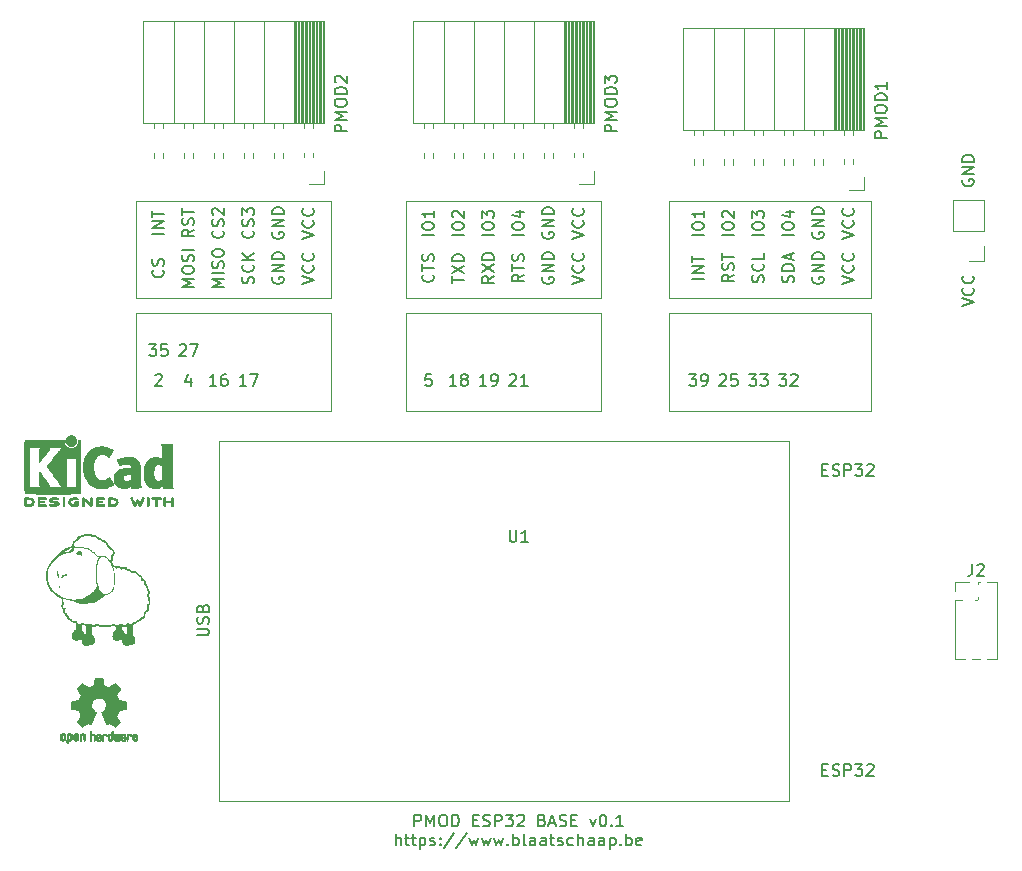
<source format=gbr>
%TF.GenerationSoftware,KiCad,Pcbnew,(6.0.5)*%
%TF.CreationDate,2022-05-29T15:34:50+02:00*%
%TF.ProjectId,pmod_esp32_baseboard,706d6f64-5f65-4737-9033-325f62617365,rev?*%
%TF.SameCoordinates,Original*%
%TF.FileFunction,Legend,Top*%
%TF.FilePolarity,Positive*%
%FSLAX46Y46*%
G04 Gerber Fmt 4.6, Leading zero omitted, Abs format (unit mm)*
G04 Created by KiCad (PCBNEW (6.0.5)) date 2022-05-29 15:34:50*
%MOMM*%
%LPD*%
G01*
G04 APERTURE LIST*
%ADD10C,0.120000*%
%ADD11C,0.150000*%
%ADD12C,0.010000*%
G04 APERTURE END LIST*
D10*
X81915000Y-33020000D02*
X98425000Y-33020000D01*
X98425000Y-33020000D02*
X98425000Y-41275000D01*
X98425000Y-41275000D02*
X81915000Y-41275000D01*
X81915000Y-41275000D02*
X81915000Y-33020000D01*
X59055000Y-33020000D02*
X75565000Y-33020000D01*
X75565000Y-33020000D02*
X75565000Y-41275000D01*
X75565000Y-41275000D02*
X59055000Y-41275000D01*
X59055000Y-41275000D02*
X59055000Y-33020000D01*
X104140000Y-42545000D02*
X121285000Y-42545000D01*
X121285000Y-42545000D02*
X121285000Y-50800000D01*
X121285000Y-50800000D02*
X104140000Y-50800000D01*
X104140000Y-50800000D02*
X104140000Y-42545000D01*
X81915000Y-42545000D02*
X98425000Y-42545000D01*
X98425000Y-42545000D02*
X98425000Y-50800000D01*
X98425000Y-50800000D02*
X81915000Y-50800000D01*
X81915000Y-50800000D02*
X81915000Y-42545000D01*
X104140000Y-33020000D02*
X121285000Y-33020000D01*
X121285000Y-33020000D02*
X121285000Y-41275000D01*
X121285000Y-41275000D02*
X104140000Y-41275000D01*
X104140000Y-41275000D02*
X104140000Y-33020000D01*
X59055000Y-42545000D02*
X75565000Y-42545000D01*
X75565000Y-42545000D02*
X75565000Y-50800000D01*
X75565000Y-50800000D02*
X59055000Y-50800000D01*
X59055000Y-50800000D02*
X59055000Y-42545000D01*
D11*
X107132380Y-39639761D02*
X106132380Y-39639761D01*
X107132380Y-39163571D02*
X106132380Y-39163571D01*
X107132380Y-38592142D01*
X106132380Y-38592142D01*
X106132380Y-38258809D02*
X106132380Y-37687380D01*
X107132380Y-37973095D02*
X106132380Y-37973095D01*
X129040000Y-31241904D02*
X128992380Y-31337142D01*
X128992380Y-31480000D01*
X129040000Y-31622857D01*
X129135238Y-31718095D01*
X129230476Y-31765714D01*
X129420952Y-31813333D01*
X129563809Y-31813333D01*
X129754285Y-31765714D01*
X129849523Y-31718095D01*
X129944761Y-31622857D01*
X129992380Y-31480000D01*
X129992380Y-31384761D01*
X129944761Y-31241904D01*
X129897142Y-31194285D01*
X129563809Y-31194285D01*
X129563809Y-31384761D01*
X129992380Y-30765714D02*
X128992380Y-30765714D01*
X129992380Y-30194285D01*
X128992380Y-30194285D01*
X129992380Y-29718095D02*
X128992380Y-29718095D01*
X128992380Y-29480000D01*
X129040000Y-29337142D01*
X129135238Y-29241904D01*
X129230476Y-29194285D01*
X129420952Y-29146666D01*
X129563809Y-29146666D01*
X129754285Y-29194285D01*
X129849523Y-29241904D01*
X129944761Y-29337142D01*
X129992380Y-29480000D01*
X129992380Y-29718095D01*
X61412380Y-35829761D02*
X60412380Y-35829761D01*
X61412380Y-35353571D02*
X60412380Y-35353571D01*
X61412380Y-34782142D01*
X60412380Y-34782142D01*
X60412380Y-34448809D02*
X60412380Y-33877380D01*
X61412380Y-34163095D02*
X60412380Y-34163095D01*
X68389523Y-48712380D02*
X67818095Y-48712380D01*
X68103809Y-48712380D02*
X68103809Y-47712380D01*
X68008571Y-47855238D01*
X67913333Y-47950476D01*
X67818095Y-47998095D01*
X68722857Y-47712380D02*
X69389523Y-47712380D01*
X68960952Y-48712380D01*
X70620000Y-35686904D02*
X70572380Y-35782142D01*
X70572380Y-35925000D01*
X70620000Y-36067857D01*
X70715238Y-36163095D01*
X70810476Y-36210714D01*
X71000952Y-36258333D01*
X71143809Y-36258333D01*
X71334285Y-36210714D01*
X71429523Y-36163095D01*
X71524761Y-36067857D01*
X71572380Y-35925000D01*
X71572380Y-35829761D01*
X71524761Y-35686904D01*
X71477142Y-35639285D01*
X71143809Y-35639285D01*
X71143809Y-35829761D01*
X71572380Y-35210714D02*
X70572380Y-35210714D01*
X71572380Y-34639285D01*
X70572380Y-34639285D01*
X71572380Y-34163095D02*
X70572380Y-34163095D01*
X70572380Y-33925000D01*
X70620000Y-33782142D01*
X70715238Y-33686904D01*
X70810476Y-33639285D01*
X71000952Y-33591666D01*
X71143809Y-33591666D01*
X71334285Y-33639285D01*
X71429523Y-33686904D01*
X71524761Y-33782142D01*
X71572380Y-33925000D01*
X71572380Y-34163095D01*
X93480000Y-39496904D02*
X93432380Y-39592142D01*
X93432380Y-39735000D01*
X93480000Y-39877857D01*
X93575238Y-39973095D01*
X93670476Y-40020714D01*
X93860952Y-40068333D01*
X94003809Y-40068333D01*
X94194285Y-40020714D01*
X94289523Y-39973095D01*
X94384761Y-39877857D01*
X94432380Y-39735000D01*
X94432380Y-39639761D01*
X94384761Y-39496904D01*
X94337142Y-39449285D01*
X94003809Y-39449285D01*
X94003809Y-39639761D01*
X94432380Y-39020714D02*
X93432380Y-39020714D01*
X94432380Y-38449285D01*
X93432380Y-38449285D01*
X94432380Y-37973095D02*
X93432380Y-37973095D01*
X93432380Y-37735000D01*
X93480000Y-37592142D01*
X93575238Y-37496904D01*
X93670476Y-37449285D01*
X93860952Y-37401666D01*
X94003809Y-37401666D01*
X94194285Y-37449285D01*
X94289523Y-37496904D01*
X94384761Y-37592142D01*
X94432380Y-37735000D01*
X94432380Y-37973095D01*
X85812380Y-39996904D02*
X85812380Y-39425476D01*
X86812380Y-39711190D02*
X85812380Y-39711190D01*
X85812380Y-39187380D02*
X86812380Y-38520714D01*
X85812380Y-38520714D02*
X86812380Y-39187380D01*
X86812380Y-38139761D02*
X85812380Y-38139761D01*
X85812380Y-37901666D01*
X85860000Y-37758809D01*
X85955238Y-37663571D01*
X86050476Y-37615952D01*
X86240952Y-37568333D01*
X86383809Y-37568333D01*
X86574285Y-37615952D01*
X86669523Y-37663571D01*
X86764761Y-37758809D01*
X86812380Y-37901666D01*
X86812380Y-38139761D01*
X60674285Y-47807619D02*
X60721904Y-47760000D01*
X60817142Y-47712380D01*
X61055238Y-47712380D01*
X61150476Y-47760000D01*
X61198095Y-47807619D01*
X61245714Y-47902857D01*
X61245714Y-47998095D01*
X61198095Y-48140952D01*
X60626666Y-48712380D01*
X61245714Y-48712380D01*
X91892380Y-39282619D02*
X91416190Y-39615952D01*
X91892380Y-39854047D02*
X90892380Y-39854047D01*
X90892380Y-39473095D01*
X90940000Y-39377857D01*
X90987619Y-39330238D01*
X91082857Y-39282619D01*
X91225714Y-39282619D01*
X91320952Y-39330238D01*
X91368571Y-39377857D01*
X91416190Y-39473095D01*
X91416190Y-39854047D01*
X90892380Y-38996904D02*
X90892380Y-38425476D01*
X91892380Y-38711190D02*
X90892380Y-38711190D01*
X91844761Y-38139761D02*
X91892380Y-37996904D01*
X91892380Y-37758809D01*
X91844761Y-37663571D01*
X91797142Y-37615952D01*
X91701904Y-37568333D01*
X91606666Y-37568333D01*
X91511428Y-37615952D01*
X91463809Y-37663571D01*
X91416190Y-37758809D01*
X91368571Y-37949285D01*
X91320952Y-38044523D01*
X91273333Y-38092142D01*
X91178095Y-38139761D01*
X91082857Y-38139761D01*
X90987619Y-38092142D01*
X90940000Y-38044523D01*
X90892380Y-37949285D01*
X90892380Y-37711190D01*
X90940000Y-37568333D01*
X118832380Y-40068333D02*
X119832380Y-39735000D01*
X118832380Y-39401666D01*
X119737142Y-38496904D02*
X119784761Y-38544523D01*
X119832380Y-38687380D01*
X119832380Y-38782619D01*
X119784761Y-38925476D01*
X119689523Y-39020714D01*
X119594285Y-39068333D01*
X119403809Y-39115952D01*
X119260952Y-39115952D01*
X119070476Y-39068333D01*
X118975238Y-39020714D01*
X118880000Y-38925476D01*
X118832380Y-38782619D01*
X118832380Y-38687380D01*
X118880000Y-38544523D01*
X118927619Y-38496904D01*
X119737142Y-37496904D02*
X119784761Y-37544523D01*
X119832380Y-37687380D01*
X119832380Y-37782619D01*
X119784761Y-37925476D01*
X119689523Y-38020714D01*
X119594285Y-38068333D01*
X119403809Y-38115952D01*
X119260952Y-38115952D01*
X119070476Y-38068333D01*
X118975238Y-38020714D01*
X118880000Y-37925476D01*
X118832380Y-37782619D01*
X118832380Y-37687380D01*
X118880000Y-37544523D01*
X118927619Y-37496904D01*
X107132380Y-35925000D02*
X106132380Y-35925000D01*
X106132380Y-35258333D02*
X106132380Y-35067857D01*
X106180000Y-34972619D01*
X106275238Y-34877380D01*
X106465714Y-34829761D01*
X106799047Y-34829761D01*
X106989523Y-34877380D01*
X107084761Y-34972619D01*
X107132380Y-35067857D01*
X107132380Y-35258333D01*
X107084761Y-35353571D01*
X106989523Y-35448809D01*
X106799047Y-35496428D01*
X106465714Y-35496428D01*
X106275238Y-35448809D01*
X106180000Y-35353571D01*
X106132380Y-35258333D01*
X107132380Y-33877380D02*
X107132380Y-34448809D01*
X107132380Y-34163095D02*
X106132380Y-34163095D01*
X106275238Y-34258333D01*
X106370476Y-34353571D01*
X106418095Y-34448809D01*
X82630476Y-86007380D02*
X82630476Y-85007380D01*
X83011428Y-85007380D01*
X83106666Y-85055000D01*
X83154285Y-85102619D01*
X83201904Y-85197857D01*
X83201904Y-85340714D01*
X83154285Y-85435952D01*
X83106666Y-85483571D01*
X83011428Y-85531190D01*
X82630476Y-85531190D01*
X83630476Y-86007380D02*
X83630476Y-85007380D01*
X83963809Y-85721666D01*
X84297142Y-85007380D01*
X84297142Y-86007380D01*
X84963809Y-85007380D02*
X85154285Y-85007380D01*
X85249523Y-85055000D01*
X85344761Y-85150238D01*
X85392380Y-85340714D01*
X85392380Y-85674047D01*
X85344761Y-85864523D01*
X85249523Y-85959761D01*
X85154285Y-86007380D01*
X84963809Y-86007380D01*
X84868571Y-85959761D01*
X84773333Y-85864523D01*
X84725714Y-85674047D01*
X84725714Y-85340714D01*
X84773333Y-85150238D01*
X84868571Y-85055000D01*
X84963809Y-85007380D01*
X85820952Y-86007380D02*
X85820952Y-85007380D01*
X86059047Y-85007380D01*
X86201904Y-85055000D01*
X86297142Y-85150238D01*
X86344761Y-85245476D01*
X86392380Y-85435952D01*
X86392380Y-85578809D01*
X86344761Y-85769285D01*
X86297142Y-85864523D01*
X86201904Y-85959761D01*
X86059047Y-86007380D01*
X85820952Y-86007380D01*
X87582857Y-85483571D02*
X87916190Y-85483571D01*
X88059047Y-86007380D02*
X87582857Y-86007380D01*
X87582857Y-85007380D01*
X88059047Y-85007380D01*
X88440000Y-85959761D02*
X88582857Y-86007380D01*
X88820952Y-86007380D01*
X88916190Y-85959761D01*
X88963809Y-85912142D01*
X89011428Y-85816904D01*
X89011428Y-85721666D01*
X88963809Y-85626428D01*
X88916190Y-85578809D01*
X88820952Y-85531190D01*
X88630476Y-85483571D01*
X88535238Y-85435952D01*
X88487619Y-85388333D01*
X88440000Y-85293095D01*
X88440000Y-85197857D01*
X88487619Y-85102619D01*
X88535238Y-85055000D01*
X88630476Y-85007380D01*
X88868571Y-85007380D01*
X89011428Y-85055000D01*
X89440000Y-86007380D02*
X89440000Y-85007380D01*
X89820952Y-85007380D01*
X89916190Y-85055000D01*
X89963809Y-85102619D01*
X90011428Y-85197857D01*
X90011428Y-85340714D01*
X89963809Y-85435952D01*
X89916190Y-85483571D01*
X89820952Y-85531190D01*
X89440000Y-85531190D01*
X90344761Y-85007380D02*
X90963809Y-85007380D01*
X90630476Y-85388333D01*
X90773333Y-85388333D01*
X90868571Y-85435952D01*
X90916190Y-85483571D01*
X90963809Y-85578809D01*
X90963809Y-85816904D01*
X90916190Y-85912142D01*
X90868571Y-85959761D01*
X90773333Y-86007380D01*
X90487619Y-86007380D01*
X90392380Y-85959761D01*
X90344761Y-85912142D01*
X91344761Y-85102619D02*
X91392380Y-85055000D01*
X91487619Y-85007380D01*
X91725714Y-85007380D01*
X91820952Y-85055000D01*
X91868571Y-85102619D01*
X91916190Y-85197857D01*
X91916190Y-85293095D01*
X91868571Y-85435952D01*
X91297142Y-86007380D01*
X91916190Y-86007380D01*
X93440000Y-85483571D02*
X93582857Y-85531190D01*
X93630476Y-85578809D01*
X93678095Y-85674047D01*
X93678095Y-85816904D01*
X93630476Y-85912142D01*
X93582857Y-85959761D01*
X93487619Y-86007380D01*
X93106666Y-86007380D01*
X93106666Y-85007380D01*
X93440000Y-85007380D01*
X93535238Y-85055000D01*
X93582857Y-85102619D01*
X93630476Y-85197857D01*
X93630476Y-85293095D01*
X93582857Y-85388333D01*
X93535238Y-85435952D01*
X93440000Y-85483571D01*
X93106666Y-85483571D01*
X94059047Y-85721666D02*
X94535238Y-85721666D01*
X93963809Y-86007380D02*
X94297142Y-85007380D01*
X94630476Y-86007380D01*
X94916190Y-85959761D02*
X95059047Y-86007380D01*
X95297142Y-86007380D01*
X95392380Y-85959761D01*
X95440000Y-85912142D01*
X95487619Y-85816904D01*
X95487619Y-85721666D01*
X95440000Y-85626428D01*
X95392380Y-85578809D01*
X95297142Y-85531190D01*
X95106666Y-85483571D01*
X95011428Y-85435952D01*
X94963809Y-85388333D01*
X94916190Y-85293095D01*
X94916190Y-85197857D01*
X94963809Y-85102619D01*
X95011428Y-85055000D01*
X95106666Y-85007380D01*
X95344761Y-85007380D01*
X95487619Y-85055000D01*
X95916190Y-85483571D02*
X96249523Y-85483571D01*
X96392380Y-86007380D02*
X95916190Y-86007380D01*
X95916190Y-85007380D01*
X96392380Y-85007380D01*
X97487619Y-85340714D02*
X97725714Y-86007380D01*
X97963809Y-85340714D01*
X98535238Y-85007380D02*
X98630476Y-85007380D01*
X98725714Y-85055000D01*
X98773333Y-85102619D01*
X98820952Y-85197857D01*
X98868571Y-85388333D01*
X98868571Y-85626428D01*
X98820952Y-85816904D01*
X98773333Y-85912142D01*
X98725714Y-85959761D01*
X98630476Y-86007380D01*
X98535238Y-86007380D01*
X98440000Y-85959761D01*
X98392380Y-85912142D01*
X98344761Y-85816904D01*
X98297142Y-85626428D01*
X98297142Y-85388333D01*
X98344761Y-85197857D01*
X98392380Y-85102619D01*
X98440000Y-85055000D01*
X98535238Y-85007380D01*
X99297142Y-85912142D02*
X99344761Y-85959761D01*
X99297142Y-86007380D01*
X99249523Y-85959761D01*
X99297142Y-85912142D01*
X99297142Y-86007380D01*
X100297142Y-86007380D02*
X99725714Y-86007380D01*
X100011428Y-86007380D02*
X100011428Y-85007380D01*
X99916190Y-85150238D01*
X99820952Y-85245476D01*
X99725714Y-85293095D01*
X81035238Y-87617380D02*
X81035238Y-86617380D01*
X81463809Y-87617380D02*
X81463809Y-87093571D01*
X81416190Y-86998333D01*
X81320952Y-86950714D01*
X81178095Y-86950714D01*
X81082857Y-86998333D01*
X81035238Y-87045952D01*
X81797142Y-86950714D02*
X82178095Y-86950714D01*
X81940000Y-86617380D02*
X81940000Y-87474523D01*
X81987619Y-87569761D01*
X82082857Y-87617380D01*
X82178095Y-87617380D01*
X82368571Y-86950714D02*
X82749523Y-86950714D01*
X82511428Y-86617380D02*
X82511428Y-87474523D01*
X82559047Y-87569761D01*
X82654285Y-87617380D01*
X82749523Y-87617380D01*
X83082857Y-86950714D02*
X83082857Y-87950714D01*
X83082857Y-86998333D02*
X83178095Y-86950714D01*
X83368571Y-86950714D01*
X83463809Y-86998333D01*
X83511428Y-87045952D01*
X83559047Y-87141190D01*
X83559047Y-87426904D01*
X83511428Y-87522142D01*
X83463809Y-87569761D01*
X83368571Y-87617380D01*
X83178095Y-87617380D01*
X83082857Y-87569761D01*
X83940000Y-87569761D02*
X84035238Y-87617380D01*
X84225714Y-87617380D01*
X84320952Y-87569761D01*
X84368571Y-87474523D01*
X84368571Y-87426904D01*
X84320952Y-87331666D01*
X84225714Y-87284047D01*
X84082857Y-87284047D01*
X83987619Y-87236428D01*
X83940000Y-87141190D01*
X83940000Y-87093571D01*
X83987619Y-86998333D01*
X84082857Y-86950714D01*
X84225714Y-86950714D01*
X84320952Y-86998333D01*
X84797142Y-87522142D02*
X84844761Y-87569761D01*
X84797142Y-87617380D01*
X84749523Y-87569761D01*
X84797142Y-87522142D01*
X84797142Y-87617380D01*
X84797142Y-86998333D02*
X84844761Y-87045952D01*
X84797142Y-87093571D01*
X84749523Y-87045952D01*
X84797142Y-86998333D01*
X84797142Y-87093571D01*
X85987619Y-86569761D02*
X85130476Y-87855476D01*
X87035238Y-86569761D02*
X86178095Y-87855476D01*
X87273333Y-86950714D02*
X87463809Y-87617380D01*
X87654285Y-87141190D01*
X87844761Y-87617380D01*
X88035238Y-86950714D01*
X88320952Y-86950714D02*
X88511428Y-87617380D01*
X88701904Y-87141190D01*
X88892380Y-87617380D01*
X89082857Y-86950714D01*
X89368571Y-86950714D02*
X89559047Y-87617380D01*
X89749523Y-87141190D01*
X89940000Y-87617380D01*
X90130476Y-86950714D01*
X90511428Y-87522142D02*
X90559047Y-87569761D01*
X90511428Y-87617380D01*
X90463809Y-87569761D01*
X90511428Y-87522142D01*
X90511428Y-87617380D01*
X90987619Y-87617380D02*
X90987619Y-86617380D01*
X90987619Y-86998333D02*
X91082857Y-86950714D01*
X91273333Y-86950714D01*
X91368571Y-86998333D01*
X91416190Y-87045952D01*
X91463809Y-87141190D01*
X91463809Y-87426904D01*
X91416190Y-87522142D01*
X91368571Y-87569761D01*
X91273333Y-87617380D01*
X91082857Y-87617380D01*
X90987619Y-87569761D01*
X92035238Y-87617380D02*
X91940000Y-87569761D01*
X91892380Y-87474523D01*
X91892380Y-86617380D01*
X92844761Y-87617380D02*
X92844761Y-87093571D01*
X92797142Y-86998333D01*
X92701904Y-86950714D01*
X92511428Y-86950714D01*
X92416190Y-86998333D01*
X92844761Y-87569761D02*
X92749523Y-87617380D01*
X92511428Y-87617380D01*
X92416190Y-87569761D01*
X92368571Y-87474523D01*
X92368571Y-87379285D01*
X92416190Y-87284047D01*
X92511428Y-87236428D01*
X92749523Y-87236428D01*
X92844761Y-87188809D01*
X93749523Y-87617380D02*
X93749523Y-87093571D01*
X93701904Y-86998333D01*
X93606666Y-86950714D01*
X93416190Y-86950714D01*
X93320952Y-86998333D01*
X93749523Y-87569761D02*
X93654285Y-87617380D01*
X93416190Y-87617380D01*
X93320952Y-87569761D01*
X93273333Y-87474523D01*
X93273333Y-87379285D01*
X93320952Y-87284047D01*
X93416190Y-87236428D01*
X93654285Y-87236428D01*
X93749523Y-87188809D01*
X94082857Y-86950714D02*
X94463809Y-86950714D01*
X94225714Y-86617380D02*
X94225714Y-87474523D01*
X94273333Y-87569761D01*
X94368571Y-87617380D01*
X94463809Y-87617380D01*
X94749523Y-87569761D02*
X94844761Y-87617380D01*
X95035238Y-87617380D01*
X95130476Y-87569761D01*
X95178095Y-87474523D01*
X95178095Y-87426904D01*
X95130476Y-87331666D01*
X95035238Y-87284047D01*
X94892380Y-87284047D01*
X94797142Y-87236428D01*
X94749523Y-87141190D01*
X94749523Y-87093571D01*
X94797142Y-86998333D01*
X94892380Y-86950714D01*
X95035238Y-86950714D01*
X95130476Y-86998333D01*
X96035238Y-87569761D02*
X95940000Y-87617380D01*
X95749523Y-87617380D01*
X95654285Y-87569761D01*
X95606666Y-87522142D01*
X95559047Y-87426904D01*
X95559047Y-87141190D01*
X95606666Y-87045952D01*
X95654285Y-86998333D01*
X95749523Y-86950714D01*
X95940000Y-86950714D01*
X96035238Y-86998333D01*
X96463809Y-87617380D02*
X96463809Y-86617380D01*
X96892380Y-87617380D02*
X96892380Y-87093571D01*
X96844761Y-86998333D01*
X96749523Y-86950714D01*
X96606666Y-86950714D01*
X96511428Y-86998333D01*
X96463809Y-87045952D01*
X97797142Y-87617380D02*
X97797142Y-87093571D01*
X97749523Y-86998333D01*
X97654285Y-86950714D01*
X97463809Y-86950714D01*
X97368571Y-86998333D01*
X97797142Y-87569761D02*
X97701904Y-87617380D01*
X97463809Y-87617380D01*
X97368571Y-87569761D01*
X97320952Y-87474523D01*
X97320952Y-87379285D01*
X97368571Y-87284047D01*
X97463809Y-87236428D01*
X97701904Y-87236428D01*
X97797142Y-87188809D01*
X98701904Y-87617380D02*
X98701904Y-87093571D01*
X98654285Y-86998333D01*
X98559047Y-86950714D01*
X98368571Y-86950714D01*
X98273333Y-86998333D01*
X98701904Y-87569761D02*
X98606666Y-87617380D01*
X98368571Y-87617380D01*
X98273333Y-87569761D01*
X98225714Y-87474523D01*
X98225714Y-87379285D01*
X98273333Y-87284047D01*
X98368571Y-87236428D01*
X98606666Y-87236428D01*
X98701904Y-87188809D01*
X99178095Y-86950714D02*
X99178095Y-87950714D01*
X99178095Y-86998333D02*
X99273333Y-86950714D01*
X99463809Y-86950714D01*
X99559047Y-86998333D01*
X99606666Y-87045952D01*
X99654285Y-87141190D01*
X99654285Y-87426904D01*
X99606666Y-87522142D01*
X99559047Y-87569761D01*
X99463809Y-87617380D01*
X99273333Y-87617380D01*
X99178095Y-87569761D01*
X100082857Y-87522142D02*
X100130476Y-87569761D01*
X100082857Y-87617380D01*
X100035238Y-87569761D01*
X100082857Y-87522142D01*
X100082857Y-87617380D01*
X100559047Y-87617380D02*
X100559047Y-86617380D01*
X100559047Y-86998333D02*
X100654285Y-86950714D01*
X100844761Y-86950714D01*
X100940000Y-86998333D01*
X100987619Y-87045952D01*
X101035238Y-87141190D01*
X101035238Y-87426904D01*
X100987619Y-87522142D01*
X100940000Y-87569761D01*
X100844761Y-87617380D01*
X100654285Y-87617380D01*
X100559047Y-87569761D01*
X101844761Y-87569761D02*
X101749523Y-87617380D01*
X101559047Y-87617380D01*
X101463809Y-87569761D01*
X101416190Y-87474523D01*
X101416190Y-87093571D01*
X101463809Y-86998333D01*
X101559047Y-86950714D01*
X101749523Y-86950714D01*
X101844761Y-86998333D01*
X101892380Y-87093571D01*
X101892380Y-87188809D01*
X101416190Y-87284047D01*
X84177142Y-39282619D02*
X84224761Y-39330238D01*
X84272380Y-39473095D01*
X84272380Y-39568333D01*
X84224761Y-39711190D01*
X84129523Y-39806428D01*
X84034285Y-39854047D01*
X83843809Y-39901666D01*
X83700952Y-39901666D01*
X83510476Y-39854047D01*
X83415238Y-39806428D01*
X83320000Y-39711190D01*
X83272380Y-39568333D01*
X83272380Y-39473095D01*
X83320000Y-39330238D01*
X83367619Y-39282619D01*
X83272380Y-38996904D02*
X83272380Y-38425476D01*
X84272380Y-38711190D02*
X83272380Y-38711190D01*
X84224761Y-38139761D02*
X84272380Y-37996904D01*
X84272380Y-37758809D01*
X84224761Y-37663571D01*
X84177142Y-37615952D01*
X84081904Y-37568333D01*
X83986666Y-37568333D01*
X83891428Y-37615952D01*
X83843809Y-37663571D01*
X83796190Y-37758809D01*
X83748571Y-37949285D01*
X83700952Y-38044523D01*
X83653333Y-38092142D01*
X83558095Y-38139761D01*
X83462857Y-38139761D01*
X83367619Y-38092142D01*
X83320000Y-38044523D01*
X83272380Y-37949285D01*
X83272380Y-37711190D01*
X83320000Y-37568333D01*
X84272380Y-35925000D02*
X83272380Y-35925000D01*
X83272380Y-35258333D02*
X83272380Y-35067857D01*
X83320000Y-34972619D01*
X83415238Y-34877380D01*
X83605714Y-34829761D01*
X83939047Y-34829761D01*
X84129523Y-34877380D01*
X84224761Y-34972619D01*
X84272380Y-35067857D01*
X84272380Y-35258333D01*
X84224761Y-35353571D01*
X84129523Y-35448809D01*
X83939047Y-35496428D01*
X83605714Y-35496428D01*
X83415238Y-35448809D01*
X83320000Y-35353571D01*
X83272380Y-35258333D01*
X84272380Y-33877380D02*
X84272380Y-34448809D01*
X84272380Y-34163095D02*
X83272380Y-34163095D01*
X83415238Y-34258333D01*
X83510476Y-34353571D01*
X83558095Y-34448809D01*
X61317142Y-38901666D02*
X61364761Y-38949285D01*
X61412380Y-39092142D01*
X61412380Y-39187380D01*
X61364761Y-39330238D01*
X61269523Y-39425476D01*
X61174285Y-39473095D01*
X60983809Y-39520714D01*
X60840952Y-39520714D01*
X60650476Y-39473095D01*
X60555238Y-39425476D01*
X60460000Y-39330238D01*
X60412380Y-39187380D01*
X60412380Y-39092142D01*
X60460000Y-38949285D01*
X60507619Y-38901666D01*
X61364761Y-38520714D02*
X61412380Y-38377857D01*
X61412380Y-38139761D01*
X61364761Y-38044523D01*
X61317142Y-37996904D01*
X61221904Y-37949285D01*
X61126666Y-37949285D01*
X61031428Y-37996904D01*
X60983809Y-38044523D01*
X60936190Y-38139761D01*
X60888571Y-38330238D01*
X60840952Y-38425476D01*
X60793333Y-38473095D01*
X60698095Y-38520714D01*
X60602857Y-38520714D01*
X60507619Y-38473095D01*
X60460000Y-38425476D01*
X60412380Y-38330238D01*
X60412380Y-38092142D01*
X60460000Y-37949285D01*
X86169523Y-48712380D02*
X85598095Y-48712380D01*
X85883809Y-48712380D02*
X85883809Y-47712380D01*
X85788571Y-47855238D01*
X85693333Y-47950476D01*
X85598095Y-47998095D01*
X86740952Y-48140952D02*
X86645714Y-48093333D01*
X86598095Y-48045714D01*
X86550476Y-47950476D01*
X86550476Y-47902857D01*
X86598095Y-47807619D01*
X86645714Y-47760000D01*
X86740952Y-47712380D01*
X86931428Y-47712380D01*
X87026666Y-47760000D01*
X87074285Y-47807619D01*
X87121904Y-47902857D01*
X87121904Y-47950476D01*
X87074285Y-48045714D01*
X87026666Y-48093333D01*
X86931428Y-48140952D01*
X86740952Y-48140952D01*
X86645714Y-48188571D01*
X86598095Y-48236190D01*
X86550476Y-48331428D01*
X86550476Y-48521904D01*
X86598095Y-48617142D01*
X86645714Y-48664761D01*
X86740952Y-48712380D01*
X86931428Y-48712380D01*
X87026666Y-48664761D01*
X87074285Y-48617142D01*
X87121904Y-48521904D01*
X87121904Y-48331428D01*
X87074285Y-48236190D01*
X87026666Y-48188571D01*
X86931428Y-48140952D01*
X66492380Y-40306428D02*
X65492380Y-40306428D01*
X66206666Y-39973095D01*
X65492380Y-39639761D01*
X66492380Y-39639761D01*
X66492380Y-39163571D02*
X65492380Y-39163571D01*
X66444761Y-38735000D02*
X66492380Y-38592142D01*
X66492380Y-38354047D01*
X66444761Y-38258809D01*
X66397142Y-38211190D01*
X66301904Y-38163571D01*
X66206666Y-38163571D01*
X66111428Y-38211190D01*
X66063809Y-38258809D01*
X66016190Y-38354047D01*
X65968571Y-38544523D01*
X65920952Y-38639761D01*
X65873333Y-38687380D01*
X65778095Y-38735000D01*
X65682857Y-38735000D01*
X65587619Y-38687380D01*
X65540000Y-38639761D01*
X65492380Y-38544523D01*
X65492380Y-38306428D01*
X65540000Y-38163571D01*
X65492380Y-37544523D02*
X65492380Y-37354047D01*
X65540000Y-37258809D01*
X65635238Y-37163571D01*
X65825714Y-37115952D01*
X66159047Y-37115952D01*
X66349523Y-37163571D01*
X66444761Y-37258809D01*
X66492380Y-37354047D01*
X66492380Y-37544523D01*
X66444761Y-37639761D01*
X66349523Y-37735000D01*
X66159047Y-37782619D01*
X65825714Y-37782619D01*
X65635238Y-37735000D01*
X65540000Y-37639761D01*
X65492380Y-37544523D01*
X68984761Y-40020714D02*
X69032380Y-39877857D01*
X69032380Y-39639761D01*
X68984761Y-39544523D01*
X68937142Y-39496904D01*
X68841904Y-39449285D01*
X68746666Y-39449285D01*
X68651428Y-39496904D01*
X68603809Y-39544523D01*
X68556190Y-39639761D01*
X68508571Y-39830238D01*
X68460952Y-39925476D01*
X68413333Y-39973095D01*
X68318095Y-40020714D01*
X68222857Y-40020714D01*
X68127619Y-39973095D01*
X68080000Y-39925476D01*
X68032380Y-39830238D01*
X68032380Y-39592142D01*
X68080000Y-39449285D01*
X68937142Y-38449285D02*
X68984761Y-38496904D01*
X69032380Y-38639761D01*
X69032380Y-38735000D01*
X68984761Y-38877857D01*
X68889523Y-38973095D01*
X68794285Y-39020714D01*
X68603809Y-39068333D01*
X68460952Y-39068333D01*
X68270476Y-39020714D01*
X68175238Y-38973095D01*
X68080000Y-38877857D01*
X68032380Y-38735000D01*
X68032380Y-38639761D01*
X68080000Y-38496904D01*
X68127619Y-38449285D01*
X69032380Y-38020714D02*
X68032380Y-38020714D01*
X69032380Y-37449285D02*
X68460952Y-37877857D01*
X68032380Y-37449285D02*
X68603809Y-38020714D01*
X70620000Y-39496904D02*
X70572380Y-39592142D01*
X70572380Y-39735000D01*
X70620000Y-39877857D01*
X70715238Y-39973095D01*
X70810476Y-40020714D01*
X71000952Y-40068333D01*
X71143809Y-40068333D01*
X71334285Y-40020714D01*
X71429523Y-39973095D01*
X71524761Y-39877857D01*
X71572380Y-39735000D01*
X71572380Y-39639761D01*
X71524761Y-39496904D01*
X71477142Y-39449285D01*
X71143809Y-39449285D01*
X71143809Y-39639761D01*
X71572380Y-39020714D02*
X70572380Y-39020714D01*
X71572380Y-38449285D01*
X70572380Y-38449285D01*
X71572380Y-37973095D02*
X70572380Y-37973095D01*
X70572380Y-37735000D01*
X70620000Y-37592142D01*
X70715238Y-37496904D01*
X70810476Y-37449285D01*
X71000952Y-37401666D01*
X71143809Y-37401666D01*
X71334285Y-37449285D01*
X71429523Y-37496904D01*
X71524761Y-37592142D01*
X71572380Y-37735000D01*
X71572380Y-37973095D01*
X128992380Y-41973333D02*
X129992380Y-41640000D01*
X128992380Y-41306666D01*
X129897142Y-40401904D02*
X129944761Y-40449523D01*
X129992380Y-40592380D01*
X129992380Y-40687619D01*
X129944761Y-40830476D01*
X129849523Y-40925714D01*
X129754285Y-40973333D01*
X129563809Y-41020952D01*
X129420952Y-41020952D01*
X129230476Y-40973333D01*
X129135238Y-40925714D01*
X129040000Y-40830476D01*
X128992380Y-40687619D01*
X128992380Y-40592380D01*
X129040000Y-40449523D01*
X129087619Y-40401904D01*
X129897142Y-39401904D02*
X129944761Y-39449523D01*
X129992380Y-39592380D01*
X129992380Y-39687619D01*
X129944761Y-39830476D01*
X129849523Y-39925714D01*
X129754285Y-39973333D01*
X129563809Y-40020952D01*
X129420952Y-40020952D01*
X129230476Y-39973333D01*
X129135238Y-39925714D01*
X129040000Y-39830476D01*
X128992380Y-39687619D01*
X128992380Y-39592380D01*
X129040000Y-39449523D01*
X129087619Y-39401904D01*
X65849523Y-48712380D02*
X65278095Y-48712380D01*
X65563809Y-48712380D02*
X65563809Y-47712380D01*
X65468571Y-47855238D01*
X65373333Y-47950476D01*
X65278095Y-47998095D01*
X66706666Y-47712380D02*
X66516190Y-47712380D01*
X66420952Y-47760000D01*
X66373333Y-47807619D01*
X66278095Y-47950476D01*
X66230476Y-48140952D01*
X66230476Y-48521904D01*
X66278095Y-48617142D01*
X66325714Y-48664761D01*
X66420952Y-48712380D01*
X66611428Y-48712380D01*
X66706666Y-48664761D01*
X66754285Y-48617142D01*
X66801904Y-48521904D01*
X66801904Y-48283809D01*
X66754285Y-48188571D01*
X66706666Y-48140952D01*
X66611428Y-48093333D01*
X66420952Y-48093333D01*
X66325714Y-48140952D01*
X66278095Y-48188571D01*
X66230476Y-48283809D01*
X110950476Y-47712380D02*
X111569523Y-47712380D01*
X111236190Y-48093333D01*
X111379047Y-48093333D01*
X111474285Y-48140952D01*
X111521904Y-48188571D01*
X111569523Y-48283809D01*
X111569523Y-48521904D01*
X111521904Y-48617142D01*
X111474285Y-48664761D01*
X111379047Y-48712380D01*
X111093333Y-48712380D01*
X110998095Y-48664761D01*
X110950476Y-48617142D01*
X111902857Y-47712380D02*
X112521904Y-47712380D01*
X112188571Y-48093333D01*
X112331428Y-48093333D01*
X112426666Y-48140952D01*
X112474285Y-48188571D01*
X112521904Y-48283809D01*
X112521904Y-48521904D01*
X112474285Y-48617142D01*
X112426666Y-48664761D01*
X112331428Y-48712380D01*
X112045714Y-48712380D01*
X111950476Y-48664761D01*
X111902857Y-48617142D01*
X116340000Y-39496904D02*
X116292380Y-39592142D01*
X116292380Y-39735000D01*
X116340000Y-39877857D01*
X116435238Y-39973095D01*
X116530476Y-40020714D01*
X116720952Y-40068333D01*
X116863809Y-40068333D01*
X117054285Y-40020714D01*
X117149523Y-39973095D01*
X117244761Y-39877857D01*
X117292380Y-39735000D01*
X117292380Y-39639761D01*
X117244761Y-39496904D01*
X117197142Y-39449285D01*
X116863809Y-39449285D01*
X116863809Y-39639761D01*
X117292380Y-39020714D02*
X116292380Y-39020714D01*
X117292380Y-38449285D01*
X116292380Y-38449285D01*
X117292380Y-37973095D02*
X116292380Y-37973095D01*
X116292380Y-37735000D01*
X116340000Y-37592142D01*
X116435238Y-37496904D01*
X116530476Y-37449285D01*
X116720952Y-37401666D01*
X116863809Y-37401666D01*
X117054285Y-37449285D01*
X117149523Y-37496904D01*
X117244761Y-37592142D01*
X117292380Y-37735000D01*
X117292380Y-37973095D01*
X73112380Y-40068333D02*
X74112380Y-39735000D01*
X73112380Y-39401666D01*
X74017142Y-38496904D02*
X74064761Y-38544523D01*
X74112380Y-38687380D01*
X74112380Y-38782619D01*
X74064761Y-38925476D01*
X73969523Y-39020714D01*
X73874285Y-39068333D01*
X73683809Y-39115952D01*
X73540952Y-39115952D01*
X73350476Y-39068333D01*
X73255238Y-39020714D01*
X73160000Y-38925476D01*
X73112380Y-38782619D01*
X73112380Y-38687380D01*
X73160000Y-38544523D01*
X73207619Y-38496904D01*
X74017142Y-37496904D02*
X74064761Y-37544523D01*
X74112380Y-37687380D01*
X74112380Y-37782619D01*
X74064761Y-37925476D01*
X73969523Y-38020714D01*
X73874285Y-38068333D01*
X73683809Y-38115952D01*
X73540952Y-38115952D01*
X73350476Y-38068333D01*
X73255238Y-38020714D01*
X73160000Y-37925476D01*
X73112380Y-37782619D01*
X73112380Y-37687380D01*
X73160000Y-37544523D01*
X73207619Y-37496904D01*
X116340000Y-35686904D02*
X116292380Y-35782142D01*
X116292380Y-35925000D01*
X116340000Y-36067857D01*
X116435238Y-36163095D01*
X116530476Y-36210714D01*
X116720952Y-36258333D01*
X116863809Y-36258333D01*
X117054285Y-36210714D01*
X117149523Y-36163095D01*
X117244761Y-36067857D01*
X117292380Y-35925000D01*
X117292380Y-35829761D01*
X117244761Y-35686904D01*
X117197142Y-35639285D01*
X116863809Y-35639285D01*
X116863809Y-35829761D01*
X117292380Y-35210714D02*
X116292380Y-35210714D01*
X117292380Y-34639285D01*
X116292380Y-34639285D01*
X117292380Y-34163095D02*
X116292380Y-34163095D01*
X116292380Y-33925000D01*
X116340000Y-33782142D01*
X116435238Y-33686904D01*
X116530476Y-33639285D01*
X116720952Y-33591666D01*
X116863809Y-33591666D01*
X117054285Y-33639285D01*
X117149523Y-33686904D01*
X117244761Y-33782142D01*
X117292380Y-33925000D01*
X117292380Y-34163095D01*
X63952380Y-40306428D02*
X62952380Y-40306428D01*
X63666666Y-39973095D01*
X62952380Y-39639761D01*
X63952380Y-39639761D01*
X62952380Y-38973095D02*
X62952380Y-38782619D01*
X63000000Y-38687380D01*
X63095238Y-38592142D01*
X63285714Y-38544523D01*
X63619047Y-38544523D01*
X63809523Y-38592142D01*
X63904761Y-38687380D01*
X63952380Y-38782619D01*
X63952380Y-38973095D01*
X63904761Y-39068333D01*
X63809523Y-39163571D01*
X63619047Y-39211190D01*
X63285714Y-39211190D01*
X63095238Y-39163571D01*
X63000000Y-39068333D01*
X62952380Y-38973095D01*
X63904761Y-38163571D02*
X63952380Y-38020714D01*
X63952380Y-37782619D01*
X63904761Y-37687380D01*
X63857142Y-37639761D01*
X63761904Y-37592142D01*
X63666666Y-37592142D01*
X63571428Y-37639761D01*
X63523809Y-37687380D01*
X63476190Y-37782619D01*
X63428571Y-37973095D01*
X63380952Y-38068333D01*
X63333333Y-38115952D01*
X63238095Y-38163571D01*
X63142857Y-38163571D01*
X63047619Y-38115952D01*
X63000000Y-38068333D01*
X62952380Y-37973095D01*
X62952380Y-37735000D01*
X63000000Y-37592142D01*
X63952380Y-37163571D02*
X62952380Y-37163571D01*
X91892380Y-35925000D02*
X90892380Y-35925000D01*
X90892380Y-35258333D02*
X90892380Y-35067857D01*
X90940000Y-34972619D01*
X91035238Y-34877380D01*
X91225714Y-34829761D01*
X91559047Y-34829761D01*
X91749523Y-34877380D01*
X91844761Y-34972619D01*
X91892380Y-35067857D01*
X91892380Y-35258333D01*
X91844761Y-35353571D01*
X91749523Y-35448809D01*
X91559047Y-35496428D01*
X91225714Y-35496428D01*
X91035238Y-35448809D01*
X90940000Y-35353571D01*
X90892380Y-35258333D01*
X91225714Y-33972619D02*
X91892380Y-33972619D01*
X90844761Y-34210714D02*
X91559047Y-34448809D01*
X91559047Y-33829761D01*
X89352380Y-35925000D02*
X88352380Y-35925000D01*
X88352380Y-35258333D02*
X88352380Y-35067857D01*
X88400000Y-34972619D01*
X88495238Y-34877380D01*
X88685714Y-34829761D01*
X89019047Y-34829761D01*
X89209523Y-34877380D01*
X89304761Y-34972619D01*
X89352380Y-35067857D01*
X89352380Y-35258333D01*
X89304761Y-35353571D01*
X89209523Y-35448809D01*
X89019047Y-35496428D01*
X88685714Y-35496428D01*
X88495238Y-35448809D01*
X88400000Y-35353571D01*
X88352380Y-35258333D01*
X88352380Y-34496428D02*
X88352380Y-33877380D01*
X88733333Y-34210714D01*
X88733333Y-34067857D01*
X88780952Y-33972619D01*
X88828571Y-33925000D01*
X88923809Y-33877380D01*
X89161904Y-33877380D01*
X89257142Y-33925000D01*
X89304761Y-33972619D01*
X89352380Y-34067857D01*
X89352380Y-34353571D01*
X89304761Y-34448809D01*
X89257142Y-34496428D01*
X63690476Y-48045714D02*
X63690476Y-48712380D01*
X63452380Y-47664761D02*
X63214285Y-48379047D01*
X63833333Y-48379047D01*
X95972380Y-36258333D02*
X96972380Y-35925000D01*
X95972380Y-35591666D01*
X96877142Y-34686904D02*
X96924761Y-34734523D01*
X96972380Y-34877380D01*
X96972380Y-34972619D01*
X96924761Y-35115476D01*
X96829523Y-35210714D01*
X96734285Y-35258333D01*
X96543809Y-35305952D01*
X96400952Y-35305952D01*
X96210476Y-35258333D01*
X96115238Y-35210714D01*
X96020000Y-35115476D01*
X95972380Y-34972619D01*
X95972380Y-34877380D01*
X96020000Y-34734523D01*
X96067619Y-34686904D01*
X96877142Y-33686904D02*
X96924761Y-33734523D01*
X96972380Y-33877380D01*
X96972380Y-33972619D01*
X96924761Y-34115476D01*
X96829523Y-34210714D01*
X96734285Y-34258333D01*
X96543809Y-34305952D01*
X96400952Y-34305952D01*
X96210476Y-34258333D01*
X96115238Y-34210714D01*
X96020000Y-34115476D01*
X95972380Y-33972619D01*
X95972380Y-33877380D01*
X96020000Y-33734523D01*
X96067619Y-33686904D01*
X114752380Y-35925000D02*
X113752380Y-35925000D01*
X113752380Y-35258333D02*
X113752380Y-35067857D01*
X113800000Y-34972619D01*
X113895238Y-34877380D01*
X114085714Y-34829761D01*
X114419047Y-34829761D01*
X114609523Y-34877380D01*
X114704761Y-34972619D01*
X114752380Y-35067857D01*
X114752380Y-35258333D01*
X114704761Y-35353571D01*
X114609523Y-35448809D01*
X114419047Y-35496428D01*
X114085714Y-35496428D01*
X113895238Y-35448809D01*
X113800000Y-35353571D01*
X113752380Y-35258333D01*
X114085714Y-33972619D02*
X114752380Y-33972619D01*
X113704761Y-34210714D02*
X114419047Y-34448809D01*
X114419047Y-33829761D01*
X114704761Y-39949285D02*
X114752380Y-39806428D01*
X114752380Y-39568333D01*
X114704761Y-39473095D01*
X114657142Y-39425476D01*
X114561904Y-39377857D01*
X114466666Y-39377857D01*
X114371428Y-39425476D01*
X114323809Y-39473095D01*
X114276190Y-39568333D01*
X114228571Y-39758809D01*
X114180952Y-39854047D01*
X114133333Y-39901666D01*
X114038095Y-39949285D01*
X113942857Y-39949285D01*
X113847619Y-39901666D01*
X113800000Y-39854047D01*
X113752380Y-39758809D01*
X113752380Y-39520714D01*
X113800000Y-39377857D01*
X114752380Y-38949285D02*
X113752380Y-38949285D01*
X113752380Y-38711190D01*
X113800000Y-38568333D01*
X113895238Y-38473095D01*
X113990476Y-38425476D01*
X114180952Y-38377857D01*
X114323809Y-38377857D01*
X114514285Y-38425476D01*
X114609523Y-38473095D01*
X114704761Y-38568333D01*
X114752380Y-38711190D01*
X114752380Y-38949285D01*
X114466666Y-37996904D02*
X114466666Y-37520714D01*
X114752380Y-38092142D02*
X113752380Y-37758809D01*
X114752380Y-37425476D01*
X68937142Y-35567857D02*
X68984761Y-35615476D01*
X69032380Y-35758333D01*
X69032380Y-35853571D01*
X68984761Y-35996428D01*
X68889523Y-36091666D01*
X68794285Y-36139285D01*
X68603809Y-36186904D01*
X68460952Y-36186904D01*
X68270476Y-36139285D01*
X68175238Y-36091666D01*
X68080000Y-35996428D01*
X68032380Y-35853571D01*
X68032380Y-35758333D01*
X68080000Y-35615476D01*
X68127619Y-35567857D01*
X68984761Y-35186904D02*
X69032380Y-35044047D01*
X69032380Y-34805952D01*
X68984761Y-34710714D01*
X68937142Y-34663095D01*
X68841904Y-34615476D01*
X68746666Y-34615476D01*
X68651428Y-34663095D01*
X68603809Y-34710714D01*
X68556190Y-34805952D01*
X68508571Y-34996428D01*
X68460952Y-35091666D01*
X68413333Y-35139285D01*
X68318095Y-35186904D01*
X68222857Y-35186904D01*
X68127619Y-35139285D01*
X68080000Y-35091666D01*
X68032380Y-34996428D01*
X68032380Y-34758333D01*
X68080000Y-34615476D01*
X68032380Y-34282142D02*
X68032380Y-33663095D01*
X68413333Y-33996428D01*
X68413333Y-33853571D01*
X68460952Y-33758333D01*
X68508571Y-33710714D01*
X68603809Y-33663095D01*
X68841904Y-33663095D01*
X68937142Y-33710714D01*
X68984761Y-33758333D01*
X69032380Y-33853571D01*
X69032380Y-34139285D01*
X68984761Y-34234523D01*
X68937142Y-34282142D01*
X89352380Y-39401666D02*
X88876190Y-39735000D01*
X89352380Y-39973095D02*
X88352380Y-39973095D01*
X88352380Y-39592142D01*
X88400000Y-39496904D01*
X88447619Y-39449285D01*
X88542857Y-39401666D01*
X88685714Y-39401666D01*
X88780952Y-39449285D01*
X88828571Y-39496904D01*
X88876190Y-39592142D01*
X88876190Y-39973095D01*
X88352380Y-39068333D02*
X89352380Y-38401666D01*
X88352380Y-38401666D02*
X89352380Y-39068333D01*
X89352380Y-38020714D02*
X88352380Y-38020714D01*
X88352380Y-37782619D01*
X88400000Y-37639761D01*
X88495238Y-37544523D01*
X88590476Y-37496904D01*
X88780952Y-37449285D01*
X88923809Y-37449285D01*
X89114285Y-37496904D01*
X89209523Y-37544523D01*
X89304761Y-37639761D01*
X89352380Y-37782619D01*
X89352380Y-38020714D01*
X84058095Y-47712380D02*
X83581904Y-47712380D01*
X83534285Y-48188571D01*
X83581904Y-48140952D01*
X83677142Y-48093333D01*
X83915238Y-48093333D01*
X84010476Y-48140952D01*
X84058095Y-48188571D01*
X84105714Y-48283809D01*
X84105714Y-48521904D01*
X84058095Y-48617142D01*
X84010476Y-48664761D01*
X83915238Y-48712380D01*
X83677142Y-48712380D01*
X83581904Y-48664761D01*
X83534285Y-48617142D01*
X86812380Y-35925000D02*
X85812380Y-35925000D01*
X85812380Y-35258333D02*
X85812380Y-35067857D01*
X85860000Y-34972619D01*
X85955238Y-34877380D01*
X86145714Y-34829761D01*
X86479047Y-34829761D01*
X86669523Y-34877380D01*
X86764761Y-34972619D01*
X86812380Y-35067857D01*
X86812380Y-35258333D01*
X86764761Y-35353571D01*
X86669523Y-35448809D01*
X86479047Y-35496428D01*
X86145714Y-35496428D01*
X85955238Y-35448809D01*
X85860000Y-35353571D01*
X85812380Y-35258333D01*
X85907619Y-34448809D02*
X85860000Y-34401190D01*
X85812380Y-34305952D01*
X85812380Y-34067857D01*
X85860000Y-33972619D01*
X85907619Y-33925000D01*
X86002857Y-33877380D01*
X86098095Y-33877380D01*
X86240952Y-33925000D01*
X86812380Y-34496428D01*
X86812380Y-33877380D01*
X88709523Y-48712380D02*
X88138095Y-48712380D01*
X88423809Y-48712380D02*
X88423809Y-47712380D01*
X88328571Y-47855238D01*
X88233333Y-47950476D01*
X88138095Y-47998095D01*
X89185714Y-48712380D02*
X89376190Y-48712380D01*
X89471428Y-48664761D01*
X89519047Y-48617142D01*
X89614285Y-48474285D01*
X89661904Y-48283809D01*
X89661904Y-47902857D01*
X89614285Y-47807619D01*
X89566666Y-47760000D01*
X89471428Y-47712380D01*
X89280952Y-47712380D01*
X89185714Y-47760000D01*
X89138095Y-47807619D01*
X89090476Y-47902857D01*
X89090476Y-48140952D01*
X89138095Y-48236190D01*
X89185714Y-48283809D01*
X89280952Y-48331428D01*
X89471428Y-48331428D01*
X89566666Y-48283809D01*
X89614285Y-48236190D01*
X89661904Y-48140952D01*
X112212380Y-35925000D02*
X111212380Y-35925000D01*
X111212380Y-35258333D02*
X111212380Y-35067857D01*
X111260000Y-34972619D01*
X111355238Y-34877380D01*
X111545714Y-34829761D01*
X111879047Y-34829761D01*
X112069523Y-34877380D01*
X112164761Y-34972619D01*
X112212380Y-35067857D01*
X112212380Y-35258333D01*
X112164761Y-35353571D01*
X112069523Y-35448809D01*
X111879047Y-35496428D01*
X111545714Y-35496428D01*
X111355238Y-35448809D01*
X111260000Y-35353571D01*
X111212380Y-35258333D01*
X111212380Y-34496428D02*
X111212380Y-33877380D01*
X111593333Y-34210714D01*
X111593333Y-34067857D01*
X111640952Y-33972619D01*
X111688571Y-33925000D01*
X111783809Y-33877380D01*
X112021904Y-33877380D01*
X112117142Y-33925000D01*
X112164761Y-33972619D01*
X112212380Y-34067857D01*
X112212380Y-34353571D01*
X112164761Y-34448809D01*
X112117142Y-34496428D01*
X109672380Y-39282619D02*
X109196190Y-39615952D01*
X109672380Y-39854047D02*
X108672380Y-39854047D01*
X108672380Y-39473095D01*
X108720000Y-39377857D01*
X108767619Y-39330238D01*
X108862857Y-39282619D01*
X109005714Y-39282619D01*
X109100952Y-39330238D01*
X109148571Y-39377857D01*
X109196190Y-39473095D01*
X109196190Y-39854047D01*
X109624761Y-38901666D02*
X109672380Y-38758809D01*
X109672380Y-38520714D01*
X109624761Y-38425476D01*
X109577142Y-38377857D01*
X109481904Y-38330238D01*
X109386666Y-38330238D01*
X109291428Y-38377857D01*
X109243809Y-38425476D01*
X109196190Y-38520714D01*
X109148571Y-38711190D01*
X109100952Y-38806428D01*
X109053333Y-38854047D01*
X108958095Y-38901666D01*
X108862857Y-38901666D01*
X108767619Y-38854047D01*
X108720000Y-38806428D01*
X108672380Y-38711190D01*
X108672380Y-38473095D01*
X108720000Y-38330238D01*
X108672380Y-38044523D02*
X108672380Y-37473095D01*
X109672380Y-37758809D02*
X108672380Y-37758809D01*
X62738095Y-45267619D02*
X62785714Y-45220000D01*
X62880952Y-45172380D01*
X63119047Y-45172380D01*
X63214285Y-45220000D01*
X63261904Y-45267619D01*
X63309523Y-45362857D01*
X63309523Y-45458095D01*
X63261904Y-45600952D01*
X62690476Y-46172380D01*
X63309523Y-46172380D01*
X63642857Y-45172380D02*
X64309523Y-45172380D01*
X63880952Y-46172380D01*
X60150476Y-45172380D02*
X60769523Y-45172380D01*
X60436190Y-45553333D01*
X60579047Y-45553333D01*
X60674285Y-45600952D01*
X60721904Y-45648571D01*
X60769523Y-45743809D01*
X60769523Y-45981904D01*
X60721904Y-46077142D01*
X60674285Y-46124761D01*
X60579047Y-46172380D01*
X60293333Y-46172380D01*
X60198095Y-46124761D01*
X60150476Y-46077142D01*
X61674285Y-45172380D02*
X61198095Y-45172380D01*
X61150476Y-45648571D01*
X61198095Y-45600952D01*
X61293333Y-45553333D01*
X61531428Y-45553333D01*
X61626666Y-45600952D01*
X61674285Y-45648571D01*
X61721904Y-45743809D01*
X61721904Y-45981904D01*
X61674285Y-46077142D01*
X61626666Y-46124761D01*
X61531428Y-46172380D01*
X61293333Y-46172380D01*
X61198095Y-46124761D01*
X61150476Y-46077142D01*
X118832380Y-36258333D02*
X119832380Y-35925000D01*
X118832380Y-35591666D01*
X119737142Y-34686904D02*
X119784761Y-34734523D01*
X119832380Y-34877380D01*
X119832380Y-34972619D01*
X119784761Y-35115476D01*
X119689523Y-35210714D01*
X119594285Y-35258333D01*
X119403809Y-35305952D01*
X119260952Y-35305952D01*
X119070476Y-35258333D01*
X118975238Y-35210714D01*
X118880000Y-35115476D01*
X118832380Y-34972619D01*
X118832380Y-34877380D01*
X118880000Y-34734523D01*
X118927619Y-34686904D01*
X119737142Y-33686904D02*
X119784761Y-33734523D01*
X119832380Y-33877380D01*
X119832380Y-33972619D01*
X119784761Y-34115476D01*
X119689523Y-34210714D01*
X119594285Y-34258333D01*
X119403809Y-34305952D01*
X119260952Y-34305952D01*
X119070476Y-34258333D01*
X118975238Y-34210714D01*
X118880000Y-34115476D01*
X118832380Y-33972619D01*
X118832380Y-33877380D01*
X118880000Y-33734523D01*
X118927619Y-33686904D01*
X66397142Y-35567857D02*
X66444761Y-35615476D01*
X66492380Y-35758333D01*
X66492380Y-35853571D01*
X66444761Y-35996428D01*
X66349523Y-36091666D01*
X66254285Y-36139285D01*
X66063809Y-36186904D01*
X65920952Y-36186904D01*
X65730476Y-36139285D01*
X65635238Y-36091666D01*
X65540000Y-35996428D01*
X65492380Y-35853571D01*
X65492380Y-35758333D01*
X65540000Y-35615476D01*
X65587619Y-35567857D01*
X66444761Y-35186904D02*
X66492380Y-35044047D01*
X66492380Y-34805952D01*
X66444761Y-34710714D01*
X66397142Y-34663095D01*
X66301904Y-34615476D01*
X66206666Y-34615476D01*
X66111428Y-34663095D01*
X66063809Y-34710714D01*
X66016190Y-34805952D01*
X65968571Y-34996428D01*
X65920952Y-35091666D01*
X65873333Y-35139285D01*
X65778095Y-35186904D01*
X65682857Y-35186904D01*
X65587619Y-35139285D01*
X65540000Y-35091666D01*
X65492380Y-34996428D01*
X65492380Y-34758333D01*
X65540000Y-34615476D01*
X65587619Y-34234523D02*
X65540000Y-34186904D01*
X65492380Y-34091666D01*
X65492380Y-33853571D01*
X65540000Y-33758333D01*
X65587619Y-33710714D01*
X65682857Y-33663095D01*
X65778095Y-33663095D01*
X65920952Y-33710714D01*
X66492380Y-34282142D01*
X66492380Y-33663095D01*
X112164761Y-39925476D02*
X112212380Y-39782619D01*
X112212380Y-39544523D01*
X112164761Y-39449285D01*
X112117142Y-39401666D01*
X112021904Y-39354047D01*
X111926666Y-39354047D01*
X111831428Y-39401666D01*
X111783809Y-39449285D01*
X111736190Y-39544523D01*
X111688571Y-39735000D01*
X111640952Y-39830238D01*
X111593333Y-39877857D01*
X111498095Y-39925476D01*
X111402857Y-39925476D01*
X111307619Y-39877857D01*
X111260000Y-39830238D01*
X111212380Y-39735000D01*
X111212380Y-39496904D01*
X111260000Y-39354047D01*
X112117142Y-38354047D02*
X112164761Y-38401666D01*
X112212380Y-38544523D01*
X112212380Y-38639761D01*
X112164761Y-38782619D01*
X112069523Y-38877857D01*
X111974285Y-38925476D01*
X111783809Y-38973095D01*
X111640952Y-38973095D01*
X111450476Y-38925476D01*
X111355238Y-38877857D01*
X111260000Y-38782619D01*
X111212380Y-38639761D01*
X111212380Y-38544523D01*
X111260000Y-38401666D01*
X111307619Y-38354047D01*
X112212380Y-37449285D02*
X112212380Y-37925476D01*
X111212380Y-37925476D01*
X90678095Y-47807619D02*
X90725714Y-47760000D01*
X90820952Y-47712380D01*
X91059047Y-47712380D01*
X91154285Y-47760000D01*
X91201904Y-47807619D01*
X91249523Y-47902857D01*
X91249523Y-47998095D01*
X91201904Y-48140952D01*
X90630476Y-48712380D01*
X91249523Y-48712380D01*
X92201904Y-48712380D02*
X91630476Y-48712380D01*
X91916190Y-48712380D02*
X91916190Y-47712380D01*
X91820952Y-47855238D01*
X91725714Y-47950476D01*
X91630476Y-47998095D01*
X113490476Y-47712380D02*
X114109523Y-47712380D01*
X113776190Y-48093333D01*
X113919047Y-48093333D01*
X114014285Y-48140952D01*
X114061904Y-48188571D01*
X114109523Y-48283809D01*
X114109523Y-48521904D01*
X114061904Y-48617142D01*
X114014285Y-48664761D01*
X113919047Y-48712380D01*
X113633333Y-48712380D01*
X113538095Y-48664761D01*
X113490476Y-48617142D01*
X114490476Y-47807619D02*
X114538095Y-47760000D01*
X114633333Y-47712380D01*
X114871428Y-47712380D01*
X114966666Y-47760000D01*
X115014285Y-47807619D01*
X115061904Y-47902857D01*
X115061904Y-47998095D01*
X115014285Y-48140952D01*
X114442857Y-48712380D01*
X115061904Y-48712380D01*
X105870476Y-47712380D02*
X106489523Y-47712380D01*
X106156190Y-48093333D01*
X106299047Y-48093333D01*
X106394285Y-48140952D01*
X106441904Y-48188571D01*
X106489523Y-48283809D01*
X106489523Y-48521904D01*
X106441904Y-48617142D01*
X106394285Y-48664761D01*
X106299047Y-48712380D01*
X106013333Y-48712380D01*
X105918095Y-48664761D01*
X105870476Y-48617142D01*
X106965714Y-48712380D02*
X107156190Y-48712380D01*
X107251428Y-48664761D01*
X107299047Y-48617142D01*
X107394285Y-48474285D01*
X107441904Y-48283809D01*
X107441904Y-47902857D01*
X107394285Y-47807619D01*
X107346666Y-47760000D01*
X107251428Y-47712380D01*
X107060952Y-47712380D01*
X106965714Y-47760000D01*
X106918095Y-47807619D01*
X106870476Y-47902857D01*
X106870476Y-48140952D01*
X106918095Y-48236190D01*
X106965714Y-48283809D01*
X107060952Y-48331428D01*
X107251428Y-48331428D01*
X107346666Y-48283809D01*
X107394285Y-48236190D01*
X107441904Y-48140952D01*
X109672380Y-35925000D02*
X108672380Y-35925000D01*
X108672380Y-35258333D02*
X108672380Y-35067857D01*
X108720000Y-34972619D01*
X108815238Y-34877380D01*
X109005714Y-34829761D01*
X109339047Y-34829761D01*
X109529523Y-34877380D01*
X109624761Y-34972619D01*
X109672380Y-35067857D01*
X109672380Y-35258333D01*
X109624761Y-35353571D01*
X109529523Y-35448809D01*
X109339047Y-35496428D01*
X109005714Y-35496428D01*
X108815238Y-35448809D01*
X108720000Y-35353571D01*
X108672380Y-35258333D01*
X108767619Y-34448809D02*
X108720000Y-34401190D01*
X108672380Y-34305952D01*
X108672380Y-34067857D01*
X108720000Y-33972619D01*
X108767619Y-33925000D01*
X108862857Y-33877380D01*
X108958095Y-33877380D01*
X109100952Y-33925000D01*
X109672380Y-34496428D01*
X109672380Y-33877380D01*
X63952380Y-35472619D02*
X63476190Y-35805952D01*
X63952380Y-36044047D02*
X62952380Y-36044047D01*
X62952380Y-35663095D01*
X63000000Y-35567857D01*
X63047619Y-35520238D01*
X63142857Y-35472619D01*
X63285714Y-35472619D01*
X63380952Y-35520238D01*
X63428571Y-35567857D01*
X63476190Y-35663095D01*
X63476190Y-36044047D01*
X63904761Y-35091666D02*
X63952380Y-34948809D01*
X63952380Y-34710714D01*
X63904761Y-34615476D01*
X63857142Y-34567857D01*
X63761904Y-34520238D01*
X63666666Y-34520238D01*
X63571428Y-34567857D01*
X63523809Y-34615476D01*
X63476190Y-34710714D01*
X63428571Y-34901190D01*
X63380952Y-34996428D01*
X63333333Y-35044047D01*
X63238095Y-35091666D01*
X63142857Y-35091666D01*
X63047619Y-35044047D01*
X63000000Y-34996428D01*
X62952380Y-34901190D01*
X62952380Y-34663095D01*
X63000000Y-34520238D01*
X62952380Y-34234523D02*
X62952380Y-33663095D01*
X63952380Y-33948809D02*
X62952380Y-33948809D01*
X95972380Y-40068333D02*
X96972380Y-39735000D01*
X95972380Y-39401666D01*
X96877142Y-38496904D02*
X96924761Y-38544523D01*
X96972380Y-38687380D01*
X96972380Y-38782619D01*
X96924761Y-38925476D01*
X96829523Y-39020714D01*
X96734285Y-39068333D01*
X96543809Y-39115952D01*
X96400952Y-39115952D01*
X96210476Y-39068333D01*
X96115238Y-39020714D01*
X96020000Y-38925476D01*
X95972380Y-38782619D01*
X95972380Y-38687380D01*
X96020000Y-38544523D01*
X96067619Y-38496904D01*
X96877142Y-37496904D02*
X96924761Y-37544523D01*
X96972380Y-37687380D01*
X96972380Y-37782619D01*
X96924761Y-37925476D01*
X96829523Y-38020714D01*
X96734285Y-38068333D01*
X96543809Y-38115952D01*
X96400952Y-38115952D01*
X96210476Y-38068333D01*
X96115238Y-38020714D01*
X96020000Y-37925476D01*
X95972380Y-37782619D01*
X95972380Y-37687380D01*
X96020000Y-37544523D01*
X96067619Y-37496904D01*
X73112380Y-36258333D02*
X74112380Y-35925000D01*
X73112380Y-35591666D01*
X74017142Y-34686904D02*
X74064761Y-34734523D01*
X74112380Y-34877380D01*
X74112380Y-34972619D01*
X74064761Y-35115476D01*
X73969523Y-35210714D01*
X73874285Y-35258333D01*
X73683809Y-35305952D01*
X73540952Y-35305952D01*
X73350476Y-35258333D01*
X73255238Y-35210714D01*
X73160000Y-35115476D01*
X73112380Y-34972619D01*
X73112380Y-34877380D01*
X73160000Y-34734523D01*
X73207619Y-34686904D01*
X74017142Y-33686904D02*
X74064761Y-33734523D01*
X74112380Y-33877380D01*
X74112380Y-33972619D01*
X74064761Y-34115476D01*
X73969523Y-34210714D01*
X73874285Y-34258333D01*
X73683809Y-34305952D01*
X73540952Y-34305952D01*
X73350476Y-34258333D01*
X73255238Y-34210714D01*
X73160000Y-34115476D01*
X73112380Y-33972619D01*
X73112380Y-33877380D01*
X73160000Y-33734523D01*
X73207619Y-33686904D01*
X93480000Y-35686904D02*
X93432380Y-35782142D01*
X93432380Y-35925000D01*
X93480000Y-36067857D01*
X93575238Y-36163095D01*
X93670476Y-36210714D01*
X93860952Y-36258333D01*
X94003809Y-36258333D01*
X94194285Y-36210714D01*
X94289523Y-36163095D01*
X94384761Y-36067857D01*
X94432380Y-35925000D01*
X94432380Y-35829761D01*
X94384761Y-35686904D01*
X94337142Y-35639285D01*
X94003809Y-35639285D01*
X94003809Y-35829761D01*
X94432380Y-35210714D02*
X93432380Y-35210714D01*
X94432380Y-34639285D01*
X93432380Y-34639285D01*
X94432380Y-34163095D02*
X93432380Y-34163095D01*
X93432380Y-33925000D01*
X93480000Y-33782142D01*
X93575238Y-33686904D01*
X93670476Y-33639285D01*
X93860952Y-33591666D01*
X94003809Y-33591666D01*
X94194285Y-33639285D01*
X94289523Y-33686904D01*
X94384761Y-33782142D01*
X94432380Y-33925000D01*
X94432380Y-34163095D01*
X108458095Y-47807619D02*
X108505714Y-47760000D01*
X108600952Y-47712380D01*
X108839047Y-47712380D01*
X108934285Y-47760000D01*
X108981904Y-47807619D01*
X109029523Y-47902857D01*
X109029523Y-47998095D01*
X108981904Y-48140952D01*
X108410476Y-48712380D01*
X109029523Y-48712380D01*
X109934285Y-47712380D02*
X109458095Y-47712380D01*
X109410476Y-48188571D01*
X109458095Y-48140952D01*
X109553333Y-48093333D01*
X109791428Y-48093333D01*
X109886666Y-48140952D01*
X109934285Y-48188571D01*
X109981904Y-48283809D01*
X109981904Y-48521904D01*
X109934285Y-48617142D01*
X109886666Y-48664761D01*
X109791428Y-48712380D01*
X109553333Y-48712380D01*
X109458095Y-48664761D01*
X109410476Y-48617142D01*
%TO.C,PMOD2*%
X76882380Y-27163333D02*
X75882380Y-27163333D01*
X75882380Y-26782380D01*
X75930000Y-26687142D01*
X75977619Y-26639523D01*
X76072857Y-26591904D01*
X76215714Y-26591904D01*
X76310952Y-26639523D01*
X76358571Y-26687142D01*
X76406190Y-26782380D01*
X76406190Y-27163333D01*
X76882380Y-26163333D02*
X75882380Y-26163333D01*
X76596666Y-25830000D01*
X75882380Y-25496666D01*
X76882380Y-25496666D01*
X75882380Y-24830000D02*
X75882380Y-24639523D01*
X75930000Y-24544285D01*
X76025238Y-24449047D01*
X76215714Y-24401428D01*
X76549047Y-24401428D01*
X76739523Y-24449047D01*
X76834761Y-24544285D01*
X76882380Y-24639523D01*
X76882380Y-24830000D01*
X76834761Y-24925238D01*
X76739523Y-25020476D01*
X76549047Y-25068095D01*
X76215714Y-25068095D01*
X76025238Y-25020476D01*
X75930000Y-24925238D01*
X75882380Y-24830000D01*
X76882380Y-23972857D02*
X75882380Y-23972857D01*
X75882380Y-23734761D01*
X75930000Y-23591904D01*
X76025238Y-23496666D01*
X76120476Y-23449047D01*
X76310952Y-23401428D01*
X76453809Y-23401428D01*
X76644285Y-23449047D01*
X76739523Y-23496666D01*
X76834761Y-23591904D01*
X76882380Y-23734761D01*
X76882380Y-23972857D01*
X75977619Y-23020476D02*
X75930000Y-22972857D01*
X75882380Y-22877619D01*
X75882380Y-22639523D01*
X75930000Y-22544285D01*
X75977619Y-22496666D01*
X76072857Y-22449047D01*
X76168095Y-22449047D01*
X76310952Y-22496666D01*
X76882380Y-23068095D01*
X76882380Y-22449047D01*
%TO.C,PMOD3*%
X99742380Y-27163333D02*
X98742380Y-27163333D01*
X98742380Y-26782380D01*
X98790000Y-26687142D01*
X98837619Y-26639523D01*
X98932857Y-26591904D01*
X99075714Y-26591904D01*
X99170952Y-26639523D01*
X99218571Y-26687142D01*
X99266190Y-26782380D01*
X99266190Y-27163333D01*
X99742380Y-26163333D02*
X98742380Y-26163333D01*
X99456666Y-25830000D01*
X98742380Y-25496666D01*
X99742380Y-25496666D01*
X98742380Y-24830000D02*
X98742380Y-24639523D01*
X98790000Y-24544285D01*
X98885238Y-24449047D01*
X99075714Y-24401428D01*
X99409047Y-24401428D01*
X99599523Y-24449047D01*
X99694761Y-24544285D01*
X99742380Y-24639523D01*
X99742380Y-24830000D01*
X99694761Y-24925238D01*
X99599523Y-25020476D01*
X99409047Y-25068095D01*
X99075714Y-25068095D01*
X98885238Y-25020476D01*
X98790000Y-24925238D01*
X98742380Y-24830000D01*
X99742380Y-23972857D02*
X98742380Y-23972857D01*
X98742380Y-23734761D01*
X98790000Y-23591904D01*
X98885238Y-23496666D01*
X98980476Y-23449047D01*
X99170952Y-23401428D01*
X99313809Y-23401428D01*
X99504285Y-23449047D01*
X99599523Y-23496666D01*
X99694761Y-23591904D01*
X99742380Y-23734761D01*
X99742380Y-23972857D01*
X98742380Y-23068095D02*
X98742380Y-22449047D01*
X99123333Y-22782380D01*
X99123333Y-22639523D01*
X99170952Y-22544285D01*
X99218571Y-22496666D01*
X99313809Y-22449047D01*
X99551904Y-22449047D01*
X99647142Y-22496666D01*
X99694761Y-22544285D01*
X99742380Y-22639523D01*
X99742380Y-22925238D01*
X99694761Y-23020476D01*
X99647142Y-23068095D01*
%TO.C,PMOD1*%
X122602380Y-27708333D02*
X121602380Y-27708333D01*
X121602380Y-27327380D01*
X121650000Y-27232142D01*
X121697619Y-27184523D01*
X121792857Y-27136904D01*
X121935714Y-27136904D01*
X122030952Y-27184523D01*
X122078571Y-27232142D01*
X122126190Y-27327380D01*
X122126190Y-27708333D01*
X122602380Y-26708333D02*
X121602380Y-26708333D01*
X122316666Y-26375000D01*
X121602380Y-26041666D01*
X122602380Y-26041666D01*
X121602380Y-25375000D02*
X121602380Y-25184523D01*
X121650000Y-25089285D01*
X121745238Y-24994047D01*
X121935714Y-24946428D01*
X122269047Y-24946428D01*
X122459523Y-24994047D01*
X122554761Y-25089285D01*
X122602380Y-25184523D01*
X122602380Y-25375000D01*
X122554761Y-25470238D01*
X122459523Y-25565476D01*
X122269047Y-25613095D01*
X121935714Y-25613095D01*
X121745238Y-25565476D01*
X121650000Y-25470238D01*
X121602380Y-25375000D01*
X122602380Y-24517857D02*
X121602380Y-24517857D01*
X121602380Y-24279761D01*
X121650000Y-24136904D01*
X121745238Y-24041666D01*
X121840476Y-23994047D01*
X122030952Y-23946428D01*
X122173809Y-23946428D01*
X122364285Y-23994047D01*
X122459523Y-24041666D01*
X122554761Y-24136904D01*
X122602380Y-24279761D01*
X122602380Y-24517857D01*
X122602380Y-22994047D02*
X122602380Y-23565476D01*
X122602380Y-23279761D02*
X121602380Y-23279761D01*
X121745238Y-23375000D01*
X121840476Y-23470238D01*
X121888095Y-23565476D01*
%TO.C,J2*%
X129841666Y-63797380D02*
X129841666Y-64511666D01*
X129794047Y-64654523D01*
X129698809Y-64749761D01*
X129555952Y-64797380D01*
X129460714Y-64797380D01*
X130270238Y-63892619D02*
X130317857Y-63845000D01*
X130413095Y-63797380D01*
X130651190Y-63797380D01*
X130746428Y-63845000D01*
X130794047Y-63892619D01*
X130841666Y-63987857D01*
X130841666Y-64083095D01*
X130794047Y-64225952D01*
X130222619Y-64797380D01*
X130841666Y-64797380D01*
%TO.C,U1*%
X90678095Y-60912380D02*
X90678095Y-61721904D01*
X90725714Y-61817142D01*
X90773333Y-61864761D01*
X90868571Y-61912380D01*
X91059047Y-61912380D01*
X91154285Y-61864761D01*
X91201904Y-61817142D01*
X91249523Y-61721904D01*
X91249523Y-60912380D01*
X92249523Y-61912380D02*
X91678095Y-61912380D01*
X91963809Y-61912380D02*
X91963809Y-60912380D01*
X91868571Y-61055238D01*
X91773333Y-61150476D01*
X91678095Y-61198095D01*
X117175595Y-81208571D02*
X117508928Y-81208571D01*
X117651785Y-81732380D02*
X117175595Y-81732380D01*
X117175595Y-80732380D01*
X117651785Y-80732380D01*
X118032738Y-81684761D02*
X118175595Y-81732380D01*
X118413690Y-81732380D01*
X118508928Y-81684761D01*
X118556547Y-81637142D01*
X118604166Y-81541904D01*
X118604166Y-81446666D01*
X118556547Y-81351428D01*
X118508928Y-81303809D01*
X118413690Y-81256190D01*
X118223214Y-81208571D01*
X118127976Y-81160952D01*
X118080357Y-81113333D01*
X118032738Y-81018095D01*
X118032738Y-80922857D01*
X118080357Y-80827619D01*
X118127976Y-80780000D01*
X118223214Y-80732380D01*
X118461309Y-80732380D01*
X118604166Y-80780000D01*
X119032738Y-81732380D02*
X119032738Y-80732380D01*
X119413690Y-80732380D01*
X119508928Y-80780000D01*
X119556547Y-80827619D01*
X119604166Y-80922857D01*
X119604166Y-81065714D01*
X119556547Y-81160952D01*
X119508928Y-81208571D01*
X119413690Y-81256190D01*
X119032738Y-81256190D01*
X119937500Y-80732380D02*
X120556547Y-80732380D01*
X120223214Y-81113333D01*
X120366071Y-81113333D01*
X120461309Y-81160952D01*
X120508928Y-81208571D01*
X120556547Y-81303809D01*
X120556547Y-81541904D01*
X120508928Y-81637142D01*
X120461309Y-81684761D01*
X120366071Y-81732380D01*
X120080357Y-81732380D01*
X119985119Y-81684761D01*
X119937500Y-81637142D01*
X120937500Y-80827619D02*
X120985119Y-80780000D01*
X121080357Y-80732380D01*
X121318452Y-80732380D01*
X121413690Y-80780000D01*
X121461309Y-80827619D01*
X121508928Y-80922857D01*
X121508928Y-81018095D01*
X121461309Y-81160952D01*
X120889880Y-81732380D01*
X121508928Y-81732380D01*
X117175595Y-55808571D02*
X117508928Y-55808571D01*
X117651785Y-56332380D02*
X117175595Y-56332380D01*
X117175595Y-55332380D01*
X117651785Y-55332380D01*
X118032738Y-56284761D02*
X118175595Y-56332380D01*
X118413690Y-56332380D01*
X118508928Y-56284761D01*
X118556547Y-56237142D01*
X118604166Y-56141904D01*
X118604166Y-56046666D01*
X118556547Y-55951428D01*
X118508928Y-55903809D01*
X118413690Y-55856190D01*
X118223214Y-55808571D01*
X118127976Y-55760952D01*
X118080357Y-55713333D01*
X118032738Y-55618095D01*
X118032738Y-55522857D01*
X118080357Y-55427619D01*
X118127976Y-55380000D01*
X118223214Y-55332380D01*
X118461309Y-55332380D01*
X118604166Y-55380000D01*
X119032738Y-56332380D02*
X119032738Y-55332380D01*
X119413690Y-55332380D01*
X119508928Y-55380000D01*
X119556547Y-55427619D01*
X119604166Y-55522857D01*
X119604166Y-55665714D01*
X119556547Y-55760952D01*
X119508928Y-55808571D01*
X119413690Y-55856190D01*
X119032738Y-55856190D01*
X119937500Y-55332380D02*
X120556547Y-55332380D01*
X120223214Y-55713333D01*
X120366071Y-55713333D01*
X120461309Y-55760952D01*
X120508928Y-55808571D01*
X120556547Y-55903809D01*
X120556547Y-56141904D01*
X120508928Y-56237142D01*
X120461309Y-56284761D01*
X120366071Y-56332380D01*
X120080357Y-56332380D01*
X119985119Y-56284761D01*
X119937500Y-56237142D01*
X120937500Y-55427619D02*
X120985119Y-55380000D01*
X121080357Y-55332380D01*
X121318452Y-55332380D01*
X121413690Y-55380000D01*
X121461309Y-55427619D01*
X121508928Y-55522857D01*
X121508928Y-55618095D01*
X121461309Y-55760952D01*
X120889880Y-56332380D01*
X121508928Y-56332380D01*
X64222380Y-69841904D02*
X65031904Y-69841904D01*
X65127142Y-69794285D01*
X65174761Y-69746666D01*
X65222380Y-69651428D01*
X65222380Y-69460952D01*
X65174761Y-69365714D01*
X65127142Y-69318095D01*
X65031904Y-69270476D01*
X64222380Y-69270476D01*
X65174761Y-68841904D02*
X65222380Y-68699047D01*
X65222380Y-68460952D01*
X65174761Y-68365714D01*
X65127142Y-68318095D01*
X65031904Y-68270476D01*
X64936666Y-68270476D01*
X64841428Y-68318095D01*
X64793809Y-68365714D01*
X64746190Y-68460952D01*
X64698571Y-68651428D01*
X64650952Y-68746666D01*
X64603333Y-68794285D01*
X64508095Y-68841904D01*
X64412857Y-68841904D01*
X64317619Y-68794285D01*
X64270000Y-68746666D01*
X64222380Y-68651428D01*
X64222380Y-68413333D01*
X64270000Y-68270476D01*
X64698571Y-67508571D02*
X64746190Y-67365714D01*
X64793809Y-67318095D01*
X64889047Y-67270476D01*
X65031904Y-67270476D01*
X65127142Y-67318095D01*
X65174761Y-67365714D01*
X65222380Y-67460952D01*
X65222380Y-67841904D01*
X64222380Y-67841904D01*
X64222380Y-67508571D01*
X64270000Y-67413333D01*
X64317619Y-67365714D01*
X64412857Y-67318095D01*
X64508095Y-67318095D01*
X64603333Y-67365714D01*
X64650952Y-67413333D01*
X64698571Y-67508571D01*
X64698571Y-67841904D01*
D10*
%TO.C,PMOD2*%
X63140000Y-28990000D02*
X63140000Y-29430000D01*
X74990000Y-17850000D02*
X59630000Y-17850000D01*
X68220000Y-28990000D02*
X68220000Y-29430000D01*
X65680000Y-26480000D02*
X65680000Y-26890000D01*
X71480000Y-26480000D02*
X71480000Y-26890000D01*
X74043335Y-17850000D02*
X74043335Y-26480000D01*
X74990000Y-17850000D02*
X74990000Y-26480000D01*
X73807145Y-17850000D02*
X73807145Y-26480000D01*
X74397620Y-17850000D02*
X74397620Y-26480000D01*
X74633810Y-17850000D02*
X74633810Y-26480000D01*
X73300000Y-28990000D02*
X73300000Y-29370000D01*
X70760000Y-28990000D02*
X70760000Y-29430000D01*
X73098575Y-17850000D02*
X73098575Y-26480000D01*
X60600000Y-28990000D02*
X60600000Y-29430000D01*
X61320000Y-28990000D02*
X61320000Y-29430000D01*
X62230000Y-17850000D02*
X62230000Y-26480000D01*
X68220000Y-26480000D02*
X68220000Y-26890000D01*
X74161430Y-17850000D02*
X74161430Y-26480000D01*
X74990000Y-30480000D02*
X74990000Y-31590000D01*
X72508100Y-17850000D02*
X72508100Y-26480000D01*
X74870000Y-17850000D02*
X74870000Y-26480000D01*
X68940000Y-26480000D02*
X68940000Y-26890000D01*
X73452860Y-17850000D02*
X73452860Y-26480000D01*
X66400000Y-26480000D02*
X66400000Y-26890000D01*
X60600000Y-26480000D02*
X60600000Y-26890000D01*
X73334765Y-17850000D02*
X73334765Y-26480000D01*
X73300000Y-26480000D02*
X73300000Y-26890000D01*
X74020000Y-28990000D02*
X74020000Y-29370000D01*
X63860000Y-28990000D02*
X63860000Y-29430000D01*
X74515715Y-17850000D02*
X74515715Y-26480000D01*
X72626195Y-17850000D02*
X72626195Y-26480000D01*
X74020000Y-26480000D02*
X74020000Y-26890000D01*
X73689050Y-17850000D02*
X73689050Y-26480000D01*
X67310000Y-17850000D02*
X67310000Y-26480000D01*
X74990000Y-26480000D02*
X59630000Y-26480000D01*
X65680000Y-28990000D02*
X65680000Y-29430000D01*
X71480000Y-28990000D02*
X71480000Y-29430000D01*
X63140000Y-26480000D02*
X63140000Y-26890000D01*
X70760000Y-26480000D02*
X70760000Y-26890000D01*
X59630000Y-17850000D02*
X59630000Y-26480000D01*
X68940000Y-28990000D02*
X68940000Y-29430000D01*
X73925240Y-17850000D02*
X73925240Y-26480000D01*
X61320000Y-26480000D02*
X61320000Y-26890000D01*
X73570955Y-17850000D02*
X73570955Y-26480000D01*
X72862385Y-17850000D02*
X72862385Y-26480000D01*
X72390000Y-17850000D02*
X72390000Y-26480000D01*
X73216670Y-17850000D02*
X73216670Y-26480000D01*
X63860000Y-26480000D02*
X63860000Y-26890000D01*
X64770000Y-17850000D02*
X64770000Y-26480000D01*
X74990000Y-31590000D02*
X73660000Y-31590000D01*
X72744290Y-17850000D02*
X72744290Y-26480000D01*
X74279525Y-17850000D02*
X74279525Y-26480000D01*
X69850000Y-17850000D02*
X69850000Y-26480000D01*
X66400000Y-28990000D02*
X66400000Y-29430000D01*
X74751905Y-17850000D02*
X74751905Y-26480000D01*
X72980480Y-17850000D02*
X72980480Y-26480000D01*
%TO.C,PMOD3*%
X95958575Y-17850000D02*
X95958575Y-26480000D01*
X94340000Y-26480000D02*
X94340000Y-26890000D01*
X91800000Y-28990000D02*
X91800000Y-29430000D01*
X96880000Y-28990000D02*
X96880000Y-29370000D01*
X87630000Y-17850000D02*
X87630000Y-26480000D01*
X89260000Y-28990000D02*
X89260000Y-29430000D01*
X96549050Y-17850000D02*
X96549050Y-26480000D01*
X96194765Y-17850000D02*
X96194765Y-26480000D01*
X96160000Y-26480000D02*
X96160000Y-26890000D01*
X90170000Y-17850000D02*
X90170000Y-26480000D01*
X88540000Y-26480000D02*
X88540000Y-26890000D01*
X85090000Y-17850000D02*
X85090000Y-26480000D01*
X97375715Y-17850000D02*
X97375715Y-26480000D01*
X93620000Y-28990000D02*
X93620000Y-29430000D01*
X86000000Y-26480000D02*
X86000000Y-26890000D01*
X84180000Y-26480000D02*
X84180000Y-26890000D01*
X96903335Y-17850000D02*
X96903335Y-26480000D01*
X95486195Y-17850000D02*
X95486195Y-26480000D01*
X91080000Y-26480000D02*
X91080000Y-26890000D01*
X97021430Y-17850000D02*
X97021430Y-26480000D01*
X95250000Y-17850000D02*
X95250000Y-26480000D01*
X96160000Y-28990000D02*
X96160000Y-29370000D01*
X97850000Y-26480000D02*
X82490000Y-26480000D01*
X96430955Y-17850000D02*
X96430955Y-26480000D01*
X97139525Y-17850000D02*
X97139525Y-26480000D01*
X82490000Y-17850000D02*
X82490000Y-26480000D01*
X97850000Y-17850000D02*
X97850000Y-26480000D01*
X96312860Y-17850000D02*
X96312860Y-26480000D01*
X97850000Y-31590000D02*
X96520000Y-31590000D01*
X97493810Y-17850000D02*
X97493810Y-26480000D01*
X83460000Y-28990000D02*
X83460000Y-29430000D01*
X91080000Y-28990000D02*
X91080000Y-29430000D01*
X96667145Y-17850000D02*
X96667145Y-26480000D01*
X96880000Y-26480000D02*
X96880000Y-26890000D01*
X95368100Y-17850000D02*
X95368100Y-26480000D01*
X97257620Y-17850000D02*
X97257620Y-26480000D01*
X95840480Y-17850000D02*
X95840480Y-26480000D01*
X95604290Y-17850000D02*
X95604290Y-26480000D01*
X94340000Y-28990000D02*
X94340000Y-29430000D01*
X86720000Y-26480000D02*
X86720000Y-26890000D01*
X83460000Y-26480000D02*
X83460000Y-26890000D01*
X89260000Y-26480000D02*
X89260000Y-26890000D01*
X96785240Y-17850000D02*
X96785240Y-26480000D01*
X95722385Y-17850000D02*
X95722385Y-26480000D01*
X97850000Y-30480000D02*
X97850000Y-31590000D01*
X96076670Y-17850000D02*
X96076670Y-26480000D01*
X91800000Y-26480000D02*
X91800000Y-26890000D01*
X84180000Y-28990000D02*
X84180000Y-29430000D01*
X97730000Y-17850000D02*
X97730000Y-26480000D01*
X97850000Y-17850000D02*
X82490000Y-17850000D01*
X97611905Y-17850000D02*
X97611905Y-26480000D01*
X86720000Y-28990000D02*
X86720000Y-29430000D01*
X92710000Y-17850000D02*
X92710000Y-26480000D01*
X86000000Y-28990000D02*
X86000000Y-29430000D01*
X93620000Y-26480000D02*
X93620000Y-26890000D01*
X88540000Y-28990000D02*
X88540000Y-29430000D01*
%TO.C,PMOD1*%
X118936670Y-18395000D02*
X118936670Y-27025000D01*
X112120000Y-27025000D02*
X112120000Y-27435000D01*
X108860000Y-27025000D02*
X108860000Y-27435000D01*
X120710000Y-31025000D02*
X120710000Y-32135000D01*
X110490000Y-18395000D02*
X110490000Y-27025000D01*
X119645240Y-18395000D02*
X119645240Y-27025000D01*
X106320000Y-27025000D02*
X106320000Y-27435000D01*
X119172860Y-18395000D02*
X119172860Y-27025000D01*
X116480000Y-27025000D02*
X116480000Y-27435000D01*
X118818575Y-18395000D02*
X118818575Y-27025000D01*
X120710000Y-18395000D02*
X105350000Y-18395000D01*
X119881430Y-18395000D02*
X119881430Y-27025000D01*
X119763335Y-18395000D02*
X119763335Y-27025000D01*
X113940000Y-29535000D02*
X113940000Y-29975000D01*
X109580000Y-27025000D02*
X109580000Y-27435000D01*
X118700480Y-18395000D02*
X118700480Y-27025000D01*
X120710000Y-27025000D02*
X105350000Y-27025000D01*
X111400000Y-27025000D02*
X111400000Y-27435000D01*
X119409050Y-18395000D02*
X119409050Y-27025000D01*
X118228100Y-18395000D02*
X118228100Y-27025000D01*
X114660000Y-27025000D02*
X114660000Y-27435000D01*
X119999525Y-18395000D02*
X119999525Y-27025000D01*
X111400000Y-29535000D02*
X111400000Y-29975000D01*
X120235715Y-18395000D02*
X120235715Y-27025000D01*
X114660000Y-29535000D02*
X114660000Y-29975000D01*
X118110000Y-18395000D02*
X118110000Y-27025000D01*
X120590000Y-18395000D02*
X120590000Y-27025000D01*
X112120000Y-29535000D02*
X112120000Y-29975000D01*
X119740000Y-27025000D02*
X119740000Y-27435000D01*
X119020000Y-29535000D02*
X119020000Y-29915000D01*
X113030000Y-18395000D02*
X113030000Y-27025000D01*
X119290955Y-18395000D02*
X119290955Y-27025000D01*
X106320000Y-29535000D02*
X106320000Y-29975000D01*
X119527145Y-18395000D02*
X119527145Y-27025000D01*
X117200000Y-29535000D02*
X117200000Y-29975000D01*
X120471905Y-18395000D02*
X120471905Y-27025000D01*
X107950000Y-18395000D02*
X107950000Y-27025000D01*
X117200000Y-27025000D02*
X117200000Y-27435000D01*
X113940000Y-27025000D02*
X113940000Y-27435000D01*
X119054765Y-18395000D02*
X119054765Y-27025000D01*
X115570000Y-18395000D02*
X115570000Y-27025000D01*
X120710000Y-32135000D02*
X119380000Y-32135000D01*
X105350000Y-18395000D02*
X105350000Y-27025000D01*
X119740000Y-29535000D02*
X119740000Y-29915000D01*
X118464290Y-18395000D02*
X118464290Y-27025000D01*
X120117620Y-18395000D02*
X120117620Y-27025000D01*
X107040000Y-27025000D02*
X107040000Y-27435000D01*
X107040000Y-29535000D02*
X107040000Y-29975000D01*
X118582385Y-18395000D02*
X118582385Y-27025000D01*
X116480000Y-29535000D02*
X116480000Y-29975000D01*
X108860000Y-29535000D02*
X108860000Y-29975000D01*
X120353810Y-18395000D02*
X120353810Y-27025000D01*
X109580000Y-29535000D02*
X109580000Y-29975000D01*
X120710000Y-18395000D02*
X120710000Y-27025000D01*
X119020000Y-27025000D02*
X119020000Y-27435000D01*
X118346195Y-18395000D02*
X118346195Y-27025000D01*
%TO.C,J1*%
X130870000Y-36830000D02*
X130870000Y-38160000D01*
X128210000Y-35560000D02*
X128210000Y-32960000D01*
X130870000Y-32960000D02*
X128210000Y-32960000D01*
X130870000Y-35560000D02*
X128210000Y-35560000D01*
X130870000Y-38160000D02*
X129540000Y-38160000D01*
X130870000Y-35560000D02*
X130870000Y-32960000D01*
%TO.C,J2*%
X131940000Y-65345000D02*
X131940000Y-71815000D01*
X130300000Y-66746529D02*
X130300000Y-66603471D01*
X128410000Y-66040000D02*
X128410000Y-65280000D01*
X128410000Y-66800000D02*
X128410000Y-71815000D01*
X130300000Y-65476529D02*
X130300000Y-65345000D01*
X128410000Y-66800000D02*
X128976529Y-66800000D01*
X130300000Y-65345000D02*
X130502470Y-65345000D01*
X128410000Y-65280000D02*
X129540000Y-65280000D01*
X128410000Y-71815000D02*
X129232470Y-71815000D01*
X130103471Y-66800000D02*
X130246529Y-66800000D01*
X129847530Y-71815000D02*
X130502470Y-71815000D01*
X131117530Y-71815000D02*
X131940000Y-71815000D01*
X131117530Y-65345000D02*
X131940000Y-65345000D01*
%TO.C,REF\u002A\u002A*%
G36*
X56664726Y-78290086D02*
G01*
X56687135Y-78238600D01*
X56722124Y-78198443D01*
X56749375Y-78177861D01*
X56798907Y-78155625D01*
X56856316Y-78145304D01*
X56909682Y-78148067D01*
X56939543Y-78159212D01*
X56951261Y-78162383D01*
X56959037Y-78150557D01*
X56964465Y-78118866D01*
X56968571Y-78070593D01*
X56973067Y-78016829D01*
X56979313Y-77984482D01*
X56990676Y-77965985D01*
X57010528Y-77953770D01*
X57023000Y-77948362D01*
X57070171Y-77928601D01*
X57070117Y-78265358D01*
X57069933Y-78373837D01*
X57069219Y-78457287D01*
X57067675Y-78519704D01*
X57065001Y-78565085D01*
X57060894Y-78597429D01*
X57055055Y-78620733D01*
X57047182Y-78638995D01*
X57041221Y-78649418D01*
X56991855Y-78705945D01*
X56929264Y-78741377D01*
X56860013Y-78754090D01*
X56790668Y-78742463D01*
X56749375Y-78721568D01*
X56706025Y-78685422D01*
X56676481Y-78641276D01*
X56658655Y-78583462D01*
X56650463Y-78506313D01*
X56649302Y-78449714D01*
X56649458Y-78445647D01*
X56750857Y-78445647D01*
X56751476Y-78510550D01*
X56754314Y-78553514D01*
X56760840Y-78581622D01*
X56772523Y-78601953D01*
X56786483Y-78617288D01*
X56833365Y-78646890D01*
X56883701Y-78649419D01*
X56931276Y-78624705D01*
X56934979Y-78621356D01*
X56950783Y-78603935D01*
X56960693Y-78583209D01*
X56966058Y-78552362D01*
X56968228Y-78504577D01*
X56968571Y-78451748D01*
X56967827Y-78385381D01*
X56964748Y-78341106D01*
X56958061Y-78312009D01*
X56946496Y-78291173D01*
X56937013Y-78280107D01*
X56892960Y-78252198D01*
X56842224Y-78248843D01*
X56793796Y-78270159D01*
X56784450Y-78278073D01*
X56768540Y-78295647D01*
X56758610Y-78316587D01*
X56753278Y-78347782D01*
X56751163Y-78396122D01*
X56750857Y-78445647D01*
X56649458Y-78445647D01*
X56652810Y-78358568D01*
X56664726Y-78290086D01*
G37*
D12*
X56664726Y-78290086D02*
X56687135Y-78238600D01*
X56722124Y-78198443D01*
X56749375Y-78177861D01*
X56798907Y-78155625D01*
X56856316Y-78145304D01*
X56909682Y-78148067D01*
X56939543Y-78159212D01*
X56951261Y-78162383D01*
X56959037Y-78150557D01*
X56964465Y-78118866D01*
X56968571Y-78070593D01*
X56973067Y-78016829D01*
X56979313Y-77984482D01*
X56990676Y-77965985D01*
X57010528Y-77953770D01*
X57023000Y-77948362D01*
X57070171Y-77928601D01*
X57070117Y-78265358D01*
X57069933Y-78373837D01*
X57069219Y-78457287D01*
X57067675Y-78519704D01*
X57065001Y-78565085D01*
X57060894Y-78597429D01*
X57055055Y-78620733D01*
X57047182Y-78638995D01*
X57041221Y-78649418D01*
X56991855Y-78705945D01*
X56929264Y-78741377D01*
X56860013Y-78754090D01*
X56790668Y-78742463D01*
X56749375Y-78721568D01*
X56706025Y-78685422D01*
X56676481Y-78641276D01*
X56658655Y-78583462D01*
X56650463Y-78506313D01*
X56649302Y-78449714D01*
X56649458Y-78445647D01*
X56750857Y-78445647D01*
X56751476Y-78510550D01*
X56754314Y-78553514D01*
X56760840Y-78581622D01*
X56772523Y-78601953D01*
X56786483Y-78617288D01*
X56833365Y-78646890D01*
X56883701Y-78649419D01*
X56931276Y-78624705D01*
X56934979Y-78621356D01*
X56950783Y-78603935D01*
X56960693Y-78583209D01*
X56966058Y-78552362D01*
X56968228Y-78504577D01*
X56968571Y-78451748D01*
X56967827Y-78385381D01*
X56964748Y-78341106D01*
X56958061Y-78312009D01*
X56946496Y-78291173D01*
X56937013Y-78280107D01*
X56892960Y-78252198D01*
X56842224Y-78248843D01*
X56793796Y-78270159D01*
X56784450Y-78278073D01*
X56768540Y-78295647D01*
X56758610Y-78316587D01*
X56753278Y-78347782D01*
X56751163Y-78396122D01*
X56750857Y-78445647D01*
X56649458Y-78445647D01*
X56652810Y-78358568D01*
X56664726Y-78290086D01*
G36*
X55919744Y-78150968D02*
G01*
X55976616Y-78172087D01*
X55977267Y-78172493D01*
X56012440Y-78198380D01*
X56038407Y-78228633D01*
X56056670Y-78268058D01*
X56068732Y-78321462D01*
X56076096Y-78393651D01*
X56080264Y-78489432D01*
X56080629Y-78503078D01*
X56085876Y-78708842D01*
X56041716Y-78731678D01*
X56009763Y-78747110D01*
X55990470Y-78754423D01*
X55989578Y-78754514D01*
X55986239Y-78741022D01*
X55983587Y-78704626D01*
X55981956Y-78651452D01*
X55981600Y-78608393D01*
X55981592Y-78538641D01*
X55978403Y-78494837D01*
X55967288Y-78473944D01*
X55943501Y-78472925D01*
X55902296Y-78488741D01*
X55840086Y-78517815D01*
X55794341Y-78541963D01*
X55770813Y-78562913D01*
X55763896Y-78585747D01*
X55763886Y-78586877D01*
X55775299Y-78626212D01*
X55809092Y-78647462D01*
X55860809Y-78650539D01*
X55898061Y-78650006D01*
X55917703Y-78660735D01*
X55929952Y-78686505D01*
X55937002Y-78719337D01*
X55926842Y-78737966D01*
X55923017Y-78740632D01*
X55887001Y-78751340D01*
X55836566Y-78752856D01*
X55784626Y-78745759D01*
X55747822Y-78732788D01*
X55696938Y-78689585D01*
X55668014Y-78629446D01*
X55662286Y-78582462D01*
X55666657Y-78540082D01*
X55682475Y-78505488D01*
X55713797Y-78474763D01*
X55764678Y-78443990D01*
X55839176Y-78409252D01*
X55843714Y-78407288D01*
X55910821Y-78376287D01*
X55952232Y-78350862D01*
X55969981Y-78328014D01*
X55966107Y-78304745D01*
X55942643Y-78278056D01*
X55935627Y-78271914D01*
X55888630Y-78248100D01*
X55839933Y-78249103D01*
X55797522Y-78272451D01*
X55769384Y-78315675D01*
X55766769Y-78324160D01*
X55741308Y-78365308D01*
X55709001Y-78385128D01*
X55662286Y-78404770D01*
X55662286Y-78353950D01*
X55676496Y-78280082D01*
X55718675Y-78212327D01*
X55740624Y-78189661D01*
X55790517Y-78160569D01*
X55853967Y-78147400D01*
X55919744Y-78150968D01*
G37*
X55919744Y-78150968D02*
X55976616Y-78172087D01*
X55977267Y-78172493D01*
X56012440Y-78198380D01*
X56038407Y-78228633D01*
X56056670Y-78268058D01*
X56068732Y-78321462D01*
X56076096Y-78393651D01*
X56080264Y-78489432D01*
X56080629Y-78503078D01*
X56085876Y-78708842D01*
X56041716Y-78731678D01*
X56009763Y-78747110D01*
X55990470Y-78754423D01*
X55989578Y-78754514D01*
X55986239Y-78741022D01*
X55983587Y-78704626D01*
X55981956Y-78651452D01*
X55981600Y-78608393D01*
X55981592Y-78538641D01*
X55978403Y-78494837D01*
X55967288Y-78473944D01*
X55943501Y-78472925D01*
X55902296Y-78488741D01*
X55840086Y-78517815D01*
X55794341Y-78541963D01*
X55770813Y-78562913D01*
X55763896Y-78585747D01*
X55763886Y-78586877D01*
X55775299Y-78626212D01*
X55809092Y-78647462D01*
X55860809Y-78650539D01*
X55898061Y-78650006D01*
X55917703Y-78660735D01*
X55929952Y-78686505D01*
X55937002Y-78719337D01*
X55926842Y-78737966D01*
X55923017Y-78740632D01*
X55887001Y-78751340D01*
X55836566Y-78752856D01*
X55784626Y-78745759D01*
X55747822Y-78732788D01*
X55696938Y-78689585D01*
X55668014Y-78629446D01*
X55662286Y-78582462D01*
X55666657Y-78540082D01*
X55682475Y-78505488D01*
X55713797Y-78474763D01*
X55764678Y-78443990D01*
X55839176Y-78409252D01*
X55843714Y-78407288D01*
X55910821Y-78376287D01*
X55952232Y-78350862D01*
X55969981Y-78328014D01*
X55966107Y-78304745D01*
X55942643Y-78278056D01*
X55935627Y-78271914D01*
X55888630Y-78248100D01*
X55839933Y-78249103D01*
X55797522Y-78272451D01*
X55769384Y-78315675D01*
X55766769Y-78324160D01*
X55741308Y-78365308D01*
X55709001Y-78385128D01*
X55662286Y-78404770D01*
X55662286Y-78353950D01*
X55676496Y-78280082D01*
X55718675Y-78212327D01*
X55740624Y-78189661D01*
X55790517Y-78160569D01*
X55853967Y-78147400D01*
X55919744Y-78150968D01*
G36*
X52617096Y-78308159D02*
G01*
X52622068Y-78271949D01*
X52630713Y-78245299D01*
X52644005Y-78221722D01*
X52646943Y-78217338D01*
X52696313Y-78158249D01*
X52750109Y-78123947D01*
X52815602Y-78110331D01*
X52837842Y-78109665D01*
X52921115Y-78121962D01*
X52989145Y-78157733D01*
X53039351Y-78215301D01*
X53057185Y-78252312D01*
X53071063Y-78307882D01*
X53078167Y-78378096D01*
X53078840Y-78454727D01*
X53073427Y-78529552D01*
X53062270Y-78594342D01*
X53045714Y-78640873D01*
X53040626Y-78648887D01*
X52980355Y-78708707D01*
X52908769Y-78744535D01*
X52831092Y-78755020D01*
X52752548Y-78738810D01*
X52730689Y-78729092D01*
X52688122Y-78699143D01*
X52650763Y-78659433D01*
X52647232Y-78654397D01*
X52632881Y-78630124D01*
X52623394Y-78604178D01*
X52617790Y-78570022D01*
X52615086Y-78521119D01*
X52614299Y-78450935D01*
X52614286Y-78435200D01*
X52614322Y-78430192D01*
X52759429Y-78430192D01*
X52760273Y-78496430D01*
X52763596Y-78540386D01*
X52770583Y-78568779D01*
X52782416Y-78588325D01*
X52788457Y-78594857D01*
X52823186Y-78619680D01*
X52856903Y-78618548D01*
X52890995Y-78597016D01*
X52911329Y-78574029D01*
X52923371Y-78540478D01*
X52930134Y-78487569D01*
X52930598Y-78481399D01*
X52931752Y-78385513D01*
X52919688Y-78314299D01*
X52894570Y-78268194D01*
X52856560Y-78247635D01*
X52842992Y-78246514D01*
X52807364Y-78252152D01*
X52782994Y-78271686D01*
X52768093Y-78309042D01*
X52760875Y-78368150D01*
X52759429Y-78430192D01*
X52614322Y-78430192D01*
X52614826Y-78360413D01*
X52617096Y-78308159D01*
G37*
X52617096Y-78308159D02*
X52622068Y-78271949D01*
X52630713Y-78245299D01*
X52644005Y-78221722D01*
X52646943Y-78217338D01*
X52696313Y-78158249D01*
X52750109Y-78123947D01*
X52815602Y-78110331D01*
X52837842Y-78109665D01*
X52921115Y-78121962D01*
X52989145Y-78157733D01*
X53039351Y-78215301D01*
X53057185Y-78252312D01*
X53071063Y-78307882D01*
X53078167Y-78378096D01*
X53078840Y-78454727D01*
X53073427Y-78529552D01*
X53062270Y-78594342D01*
X53045714Y-78640873D01*
X53040626Y-78648887D01*
X52980355Y-78708707D01*
X52908769Y-78744535D01*
X52831092Y-78755020D01*
X52752548Y-78738810D01*
X52730689Y-78729092D01*
X52688122Y-78699143D01*
X52650763Y-78659433D01*
X52647232Y-78654397D01*
X52632881Y-78630124D01*
X52623394Y-78604178D01*
X52617790Y-78570022D01*
X52615086Y-78521119D01*
X52614299Y-78450935D01*
X52614286Y-78435200D01*
X52614322Y-78430192D01*
X52759429Y-78430192D01*
X52760273Y-78496430D01*
X52763596Y-78540386D01*
X52770583Y-78568779D01*
X52782416Y-78588325D01*
X52788457Y-78594857D01*
X52823186Y-78619680D01*
X52856903Y-78618548D01*
X52890995Y-78597016D01*
X52911329Y-78574029D01*
X52923371Y-78540478D01*
X52930134Y-78487569D01*
X52930598Y-78481399D01*
X52931752Y-78385513D01*
X52919688Y-78314299D01*
X52894570Y-78268194D01*
X52856560Y-78247635D01*
X52842992Y-78246514D01*
X52807364Y-78252152D01*
X52782994Y-78271686D01*
X52768093Y-78309042D01*
X52760875Y-78368150D01*
X52759429Y-78430192D01*
X52614322Y-78430192D01*
X52614826Y-78360413D01*
X52617096Y-78308159D01*
G36*
X55983910Y-73442348D02*
G01*
X56062454Y-73442778D01*
X56119298Y-73443942D01*
X56158105Y-73446207D01*
X56182538Y-73449940D01*
X56196262Y-73455506D01*
X56202940Y-73463273D01*
X56206236Y-73473605D01*
X56206556Y-73474943D01*
X56211562Y-73499079D01*
X56220829Y-73546701D01*
X56233392Y-73612741D01*
X56248287Y-73692128D01*
X56264551Y-73779796D01*
X56265119Y-73782875D01*
X56281410Y-73868789D01*
X56296652Y-73944696D01*
X56309861Y-74006045D01*
X56320054Y-74048282D01*
X56326248Y-74066855D01*
X56326543Y-74067184D01*
X56344788Y-74076253D01*
X56382405Y-74091367D01*
X56431271Y-74109262D01*
X56431543Y-74109358D01*
X56493093Y-74132493D01*
X56565657Y-74161965D01*
X56634057Y-74191597D01*
X56637294Y-74193062D01*
X56748702Y-74243626D01*
X56995399Y-74075160D01*
X57071077Y-74023803D01*
X57139631Y-73977889D01*
X57197088Y-73940030D01*
X57239476Y-73912837D01*
X57262825Y-73898921D01*
X57265042Y-73897889D01*
X57282010Y-73902484D01*
X57313701Y-73924655D01*
X57361352Y-73965447D01*
X57426198Y-74025905D01*
X57492397Y-74090227D01*
X57556214Y-74153612D01*
X57613329Y-74211451D01*
X57660305Y-74260175D01*
X57693703Y-74296210D01*
X57710085Y-74315984D01*
X57710694Y-74317002D01*
X57712505Y-74330572D01*
X57705683Y-74352733D01*
X57688540Y-74386478D01*
X57659393Y-74434800D01*
X57616555Y-74500692D01*
X57559448Y-74585517D01*
X57508766Y-74660177D01*
X57463461Y-74727140D01*
X57426150Y-74782516D01*
X57399452Y-74822420D01*
X57385985Y-74842962D01*
X57385137Y-74844356D01*
X57386781Y-74864038D01*
X57399245Y-74902293D01*
X57420048Y-74951889D01*
X57427462Y-74967728D01*
X57459814Y-75038290D01*
X57494328Y-75118353D01*
X57522365Y-75187629D01*
X57542568Y-75239045D01*
X57558615Y-75278119D01*
X57567888Y-75298541D01*
X57569041Y-75300114D01*
X57586096Y-75302721D01*
X57626298Y-75309863D01*
X57684302Y-75320523D01*
X57754763Y-75333685D01*
X57832335Y-75348333D01*
X57911672Y-75363449D01*
X57987431Y-75378018D01*
X58054264Y-75391022D01*
X58106828Y-75401445D01*
X58139776Y-75408270D01*
X58147857Y-75410199D01*
X58156205Y-75414962D01*
X58162506Y-75425718D01*
X58167045Y-75446098D01*
X58170104Y-75479734D01*
X58171967Y-75530255D01*
X58172918Y-75601292D01*
X58173240Y-75696476D01*
X58173257Y-75735492D01*
X58173257Y-76052799D01*
X58097057Y-76067839D01*
X58054663Y-76075995D01*
X57991400Y-76087899D01*
X57914962Y-76102116D01*
X57833043Y-76117210D01*
X57810400Y-76121355D01*
X57734806Y-76136053D01*
X57668953Y-76150505D01*
X57618366Y-76163375D01*
X57588574Y-76173322D01*
X57583612Y-76176287D01*
X57571426Y-76197283D01*
X57553953Y-76237967D01*
X57534577Y-76290322D01*
X57530734Y-76301600D01*
X57505339Y-76371523D01*
X57473817Y-76450418D01*
X57442969Y-76521266D01*
X57442817Y-76521595D01*
X57391447Y-76632733D01*
X57560399Y-76881253D01*
X57729352Y-77129772D01*
X57512429Y-77347058D01*
X57446819Y-77411726D01*
X57386979Y-77468733D01*
X57336267Y-77515033D01*
X57298046Y-77547584D01*
X57275675Y-77563343D01*
X57272466Y-77564343D01*
X57253626Y-77556469D01*
X57215180Y-77534578D01*
X57161330Y-77501267D01*
X57096276Y-77459131D01*
X57025940Y-77411943D01*
X56954555Y-77363810D01*
X56890908Y-77321928D01*
X56839041Y-77288871D01*
X56802995Y-77267218D01*
X56786867Y-77259543D01*
X56767189Y-77266037D01*
X56729875Y-77283150D01*
X56682621Y-77307326D01*
X56677612Y-77310013D01*
X56613977Y-77341927D01*
X56570341Y-77357579D01*
X56543202Y-77357745D01*
X56529057Y-77343204D01*
X56528975Y-77343000D01*
X56521905Y-77325779D01*
X56505042Y-77284899D01*
X56479695Y-77223525D01*
X56447171Y-77144819D01*
X56408778Y-77051947D01*
X56365822Y-76948072D01*
X56324222Y-76847502D01*
X56278504Y-76736516D01*
X56236526Y-76633703D01*
X56199548Y-76542215D01*
X56168827Y-76465201D01*
X56145622Y-76405815D01*
X56131190Y-76367209D01*
X56126743Y-76352800D01*
X56137896Y-76336272D01*
X56167069Y-76309930D01*
X56205971Y-76280887D01*
X56316757Y-76189039D01*
X56403351Y-76083759D01*
X56464716Y-75967266D01*
X56499815Y-75841776D01*
X56507608Y-75709507D01*
X56501943Y-75648457D01*
X56471078Y-75521795D01*
X56417920Y-75409941D01*
X56345767Y-75314001D01*
X56257917Y-75235076D01*
X56157665Y-75174270D01*
X56048310Y-75132687D01*
X55933147Y-75111428D01*
X55815475Y-75111599D01*
X55698590Y-75134301D01*
X55585789Y-75180638D01*
X55480369Y-75251713D01*
X55436368Y-75291911D01*
X55351979Y-75395129D01*
X55293222Y-75507925D01*
X55259704Y-75627010D01*
X55251035Y-75749095D01*
X55266823Y-75870893D01*
X55306678Y-75989116D01*
X55370207Y-76100475D01*
X55457021Y-76201684D01*
X55554029Y-76280887D01*
X55594437Y-76311162D01*
X55622982Y-76337219D01*
X55633257Y-76352825D01*
X55627877Y-76369843D01*
X55612575Y-76410500D01*
X55588612Y-76471642D01*
X55557244Y-76550119D01*
X55519732Y-76642780D01*
X55477333Y-76746472D01*
X55435663Y-76847526D01*
X55389690Y-76958607D01*
X55347107Y-77061541D01*
X55309221Y-77153165D01*
X55277340Y-77230316D01*
X55252771Y-77289831D01*
X55236820Y-77328544D01*
X55230910Y-77343000D01*
X55216948Y-77357685D01*
X55189940Y-77357642D01*
X55146413Y-77342099D01*
X55082890Y-77310284D01*
X55082388Y-77310013D01*
X55034560Y-77285323D01*
X54995897Y-77267338D01*
X54974095Y-77259614D01*
X54973133Y-77259543D01*
X54956721Y-77267378D01*
X54920487Y-77289165D01*
X54868474Y-77322328D01*
X54804725Y-77364291D01*
X54734060Y-77411943D01*
X54662116Y-77460191D01*
X54597274Y-77502151D01*
X54543735Y-77535227D01*
X54505697Y-77556821D01*
X54487533Y-77564343D01*
X54470808Y-77554457D01*
X54437180Y-77526826D01*
X54390010Y-77484495D01*
X54332658Y-77430505D01*
X54268484Y-77367899D01*
X54247497Y-77346983D01*
X54030499Y-77129623D01*
X54195668Y-76887220D01*
X54245864Y-76812781D01*
X54289919Y-76745972D01*
X54325362Y-76690665D01*
X54349719Y-76650729D01*
X54360522Y-76630036D01*
X54360838Y-76628563D01*
X54355143Y-76609058D01*
X54339826Y-76569822D01*
X54317537Y-76517430D01*
X54301893Y-76482355D01*
X54272641Y-76415201D01*
X54245094Y-76347358D01*
X54223737Y-76290034D01*
X54217935Y-76272572D01*
X54201452Y-76225938D01*
X54185340Y-76189905D01*
X54176490Y-76176287D01*
X54156960Y-76167952D01*
X54114334Y-76156137D01*
X54054145Y-76142181D01*
X53981922Y-76127422D01*
X53949600Y-76121355D01*
X53867522Y-76106273D01*
X53788795Y-76091669D01*
X53721109Y-76078980D01*
X53672160Y-76069642D01*
X53662943Y-76067839D01*
X53586743Y-76052799D01*
X53586743Y-75735492D01*
X53586914Y-75631154D01*
X53587616Y-75552213D01*
X53589134Y-75495038D01*
X53591749Y-75455999D01*
X53595746Y-75431465D01*
X53601409Y-75417805D01*
X53609020Y-75411389D01*
X53612143Y-75410199D01*
X53630978Y-75405980D01*
X53672588Y-75397562D01*
X53731630Y-75385961D01*
X53802757Y-75372195D01*
X53880625Y-75357280D01*
X53959887Y-75342232D01*
X54035198Y-75328069D01*
X54101213Y-75315806D01*
X54152587Y-75306461D01*
X54183975Y-75301050D01*
X54190959Y-75300114D01*
X54197285Y-75287596D01*
X54211290Y-75254246D01*
X54230355Y-75206377D01*
X54237634Y-75187629D01*
X54266996Y-75115195D01*
X54301571Y-75035170D01*
X54332537Y-74967728D01*
X54355323Y-74916159D01*
X54370482Y-74873785D01*
X54375542Y-74847834D01*
X54374736Y-74844356D01*
X54364041Y-74827936D01*
X54339620Y-74791417D01*
X54304095Y-74738687D01*
X54260087Y-74673635D01*
X54210217Y-74600151D01*
X54200356Y-74585645D01*
X54142492Y-74499704D01*
X54099956Y-74434261D01*
X54071054Y-74386304D01*
X54054090Y-74352820D01*
X54047367Y-74330795D01*
X54049190Y-74317217D01*
X54049236Y-74317131D01*
X54063586Y-74299297D01*
X54095323Y-74264817D01*
X54141010Y-74217268D01*
X54197204Y-74160222D01*
X54260468Y-74097255D01*
X54267602Y-74090227D01*
X54347330Y-74013020D01*
X54408857Y-73956330D01*
X54453421Y-73919110D01*
X54482257Y-73900315D01*
X54494958Y-73897889D01*
X54513494Y-73908471D01*
X54551961Y-73932916D01*
X54606386Y-73968612D01*
X54672798Y-74012947D01*
X54747225Y-74063311D01*
X54764601Y-74075160D01*
X55011297Y-74243626D01*
X55122706Y-74193062D01*
X55190457Y-74163595D01*
X55263183Y-74133959D01*
X55325703Y-74110330D01*
X55328457Y-74109358D01*
X55377360Y-74091457D01*
X55415057Y-74076320D01*
X55433425Y-74067210D01*
X55433456Y-74067184D01*
X55439285Y-74050717D01*
X55449192Y-74010219D01*
X55462195Y-73950242D01*
X55477309Y-73875340D01*
X55493552Y-73790064D01*
X55494881Y-73782875D01*
X55511175Y-73695014D01*
X55526133Y-73615260D01*
X55538791Y-73548681D01*
X55548186Y-73500347D01*
X55553354Y-73475325D01*
X55553444Y-73474943D01*
X55556589Y-73464299D01*
X55562704Y-73456262D01*
X55575453Y-73450467D01*
X55598500Y-73446547D01*
X55635509Y-73444135D01*
X55690144Y-73442865D01*
X55766067Y-73442371D01*
X55866944Y-73442286D01*
X55880000Y-73442286D01*
X55983910Y-73442348D01*
G37*
X55983910Y-73442348D02*
X56062454Y-73442778D01*
X56119298Y-73443942D01*
X56158105Y-73446207D01*
X56182538Y-73449940D01*
X56196262Y-73455506D01*
X56202940Y-73463273D01*
X56206236Y-73473605D01*
X56206556Y-73474943D01*
X56211562Y-73499079D01*
X56220829Y-73546701D01*
X56233392Y-73612741D01*
X56248287Y-73692128D01*
X56264551Y-73779796D01*
X56265119Y-73782875D01*
X56281410Y-73868789D01*
X56296652Y-73944696D01*
X56309861Y-74006045D01*
X56320054Y-74048282D01*
X56326248Y-74066855D01*
X56326543Y-74067184D01*
X56344788Y-74076253D01*
X56382405Y-74091367D01*
X56431271Y-74109262D01*
X56431543Y-74109358D01*
X56493093Y-74132493D01*
X56565657Y-74161965D01*
X56634057Y-74191597D01*
X56637294Y-74193062D01*
X56748702Y-74243626D01*
X56995399Y-74075160D01*
X57071077Y-74023803D01*
X57139631Y-73977889D01*
X57197088Y-73940030D01*
X57239476Y-73912837D01*
X57262825Y-73898921D01*
X57265042Y-73897889D01*
X57282010Y-73902484D01*
X57313701Y-73924655D01*
X57361352Y-73965447D01*
X57426198Y-74025905D01*
X57492397Y-74090227D01*
X57556214Y-74153612D01*
X57613329Y-74211451D01*
X57660305Y-74260175D01*
X57693703Y-74296210D01*
X57710085Y-74315984D01*
X57710694Y-74317002D01*
X57712505Y-74330572D01*
X57705683Y-74352733D01*
X57688540Y-74386478D01*
X57659393Y-74434800D01*
X57616555Y-74500692D01*
X57559448Y-74585517D01*
X57508766Y-74660177D01*
X57463461Y-74727140D01*
X57426150Y-74782516D01*
X57399452Y-74822420D01*
X57385985Y-74842962D01*
X57385137Y-74844356D01*
X57386781Y-74864038D01*
X57399245Y-74902293D01*
X57420048Y-74951889D01*
X57427462Y-74967728D01*
X57459814Y-75038290D01*
X57494328Y-75118353D01*
X57522365Y-75187629D01*
X57542568Y-75239045D01*
X57558615Y-75278119D01*
X57567888Y-75298541D01*
X57569041Y-75300114D01*
X57586096Y-75302721D01*
X57626298Y-75309863D01*
X57684302Y-75320523D01*
X57754763Y-75333685D01*
X57832335Y-75348333D01*
X57911672Y-75363449D01*
X57987431Y-75378018D01*
X58054264Y-75391022D01*
X58106828Y-75401445D01*
X58139776Y-75408270D01*
X58147857Y-75410199D01*
X58156205Y-75414962D01*
X58162506Y-75425718D01*
X58167045Y-75446098D01*
X58170104Y-75479734D01*
X58171967Y-75530255D01*
X58172918Y-75601292D01*
X58173240Y-75696476D01*
X58173257Y-75735492D01*
X58173257Y-76052799D01*
X58097057Y-76067839D01*
X58054663Y-76075995D01*
X57991400Y-76087899D01*
X57914962Y-76102116D01*
X57833043Y-76117210D01*
X57810400Y-76121355D01*
X57734806Y-76136053D01*
X57668953Y-76150505D01*
X57618366Y-76163375D01*
X57588574Y-76173322D01*
X57583612Y-76176287D01*
X57571426Y-76197283D01*
X57553953Y-76237967D01*
X57534577Y-76290322D01*
X57530734Y-76301600D01*
X57505339Y-76371523D01*
X57473817Y-76450418D01*
X57442969Y-76521266D01*
X57442817Y-76521595D01*
X57391447Y-76632733D01*
X57560399Y-76881253D01*
X57729352Y-77129772D01*
X57512429Y-77347058D01*
X57446819Y-77411726D01*
X57386979Y-77468733D01*
X57336267Y-77515033D01*
X57298046Y-77547584D01*
X57275675Y-77563343D01*
X57272466Y-77564343D01*
X57253626Y-77556469D01*
X57215180Y-77534578D01*
X57161330Y-77501267D01*
X57096276Y-77459131D01*
X57025940Y-77411943D01*
X56954555Y-77363810D01*
X56890908Y-77321928D01*
X56839041Y-77288871D01*
X56802995Y-77267218D01*
X56786867Y-77259543D01*
X56767189Y-77266037D01*
X56729875Y-77283150D01*
X56682621Y-77307326D01*
X56677612Y-77310013D01*
X56613977Y-77341927D01*
X56570341Y-77357579D01*
X56543202Y-77357745D01*
X56529057Y-77343204D01*
X56528975Y-77343000D01*
X56521905Y-77325779D01*
X56505042Y-77284899D01*
X56479695Y-77223525D01*
X56447171Y-77144819D01*
X56408778Y-77051947D01*
X56365822Y-76948072D01*
X56324222Y-76847502D01*
X56278504Y-76736516D01*
X56236526Y-76633703D01*
X56199548Y-76542215D01*
X56168827Y-76465201D01*
X56145622Y-76405815D01*
X56131190Y-76367209D01*
X56126743Y-76352800D01*
X56137896Y-76336272D01*
X56167069Y-76309930D01*
X56205971Y-76280887D01*
X56316757Y-76189039D01*
X56403351Y-76083759D01*
X56464716Y-75967266D01*
X56499815Y-75841776D01*
X56507608Y-75709507D01*
X56501943Y-75648457D01*
X56471078Y-75521795D01*
X56417920Y-75409941D01*
X56345767Y-75314001D01*
X56257917Y-75235076D01*
X56157665Y-75174270D01*
X56048310Y-75132687D01*
X55933147Y-75111428D01*
X55815475Y-75111599D01*
X55698590Y-75134301D01*
X55585789Y-75180638D01*
X55480369Y-75251713D01*
X55436368Y-75291911D01*
X55351979Y-75395129D01*
X55293222Y-75507925D01*
X55259704Y-75627010D01*
X55251035Y-75749095D01*
X55266823Y-75870893D01*
X55306678Y-75989116D01*
X55370207Y-76100475D01*
X55457021Y-76201684D01*
X55554029Y-76280887D01*
X55594437Y-76311162D01*
X55622982Y-76337219D01*
X55633257Y-76352825D01*
X55627877Y-76369843D01*
X55612575Y-76410500D01*
X55588612Y-76471642D01*
X55557244Y-76550119D01*
X55519732Y-76642780D01*
X55477333Y-76746472D01*
X55435663Y-76847526D01*
X55389690Y-76958607D01*
X55347107Y-77061541D01*
X55309221Y-77153165D01*
X55277340Y-77230316D01*
X55252771Y-77289831D01*
X55236820Y-77328544D01*
X55230910Y-77343000D01*
X55216948Y-77357685D01*
X55189940Y-77357642D01*
X55146413Y-77342099D01*
X55082890Y-77310284D01*
X55082388Y-77310013D01*
X55034560Y-77285323D01*
X54995897Y-77267338D01*
X54974095Y-77259614D01*
X54973133Y-77259543D01*
X54956721Y-77267378D01*
X54920487Y-77289165D01*
X54868474Y-77322328D01*
X54804725Y-77364291D01*
X54734060Y-77411943D01*
X54662116Y-77460191D01*
X54597274Y-77502151D01*
X54543735Y-77535227D01*
X54505697Y-77556821D01*
X54487533Y-77564343D01*
X54470808Y-77554457D01*
X54437180Y-77526826D01*
X54390010Y-77484495D01*
X54332658Y-77430505D01*
X54268484Y-77367899D01*
X54247497Y-77346983D01*
X54030499Y-77129623D01*
X54195668Y-76887220D01*
X54245864Y-76812781D01*
X54289919Y-76745972D01*
X54325362Y-76690665D01*
X54349719Y-76650729D01*
X54360522Y-76630036D01*
X54360838Y-76628563D01*
X54355143Y-76609058D01*
X54339826Y-76569822D01*
X54317537Y-76517430D01*
X54301893Y-76482355D01*
X54272641Y-76415201D01*
X54245094Y-76347358D01*
X54223737Y-76290034D01*
X54217935Y-76272572D01*
X54201452Y-76225938D01*
X54185340Y-76189905D01*
X54176490Y-76176287D01*
X54156960Y-76167952D01*
X54114334Y-76156137D01*
X54054145Y-76142181D01*
X53981922Y-76127422D01*
X53949600Y-76121355D01*
X53867522Y-76106273D01*
X53788795Y-76091669D01*
X53721109Y-76078980D01*
X53672160Y-76069642D01*
X53662943Y-76067839D01*
X53586743Y-76052799D01*
X53586743Y-75735492D01*
X53586914Y-75631154D01*
X53587616Y-75552213D01*
X53589134Y-75495038D01*
X53591749Y-75455999D01*
X53595746Y-75431465D01*
X53601409Y-75417805D01*
X53609020Y-75411389D01*
X53612143Y-75410199D01*
X53630978Y-75405980D01*
X53672588Y-75397562D01*
X53731630Y-75385961D01*
X53802757Y-75372195D01*
X53880625Y-75357280D01*
X53959887Y-75342232D01*
X54035198Y-75328069D01*
X54101213Y-75315806D01*
X54152587Y-75306461D01*
X54183975Y-75301050D01*
X54190959Y-75300114D01*
X54197285Y-75287596D01*
X54211290Y-75254246D01*
X54230355Y-75206377D01*
X54237634Y-75187629D01*
X54266996Y-75115195D01*
X54301571Y-75035170D01*
X54332537Y-74967728D01*
X54355323Y-74916159D01*
X54370482Y-74873785D01*
X54375542Y-74847834D01*
X54374736Y-74844356D01*
X54364041Y-74827936D01*
X54339620Y-74791417D01*
X54304095Y-74738687D01*
X54260087Y-74673635D01*
X54210217Y-74600151D01*
X54200356Y-74585645D01*
X54142492Y-74499704D01*
X54099956Y-74434261D01*
X54071054Y-74386304D01*
X54054090Y-74352820D01*
X54047367Y-74330795D01*
X54049190Y-74317217D01*
X54049236Y-74317131D01*
X54063586Y-74299297D01*
X54095323Y-74264817D01*
X54141010Y-74217268D01*
X54197204Y-74160222D01*
X54260468Y-74097255D01*
X54267602Y-74090227D01*
X54347330Y-74013020D01*
X54408857Y-73956330D01*
X54453421Y-73919110D01*
X54482257Y-73900315D01*
X54494958Y-73897889D01*
X54513494Y-73908471D01*
X54551961Y-73932916D01*
X54606386Y-73968612D01*
X54672798Y-74012947D01*
X54747225Y-74063311D01*
X54764601Y-74075160D01*
X55011297Y-74243626D01*
X55122706Y-74193062D01*
X55190457Y-74163595D01*
X55263183Y-74133959D01*
X55325703Y-74110330D01*
X55328457Y-74109358D01*
X55377360Y-74091457D01*
X55415057Y-74076320D01*
X55433425Y-74067210D01*
X55433456Y-74067184D01*
X55439285Y-74050717D01*
X55449192Y-74010219D01*
X55462195Y-73950242D01*
X55477309Y-73875340D01*
X55493552Y-73790064D01*
X55494881Y-73782875D01*
X55511175Y-73695014D01*
X55526133Y-73615260D01*
X55538791Y-73548681D01*
X55548186Y-73500347D01*
X55553354Y-73475325D01*
X55553444Y-73474943D01*
X55556589Y-73464299D01*
X55562704Y-73456262D01*
X55575453Y-73450467D01*
X55598500Y-73446547D01*
X55635509Y-73444135D01*
X55690144Y-73442865D01*
X55766067Y-73442371D01*
X55866944Y-73442286D01*
X55880000Y-73442286D01*
X55983910Y-73442348D01*
G36*
X58748196Y-78295384D02*
G01*
X58761884Y-78246695D01*
X58784096Y-78210849D01*
X58816574Y-78182513D01*
X58830733Y-78173355D01*
X58895053Y-78149507D01*
X58965473Y-78148006D01*
X59033595Y-78166966D01*
X59091021Y-78204497D01*
X59118719Y-78238096D01*
X59140662Y-78299064D01*
X59142405Y-78347308D01*
X59138457Y-78411816D01*
X58989686Y-78476934D01*
X58917349Y-78510202D01*
X58870084Y-78536964D01*
X58845507Y-78560144D01*
X58841237Y-78582667D01*
X58854889Y-78607455D01*
X58869943Y-78623886D01*
X58913746Y-78650235D01*
X58961389Y-78652081D01*
X59005145Y-78631546D01*
X59037289Y-78590752D01*
X59043038Y-78576347D01*
X59070576Y-78531356D01*
X59102258Y-78512182D01*
X59145714Y-78495779D01*
X59145714Y-78557966D01*
X59141872Y-78600283D01*
X59126823Y-78635969D01*
X59095280Y-78676943D01*
X59090592Y-78682267D01*
X59055506Y-78718720D01*
X59025347Y-78738283D01*
X58987615Y-78747283D01*
X58956335Y-78750230D01*
X58900385Y-78750965D01*
X58860555Y-78741660D01*
X58835708Y-78727846D01*
X58796656Y-78697467D01*
X58769625Y-78664613D01*
X58752517Y-78623294D01*
X58743238Y-78567521D01*
X58739693Y-78491305D01*
X58739410Y-78452622D01*
X58740372Y-78406247D01*
X58828007Y-78406247D01*
X58829023Y-78431126D01*
X58831556Y-78435200D01*
X58848274Y-78429665D01*
X58884249Y-78415017D01*
X58932331Y-78394190D01*
X58942386Y-78389714D01*
X59003152Y-78358814D01*
X59036632Y-78331657D01*
X59043990Y-78306220D01*
X59026391Y-78280481D01*
X59011856Y-78269109D01*
X58959410Y-78246364D01*
X58910322Y-78250122D01*
X58869227Y-78277884D01*
X58840758Y-78327152D01*
X58831631Y-78366257D01*
X58828007Y-78406247D01*
X58740372Y-78406247D01*
X58741285Y-78362249D01*
X58748196Y-78295384D01*
G37*
X58748196Y-78295384D02*
X58761884Y-78246695D01*
X58784096Y-78210849D01*
X58816574Y-78182513D01*
X58830733Y-78173355D01*
X58895053Y-78149507D01*
X58965473Y-78148006D01*
X59033595Y-78166966D01*
X59091021Y-78204497D01*
X59118719Y-78238096D01*
X59140662Y-78299064D01*
X59142405Y-78347308D01*
X59138457Y-78411816D01*
X58989686Y-78476934D01*
X58917349Y-78510202D01*
X58870084Y-78536964D01*
X58845507Y-78560144D01*
X58841237Y-78582667D01*
X58854889Y-78607455D01*
X58869943Y-78623886D01*
X58913746Y-78650235D01*
X58961389Y-78652081D01*
X59005145Y-78631546D01*
X59037289Y-78590752D01*
X59043038Y-78576347D01*
X59070576Y-78531356D01*
X59102258Y-78512182D01*
X59145714Y-78495779D01*
X59145714Y-78557966D01*
X59141872Y-78600283D01*
X59126823Y-78635969D01*
X59095280Y-78676943D01*
X59090592Y-78682267D01*
X59055506Y-78718720D01*
X59025347Y-78738283D01*
X58987615Y-78747283D01*
X58956335Y-78750230D01*
X58900385Y-78750965D01*
X58860555Y-78741660D01*
X58835708Y-78727846D01*
X58796656Y-78697467D01*
X58769625Y-78664613D01*
X58752517Y-78623294D01*
X58743238Y-78567521D01*
X58739693Y-78491305D01*
X58739410Y-78452622D01*
X58740372Y-78406247D01*
X58828007Y-78406247D01*
X58829023Y-78431126D01*
X58831556Y-78435200D01*
X58848274Y-78429665D01*
X58884249Y-78415017D01*
X58932331Y-78394190D01*
X58942386Y-78389714D01*
X59003152Y-78358814D01*
X59036632Y-78331657D01*
X59043990Y-78306220D01*
X59026391Y-78280481D01*
X59011856Y-78269109D01*
X58959410Y-78246364D01*
X58910322Y-78250122D01*
X58869227Y-78277884D01*
X58840758Y-78327152D01*
X58831631Y-78366257D01*
X58828007Y-78406247D01*
X58740372Y-78406247D01*
X58741285Y-78362249D01*
X58748196Y-78295384D01*
G36*
X53173677Y-78350333D02*
G01*
X53176450Y-78302958D01*
X53180388Y-78269290D01*
X53185849Y-78245498D01*
X53193192Y-78227753D01*
X53202777Y-78212224D01*
X53206887Y-78206381D01*
X53261405Y-78151185D01*
X53330336Y-78119890D01*
X53410072Y-78111165D01*
X53479744Y-78119918D01*
X53535201Y-78147568D01*
X53584148Y-78198480D01*
X53597629Y-78217338D01*
X53612314Y-78242015D01*
X53621842Y-78268816D01*
X53627293Y-78304587D01*
X53629747Y-78356169D01*
X53630286Y-78424267D01*
X53627852Y-78517588D01*
X53619394Y-78587657D01*
X53603174Y-78639931D01*
X53577454Y-78679869D01*
X53540497Y-78712929D01*
X53537782Y-78714886D01*
X53501360Y-78734908D01*
X53457502Y-78744815D01*
X53401724Y-78747257D01*
X53311048Y-78747257D01*
X53311010Y-78835283D01*
X53310166Y-78884308D01*
X53305024Y-78913065D01*
X53291587Y-78930311D01*
X53265858Y-78944808D01*
X53259679Y-78947769D01*
X53230764Y-78961648D01*
X53208376Y-78970414D01*
X53191729Y-78971171D01*
X53180036Y-78961023D01*
X53172510Y-78937073D01*
X53168366Y-78896426D01*
X53166815Y-78836186D01*
X53167071Y-78753455D01*
X53168349Y-78645339D01*
X53168748Y-78613000D01*
X53170185Y-78501524D01*
X53171472Y-78428603D01*
X53310971Y-78428603D01*
X53311755Y-78490499D01*
X53315240Y-78530997D01*
X53323124Y-78557708D01*
X53337105Y-78578244D01*
X53346597Y-78588260D01*
X53385404Y-78617567D01*
X53419763Y-78619952D01*
X53455216Y-78595750D01*
X53456114Y-78594857D01*
X53470539Y-78576153D01*
X53479313Y-78550732D01*
X53483739Y-78511584D01*
X53485118Y-78451697D01*
X53485143Y-78438430D01*
X53481812Y-78355901D01*
X53470969Y-78298691D01*
X53451340Y-78263766D01*
X53421650Y-78248094D01*
X53404491Y-78246514D01*
X53363766Y-78253926D01*
X53335832Y-78278330D01*
X53319017Y-78322980D01*
X53311650Y-78391130D01*
X53310971Y-78428603D01*
X53171472Y-78428603D01*
X53171708Y-78415245D01*
X53173677Y-78350333D01*
G37*
X53173677Y-78350333D02*
X53176450Y-78302958D01*
X53180388Y-78269290D01*
X53185849Y-78245498D01*
X53193192Y-78227753D01*
X53202777Y-78212224D01*
X53206887Y-78206381D01*
X53261405Y-78151185D01*
X53330336Y-78119890D01*
X53410072Y-78111165D01*
X53479744Y-78119918D01*
X53535201Y-78147568D01*
X53584148Y-78198480D01*
X53597629Y-78217338D01*
X53612314Y-78242015D01*
X53621842Y-78268816D01*
X53627293Y-78304587D01*
X53629747Y-78356169D01*
X53630286Y-78424267D01*
X53627852Y-78517588D01*
X53619394Y-78587657D01*
X53603174Y-78639931D01*
X53577454Y-78679869D01*
X53540497Y-78712929D01*
X53537782Y-78714886D01*
X53501360Y-78734908D01*
X53457502Y-78744815D01*
X53401724Y-78747257D01*
X53311048Y-78747257D01*
X53311010Y-78835283D01*
X53310166Y-78884308D01*
X53305024Y-78913065D01*
X53291587Y-78930311D01*
X53265858Y-78944808D01*
X53259679Y-78947769D01*
X53230764Y-78961648D01*
X53208376Y-78970414D01*
X53191729Y-78971171D01*
X53180036Y-78961023D01*
X53172510Y-78937073D01*
X53168366Y-78896426D01*
X53166815Y-78836186D01*
X53167071Y-78753455D01*
X53168349Y-78645339D01*
X53168748Y-78613000D01*
X53170185Y-78501524D01*
X53171472Y-78428603D01*
X53310971Y-78428603D01*
X53311755Y-78490499D01*
X53315240Y-78530997D01*
X53323124Y-78557708D01*
X53337105Y-78578244D01*
X53346597Y-78588260D01*
X53385404Y-78617567D01*
X53419763Y-78619952D01*
X53455216Y-78595750D01*
X53456114Y-78594857D01*
X53470539Y-78576153D01*
X53479313Y-78550732D01*
X53483739Y-78511584D01*
X53485118Y-78451697D01*
X53485143Y-78438430D01*
X53481812Y-78355901D01*
X53470969Y-78298691D01*
X53451340Y-78263766D01*
X53421650Y-78248094D01*
X53404491Y-78246514D01*
X53363766Y-78253926D01*
X53335832Y-78278330D01*
X53319017Y-78322980D01*
X53311650Y-78391130D01*
X53310971Y-78428603D01*
X53171472Y-78428603D01*
X53171708Y-78415245D01*
X53173677Y-78350333D01*
G36*
X58532600Y-78158752D02*
G01*
X58549948Y-78166334D01*
X58591356Y-78199128D01*
X58626765Y-78246547D01*
X58648664Y-78297151D01*
X58652229Y-78322098D01*
X58640279Y-78356927D01*
X58614067Y-78375357D01*
X58585964Y-78386516D01*
X58573095Y-78388572D01*
X58566829Y-78373649D01*
X58554456Y-78341175D01*
X58549028Y-78326502D01*
X58518590Y-78275744D01*
X58474520Y-78250427D01*
X58418010Y-78251206D01*
X58413825Y-78252203D01*
X58383655Y-78266507D01*
X58361476Y-78294393D01*
X58346327Y-78339287D01*
X58337250Y-78404615D01*
X58333286Y-78493804D01*
X58332914Y-78541261D01*
X58332730Y-78616071D01*
X58331522Y-78667069D01*
X58328309Y-78699471D01*
X58322109Y-78718495D01*
X58311940Y-78729356D01*
X58296819Y-78737272D01*
X58295946Y-78737670D01*
X58266828Y-78749981D01*
X58252403Y-78754514D01*
X58250186Y-78740809D01*
X58248289Y-78702925D01*
X58246847Y-78645715D01*
X58245998Y-78574027D01*
X58245829Y-78521565D01*
X58246692Y-78420047D01*
X58250070Y-78343032D01*
X58257142Y-78286023D01*
X58269088Y-78244526D01*
X58287090Y-78214043D01*
X58312327Y-78190080D01*
X58337247Y-78173355D01*
X58397171Y-78151097D01*
X58466911Y-78146076D01*
X58532600Y-78158752D01*
G37*
X58532600Y-78158752D02*
X58549948Y-78166334D01*
X58591356Y-78199128D01*
X58626765Y-78246547D01*
X58648664Y-78297151D01*
X58652229Y-78322098D01*
X58640279Y-78356927D01*
X58614067Y-78375357D01*
X58585964Y-78386516D01*
X58573095Y-78388572D01*
X58566829Y-78373649D01*
X58554456Y-78341175D01*
X58549028Y-78326502D01*
X58518590Y-78275744D01*
X58474520Y-78250427D01*
X58418010Y-78251206D01*
X58413825Y-78252203D01*
X58383655Y-78266507D01*
X58361476Y-78294393D01*
X58346327Y-78339287D01*
X58337250Y-78404615D01*
X58333286Y-78493804D01*
X58332914Y-78541261D01*
X58332730Y-78616071D01*
X58331522Y-78667069D01*
X58328309Y-78699471D01*
X58322109Y-78718495D01*
X58311940Y-78729356D01*
X58296819Y-78737272D01*
X58295946Y-78737670D01*
X58266828Y-78749981D01*
X58252403Y-78754514D01*
X58250186Y-78740809D01*
X58248289Y-78702925D01*
X58246847Y-78645715D01*
X58245998Y-78574027D01*
X58245829Y-78521565D01*
X58246692Y-78420047D01*
X58250070Y-78343032D01*
X58257142Y-78286023D01*
X58269088Y-78244526D01*
X58287090Y-78214043D01*
X58312327Y-78190080D01*
X58337247Y-78173355D01*
X58397171Y-78151097D01*
X58466911Y-78146076D01*
X58532600Y-78158752D01*
G36*
X56409926Y-78149755D02*
G01*
X56475858Y-78174084D01*
X56529273Y-78217117D01*
X56550164Y-78247409D01*
X56572939Y-78302994D01*
X56572466Y-78343186D01*
X56548562Y-78370217D01*
X56539717Y-78374813D01*
X56501530Y-78389144D01*
X56482028Y-78385472D01*
X56475422Y-78361407D01*
X56475086Y-78348114D01*
X56462992Y-78299210D01*
X56431471Y-78264999D01*
X56387659Y-78248476D01*
X56338695Y-78252634D01*
X56298894Y-78274227D01*
X56285450Y-78286544D01*
X56275921Y-78301487D01*
X56269485Y-78324075D01*
X56265317Y-78359328D01*
X56262597Y-78412266D01*
X56260502Y-78487907D01*
X56259960Y-78511857D01*
X56257981Y-78593790D01*
X56255731Y-78651455D01*
X56252357Y-78689608D01*
X56247006Y-78713004D01*
X56238824Y-78726398D01*
X56226959Y-78734545D01*
X56219362Y-78738144D01*
X56187102Y-78750452D01*
X56168111Y-78754514D01*
X56161836Y-78740948D01*
X56158006Y-78699934D01*
X56156600Y-78630999D01*
X56157598Y-78533669D01*
X56157908Y-78518657D01*
X56160101Y-78429859D01*
X56162693Y-78365019D01*
X56166382Y-78319067D01*
X56171864Y-78286935D01*
X56179835Y-78263553D01*
X56190993Y-78243852D01*
X56196830Y-78235410D01*
X56230296Y-78198057D01*
X56267727Y-78169003D01*
X56272309Y-78166467D01*
X56339426Y-78146443D01*
X56409926Y-78149755D01*
G37*
X56409926Y-78149755D02*
X56475858Y-78174084D01*
X56529273Y-78217117D01*
X56550164Y-78247409D01*
X56572939Y-78302994D01*
X56572466Y-78343186D01*
X56548562Y-78370217D01*
X56539717Y-78374813D01*
X56501530Y-78389144D01*
X56482028Y-78385472D01*
X56475422Y-78361407D01*
X56475086Y-78348114D01*
X56462992Y-78299210D01*
X56431471Y-78264999D01*
X56387659Y-78248476D01*
X56338695Y-78252634D01*
X56298894Y-78274227D01*
X56285450Y-78286544D01*
X56275921Y-78301487D01*
X56269485Y-78324075D01*
X56265317Y-78359328D01*
X56262597Y-78412266D01*
X56260502Y-78487907D01*
X56259960Y-78511857D01*
X56257981Y-78593790D01*
X56255731Y-78651455D01*
X56252357Y-78689608D01*
X56247006Y-78713004D01*
X56238824Y-78726398D01*
X56226959Y-78734545D01*
X56219362Y-78738144D01*
X56187102Y-78750452D01*
X56168111Y-78754514D01*
X56161836Y-78740948D01*
X56158006Y-78699934D01*
X56156600Y-78630999D01*
X56157598Y-78533669D01*
X56157908Y-78518657D01*
X56160101Y-78429859D01*
X56162693Y-78365019D01*
X56166382Y-78319067D01*
X56171864Y-78286935D01*
X56179835Y-78263553D01*
X56190993Y-78243852D01*
X56196830Y-78235410D01*
X56230296Y-78198057D01*
X56267727Y-78169003D01*
X56272309Y-78166467D01*
X56339426Y-78146443D01*
X56409926Y-78149755D01*
G36*
X57659833Y-78158663D02*
G01*
X57662048Y-78196850D01*
X57663784Y-78254886D01*
X57664899Y-78328180D01*
X57665257Y-78405055D01*
X57665257Y-78665196D01*
X57619326Y-78711127D01*
X57587675Y-78739429D01*
X57559890Y-78750893D01*
X57521915Y-78750168D01*
X57506840Y-78748321D01*
X57459726Y-78742948D01*
X57420756Y-78739869D01*
X57411257Y-78739585D01*
X57379233Y-78741445D01*
X57333432Y-78746114D01*
X57315674Y-78748321D01*
X57272057Y-78751735D01*
X57242745Y-78744320D01*
X57213680Y-78721427D01*
X57203188Y-78711127D01*
X57157257Y-78665196D01*
X57157257Y-78178602D01*
X57194226Y-78161758D01*
X57226059Y-78149282D01*
X57244683Y-78144914D01*
X57249458Y-78158718D01*
X57253921Y-78197286D01*
X57257775Y-78256356D01*
X57260722Y-78331663D01*
X57262143Y-78395286D01*
X57266114Y-78645657D01*
X57300759Y-78650556D01*
X57332268Y-78647131D01*
X57347708Y-78636041D01*
X57352023Y-78615308D01*
X57355708Y-78571145D01*
X57358469Y-78509146D01*
X57360012Y-78434909D01*
X57360235Y-78396706D01*
X57360457Y-78176783D01*
X57406166Y-78160849D01*
X57438518Y-78150015D01*
X57456115Y-78144962D01*
X57456623Y-78144914D01*
X57458388Y-78158648D01*
X57460329Y-78196730D01*
X57462282Y-78254482D01*
X57464084Y-78327227D01*
X57465343Y-78395286D01*
X57469314Y-78645657D01*
X57556400Y-78645657D01*
X57560396Y-78417240D01*
X57564392Y-78188822D01*
X57606847Y-78166868D01*
X57638192Y-78151793D01*
X57656744Y-78144951D01*
X57657279Y-78144914D01*
X57659833Y-78158663D01*
G37*
X57659833Y-78158663D02*
X57662048Y-78196850D01*
X57663784Y-78254886D01*
X57664899Y-78328180D01*
X57665257Y-78405055D01*
X57665257Y-78665196D01*
X57619326Y-78711127D01*
X57587675Y-78739429D01*
X57559890Y-78750893D01*
X57521915Y-78750168D01*
X57506840Y-78748321D01*
X57459726Y-78742948D01*
X57420756Y-78739869D01*
X57411257Y-78739585D01*
X57379233Y-78741445D01*
X57333432Y-78746114D01*
X57315674Y-78748321D01*
X57272057Y-78751735D01*
X57242745Y-78744320D01*
X57213680Y-78721427D01*
X57203188Y-78711127D01*
X57157257Y-78665196D01*
X57157257Y-78178602D01*
X57194226Y-78161758D01*
X57226059Y-78149282D01*
X57244683Y-78144914D01*
X57249458Y-78158718D01*
X57253921Y-78197286D01*
X57257775Y-78256356D01*
X57260722Y-78331663D01*
X57262143Y-78395286D01*
X57266114Y-78645657D01*
X57300759Y-78650556D01*
X57332268Y-78647131D01*
X57347708Y-78636041D01*
X57352023Y-78615308D01*
X57355708Y-78571145D01*
X57358469Y-78509146D01*
X57360012Y-78434909D01*
X57360235Y-78396706D01*
X57360457Y-78176783D01*
X57406166Y-78160849D01*
X57438518Y-78150015D01*
X57456115Y-78144962D01*
X57456623Y-78144914D01*
X57458388Y-78158648D01*
X57460329Y-78196730D01*
X57462282Y-78254482D01*
X57464084Y-78327227D01*
X57465343Y-78395286D01*
X57469314Y-78645657D01*
X57556400Y-78645657D01*
X57560396Y-78417240D01*
X57564392Y-78188822D01*
X57606847Y-78166868D01*
X57638192Y-78151793D01*
X57656744Y-78144951D01*
X57657279Y-78144914D01*
X57659833Y-78158663D01*
G36*
X54596093Y-78127780D02*
G01*
X54642672Y-78154723D01*
X54675057Y-78181466D01*
X54698742Y-78209484D01*
X54715059Y-78243748D01*
X54725339Y-78289227D01*
X54730914Y-78350892D01*
X54733116Y-78433711D01*
X54733371Y-78493246D01*
X54733371Y-78712391D01*
X54671686Y-78740044D01*
X54610000Y-78767697D01*
X54602743Y-78527670D01*
X54599744Y-78438028D01*
X54596598Y-78372962D01*
X54592701Y-78328026D01*
X54587447Y-78298770D01*
X54580231Y-78280748D01*
X54570450Y-78269511D01*
X54567312Y-78267079D01*
X54519761Y-78248083D01*
X54471697Y-78255600D01*
X54443086Y-78275543D01*
X54431447Y-78289675D01*
X54423391Y-78308220D01*
X54418271Y-78336334D01*
X54415441Y-78379173D01*
X54414256Y-78441895D01*
X54414057Y-78507261D01*
X54414018Y-78589268D01*
X54412614Y-78647316D01*
X54407914Y-78686465D01*
X54397987Y-78711780D01*
X54380903Y-78728323D01*
X54354732Y-78741156D01*
X54319775Y-78754491D01*
X54281596Y-78769007D01*
X54286141Y-78511389D01*
X54287971Y-78418519D01*
X54290112Y-78349889D01*
X54293181Y-78300711D01*
X54297794Y-78266198D01*
X54304568Y-78241562D01*
X54314119Y-78222016D01*
X54325634Y-78204770D01*
X54381190Y-78149680D01*
X54448980Y-78117822D01*
X54522713Y-78110191D01*
X54596093Y-78127780D01*
G37*
X54596093Y-78127780D02*
X54642672Y-78154723D01*
X54675057Y-78181466D01*
X54698742Y-78209484D01*
X54715059Y-78243748D01*
X54725339Y-78289227D01*
X54730914Y-78350892D01*
X54733116Y-78433711D01*
X54733371Y-78493246D01*
X54733371Y-78712391D01*
X54671686Y-78740044D01*
X54610000Y-78767697D01*
X54602743Y-78527670D01*
X54599744Y-78438028D01*
X54596598Y-78372962D01*
X54592701Y-78328026D01*
X54587447Y-78298770D01*
X54580231Y-78280748D01*
X54570450Y-78269511D01*
X54567312Y-78267079D01*
X54519761Y-78248083D01*
X54471697Y-78255600D01*
X54443086Y-78275543D01*
X54431447Y-78289675D01*
X54423391Y-78308220D01*
X54418271Y-78336334D01*
X54415441Y-78379173D01*
X54414256Y-78441895D01*
X54414057Y-78507261D01*
X54414018Y-78589268D01*
X54412614Y-78647316D01*
X54407914Y-78686465D01*
X54397987Y-78711780D01*
X54380903Y-78728323D01*
X54354732Y-78741156D01*
X54319775Y-78754491D01*
X54281596Y-78769007D01*
X54286141Y-78511389D01*
X54287971Y-78418519D01*
X54290112Y-78349889D01*
X54293181Y-78300711D01*
X54297794Y-78266198D01*
X54304568Y-78241562D01*
X54314119Y-78222016D01*
X54325634Y-78204770D01*
X54381190Y-78149680D01*
X54448980Y-78117822D01*
X54522713Y-78110191D01*
X54596093Y-78127780D01*
G36*
X53751550Y-78236212D02*
G01*
X53785456Y-78187302D01*
X53846653Y-78137878D01*
X53914063Y-78113359D01*
X53982880Y-78111797D01*
X54048303Y-78131239D01*
X54105527Y-78169735D01*
X54149749Y-78225335D01*
X54176167Y-78296086D01*
X54181510Y-78348162D01*
X54180903Y-78369893D01*
X54175822Y-78386531D01*
X54161855Y-78401437D01*
X54134589Y-78417973D01*
X54089612Y-78439498D01*
X54022511Y-78469374D01*
X54022171Y-78469524D01*
X53960407Y-78497813D01*
X53909759Y-78522933D01*
X53875404Y-78542179D01*
X53862518Y-78552848D01*
X53862514Y-78552934D01*
X53873872Y-78576166D01*
X53900431Y-78601774D01*
X53930923Y-78620221D01*
X53946370Y-78623886D01*
X53988515Y-78611212D01*
X54024808Y-78579471D01*
X54042517Y-78544572D01*
X54059552Y-78518845D01*
X54092922Y-78489546D01*
X54132149Y-78464235D01*
X54166756Y-78450471D01*
X54173993Y-78449714D01*
X54182139Y-78462160D01*
X54182630Y-78493972D01*
X54176643Y-78536866D01*
X54165357Y-78582558D01*
X54149950Y-78622761D01*
X54149171Y-78624322D01*
X54102804Y-78689062D01*
X54042711Y-78733097D01*
X53974465Y-78754711D01*
X53903638Y-78752185D01*
X53835804Y-78723804D01*
X53832788Y-78721808D01*
X53779427Y-78673448D01*
X53744340Y-78610352D01*
X53724922Y-78527387D01*
X53722316Y-78504078D01*
X53717701Y-78394055D01*
X53723233Y-78342748D01*
X53862514Y-78342748D01*
X53864324Y-78374753D01*
X53874222Y-78384093D01*
X53898898Y-78377105D01*
X53937795Y-78360587D01*
X53981275Y-78339881D01*
X53982356Y-78339333D01*
X54019209Y-78319949D01*
X54034000Y-78307013D01*
X54030353Y-78293451D01*
X54014995Y-78275632D01*
X53975923Y-78249845D01*
X53933846Y-78247950D01*
X53896103Y-78266717D01*
X53870034Y-78302915D01*
X53862514Y-78342748D01*
X53723233Y-78342748D01*
X53727194Y-78306027D01*
X53751550Y-78236212D01*
G37*
X53751550Y-78236212D02*
X53785456Y-78187302D01*
X53846653Y-78137878D01*
X53914063Y-78113359D01*
X53982880Y-78111797D01*
X54048303Y-78131239D01*
X54105527Y-78169735D01*
X54149749Y-78225335D01*
X54176167Y-78296086D01*
X54181510Y-78348162D01*
X54180903Y-78369893D01*
X54175822Y-78386531D01*
X54161855Y-78401437D01*
X54134589Y-78417973D01*
X54089612Y-78439498D01*
X54022511Y-78469374D01*
X54022171Y-78469524D01*
X53960407Y-78497813D01*
X53909759Y-78522933D01*
X53875404Y-78542179D01*
X53862518Y-78552848D01*
X53862514Y-78552934D01*
X53873872Y-78576166D01*
X53900431Y-78601774D01*
X53930923Y-78620221D01*
X53946370Y-78623886D01*
X53988515Y-78611212D01*
X54024808Y-78579471D01*
X54042517Y-78544572D01*
X54059552Y-78518845D01*
X54092922Y-78489546D01*
X54132149Y-78464235D01*
X54166756Y-78450471D01*
X54173993Y-78449714D01*
X54182139Y-78462160D01*
X54182630Y-78493972D01*
X54176643Y-78536866D01*
X54165357Y-78582558D01*
X54149950Y-78622761D01*
X54149171Y-78624322D01*
X54102804Y-78689062D01*
X54042711Y-78733097D01*
X53974465Y-78754711D01*
X53903638Y-78752185D01*
X53835804Y-78723804D01*
X53832788Y-78721808D01*
X53779427Y-78673448D01*
X53744340Y-78610352D01*
X53724922Y-78527387D01*
X53722316Y-78504078D01*
X53717701Y-78394055D01*
X53723233Y-78342748D01*
X53862514Y-78342748D01*
X53864324Y-78374753D01*
X53874222Y-78384093D01*
X53898898Y-78377105D01*
X53937795Y-78360587D01*
X53981275Y-78339881D01*
X53982356Y-78339333D01*
X54019209Y-78319949D01*
X54034000Y-78307013D01*
X54030353Y-78293451D01*
X54014995Y-78275632D01*
X53975923Y-78249845D01*
X53933846Y-78247950D01*
X53896103Y-78266717D01*
X53870034Y-78302915D01*
X53862514Y-78342748D01*
X53723233Y-78342748D01*
X53727194Y-78306027D01*
X53751550Y-78236212D01*
G36*
X58024876Y-78156335D02*
G01*
X58066667Y-78175344D01*
X58099469Y-78198378D01*
X58123503Y-78224133D01*
X58140097Y-78257358D01*
X58150577Y-78302800D01*
X58156271Y-78365207D01*
X58158507Y-78449327D01*
X58158743Y-78504721D01*
X58158743Y-78720826D01*
X58121774Y-78737670D01*
X58092656Y-78749981D01*
X58078231Y-78754514D01*
X58075472Y-78741025D01*
X58073282Y-78704653D01*
X58071942Y-78651542D01*
X58071657Y-78609372D01*
X58070434Y-78548447D01*
X58067136Y-78500115D01*
X58062321Y-78470518D01*
X58058496Y-78464229D01*
X58032783Y-78470652D01*
X57992418Y-78487125D01*
X57945679Y-78509458D01*
X57900845Y-78533457D01*
X57866193Y-78554930D01*
X57850002Y-78569685D01*
X57849938Y-78569845D01*
X57851330Y-78597152D01*
X57863818Y-78623219D01*
X57885743Y-78644392D01*
X57917743Y-78651474D01*
X57945092Y-78650649D01*
X57983826Y-78650042D01*
X58004158Y-78659116D01*
X58016369Y-78683092D01*
X58017909Y-78687613D01*
X58023203Y-78721806D01*
X58009047Y-78742568D01*
X57972148Y-78752462D01*
X57932289Y-78754292D01*
X57860562Y-78740727D01*
X57823432Y-78721355D01*
X57777576Y-78675845D01*
X57753256Y-78619983D01*
X57751073Y-78560957D01*
X57771629Y-78505953D01*
X57802549Y-78471486D01*
X57833420Y-78452189D01*
X57881942Y-78427759D01*
X57938485Y-78402985D01*
X57947910Y-78399199D01*
X58010019Y-78371791D01*
X58045822Y-78347634D01*
X58057337Y-78323619D01*
X58046580Y-78296635D01*
X58028114Y-78275543D01*
X57984469Y-78249572D01*
X57936446Y-78247624D01*
X57892406Y-78267637D01*
X57860709Y-78307551D01*
X57856549Y-78317848D01*
X57832327Y-78355724D01*
X57796965Y-78383842D01*
X57752343Y-78406917D01*
X57752343Y-78341485D01*
X57754969Y-78301506D01*
X57766230Y-78269997D01*
X57791199Y-78236378D01*
X57815169Y-78210484D01*
X57852441Y-78173817D01*
X57881401Y-78154121D01*
X57912505Y-78146220D01*
X57947713Y-78144914D01*
X58024876Y-78156335D01*
G37*
X58024876Y-78156335D02*
X58066667Y-78175344D01*
X58099469Y-78198378D01*
X58123503Y-78224133D01*
X58140097Y-78257358D01*
X58150577Y-78302800D01*
X58156271Y-78365207D01*
X58158507Y-78449327D01*
X58158743Y-78504721D01*
X58158743Y-78720826D01*
X58121774Y-78737670D01*
X58092656Y-78749981D01*
X58078231Y-78754514D01*
X58075472Y-78741025D01*
X58073282Y-78704653D01*
X58071942Y-78651542D01*
X58071657Y-78609372D01*
X58070434Y-78548447D01*
X58067136Y-78500115D01*
X58062321Y-78470518D01*
X58058496Y-78464229D01*
X58032783Y-78470652D01*
X57992418Y-78487125D01*
X57945679Y-78509458D01*
X57900845Y-78533457D01*
X57866193Y-78554930D01*
X57850002Y-78569685D01*
X57849938Y-78569845D01*
X57851330Y-78597152D01*
X57863818Y-78623219D01*
X57885743Y-78644392D01*
X57917743Y-78651474D01*
X57945092Y-78650649D01*
X57983826Y-78650042D01*
X58004158Y-78659116D01*
X58016369Y-78683092D01*
X58017909Y-78687613D01*
X58023203Y-78721806D01*
X58009047Y-78742568D01*
X57972148Y-78752462D01*
X57932289Y-78754292D01*
X57860562Y-78740727D01*
X57823432Y-78721355D01*
X57777576Y-78675845D01*
X57753256Y-78619983D01*
X57751073Y-78560957D01*
X57771629Y-78505953D01*
X57802549Y-78471486D01*
X57833420Y-78452189D01*
X57881942Y-78427759D01*
X57938485Y-78402985D01*
X57947910Y-78399199D01*
X58010019Y-78371791D01*
X58045822Y-78347634D01*
X58057337Y-78323619D01*
X58046580Y-78296635D01*
X58028114Y-78275543D01*
X57984469Y-78249572D01*
X57936446Y-78247624D01*
X57892406Y-78267637D01*
X57860709Y-78307551D01*
X57856549Y-78317848D01*
X57832327Y-78355724D01*
X57796965Y-78383842D01*
X57752343Y-78406917D01*
X57752343Y-78341485D01*
X57754969Y-78301506D01*
X57766230Y-78269997D01*
X57791199Y-78236378D01*
X57815169Y-78210484D01*
X57852441Y-78173817D01*
X57881401Y-78154121D01*
X57912505Y-78146220D01*
X57947713Y-78144914D01*
X58024876Y-78156335D01*
G36*
X55255886Y-78051289D02*
G01*
X55260139Y-78110613D01*
X55265025Y-78145572D01*
X55271795Y-78160820D01*
X55281702Y-78161015D01*
X55284914Y-78159195D01*
X55327644Y-78146015D01*
X55383227Y-78146785D01*
X55439737Y-78160333D01*
X55475082Y-78177861D01*
X55511321Y-78205861D01*
X55537813Y-78237549D01*
X55555999Y-78277813D01*
X55567322Y-78331543D01*
X55573222Y-78403626D01*
X55575143Y-78498951D01*
X55575177Y-78517237D01*
X55575200Y-78722646D01*
X55529491Y-78738580D01*
X55497027Y-78749420D01*
X55479215Y-78754468D01*
X55478691Y-78754514D01*
X55476937Y-78740828D01*
X55475444Y-78703076D01*
X55474326Y-78646224D01*
X55473697Y-78575234D01*
X55473600Y-78532073D01*
X55473398Y-78446973D01*
X55472358Y-78385981D01*
X55469831Y-78344177D01*
X55465164Y-78316642D01*
X55457707Y-78298456D01*
X55446811Y-78284698D01*
X55440007Y-78278073D01*
X55393272Y-78251375D01*
X55342272Y-78249375D01*
X55296001Y-78271955D01*
X55287444Y-78280107D01*
X55274893Y-78295436D01*
X55266188Y-78313618D01*
X55260631Y-78339909D01*
X55257526Y-78379562D01*
X55256176Y-78437832D01*
X55255886Y-78518173D01*
X55255886Y-78722646D01*
X55210177Y-78738580D01*
X55177713Y-78749420D01*
X55159901Y-78754468D01*
X55159377Y-78754514D01*
X55158037Y-78740623D01*
X55156828Y-78701439D01*
X55155801Y-78640700D01*
X55155002Y-78562141D01*
X55154481Y-78469498D01*
X55154286Y-78366509D01*
X55154286Y-77969342D01*
X55201457Y-77949444D01*
X55248629Y-77929547D01*
X55255886Y-78051289D01*
G37*
X55255886Y-78051289D02*
X55260139Y-78110613D01*
X55265025Y-78145572D01*
X55271795Y-78160820D01*
X55281702Y-78161015D01*
X55284914Y-78159195D01*
X55327644Y-78146015D01*
X55383227Y-78146785D01*
X55439737Y-78160333D01*
X55475082Y-78177861D01*
X55511321Y-78205861D01*
X55537813Y-78237549D01*
X55555999Y-78277813D01*
X55567322Y-78331543D01*
X55573222Y-78403626D01*
X55575143Y-78498951D01*
X55575177Y-78517237D01*
X55575200Y-78722646D01*
X55529491Y-78738580D01*
X55497027Y-78749420D01*
X55479215Y-78754468D01*
X55478691Y-78754514D01*
X55476937Y-78740828D01*
X55475444Y-78703076D01*
X55474326Y-78646224D01*
X55473697Y-78575234D01*
X55473600Y-78532073D01*
X55473398Y-78446973D01*
X55472358Y-78385981D01*
X55469831Y-78344177D01*
X55465164Y-78316642D01*
X55457707Y-78298456D01*
X55446811Y-78284698D01*
X55440007Y-78278073D01*
X55393272Y-78251375D01*
X55342272Y-78249375D01*
X55296001Y-78271955D01*
X55287444Y-78280107D01*
X55274893Y-78295436D01*
X55266188Y-78313618D01*
X55260631Y-78339909D01*
X55257526Y-78379562D01*
X55256176Y-78437832D01*
X55255886Y-78518173D01*
X55255886Y-78722646D01*
X55210177Y-78738580D01*
X55177713Y-78749420D01*
X55159901Y-78754468D01*
X55159377Y-78754514D01*
X55158037Y-78740623D01*
X55156828Y-78701439D01*
X55155801Y-78640700D01*
X55155002Y-78562141D01*
X55154481Y-78469498D01*
X55154286Y-78366509D01*
X55154286Y-77969342D01*
X55201457Y-77949444D01*
X55248629Y-77929547D01*
X55255886Y-78051289D01*
%TO.C,G\u002A\u002A\u002A*%
G36*
X57382979Y-69123038D02*
G01*
X57375000Y-69119817D01*
X57344142Y-69111368D01*
X57291427Y-69089836D01*
X57250000Y-69070442D01*
X57180585Y-69038599D01*
X57128509Y-69024833D01*
X57078809Y-69029194D01*
X57016523Y-69051732D01*
X56972610Y-69071377D01*
X56933665Y-69088713D01*
X56898909Y-69101496D01*
X56861771Y-69110262D01*
X56815680Y-69115549D01*
X56754064Y-69117893D01*
X56670351Y-69117831D01*
X56557971Y-69115899D01*
X56455193Y-69113643D01*
X56310984Y-69109893D01*
X56199912Y-69105528D01*
X56115115Y-69099873D01*
X56049729Y-69092255D01*
X55996892Y-69082001D01*
X55949740Y-69068435D01*
X55931868Y-69062266D01*
X55848148Y-69034663D01*
X55786351Y-69023465D01*
X55731700Y-69029165D01*
X55669418Y-69052262D01*
X55626655Y-69072512D01*
X55550212Y-69104799D01*
X55485205Y-69117396D01*
X55419662Y-69115448D01*
X55320000Y-69105871D01*
X55320770Y-69437935D01*
X55321540Y-69770000D01*
X55385770Y-69810000D01*
X55435158Y-69854545D01*
X55483131Y-69920213D01*
X55499539Y-69950000D01*
X55524717Y-70007474D01*
X55539691Y-70063512D01*
X55546839Y-70131713D01*
X55548540Y-70225678D01*
X55548529Y-70230000D01*
X55540971Y-70365664D01*
X55518193Y-70467977D01*
X55478637Y-70541182D01*
X55420746Y-70589522D01*
X55415469Y-70592342D01*
X55365835Y-70611599D01*
X55288217Y-70634638D01*
X55193718Y-70658911D01*
X55093445Y-70681873D01*
X54998504Y-70700975D01*
X54919999Y-70713670D01*
X54870000Y-70717452D01*
X54803007Y-70711154D01*
X54750000Y-70702195D01*
X54690000Y-70689123D01*
X54690000Y-70526395D01*
X54688499Y-70449261D01*
X54684512Y-70388303D01*
X54678811Y-70353946D01*
X54676982Y-70350483D01*
X54666214Y-70361670D01*
X54649673Y-70403310D01*
X54630640Y-70466893D01*
X54627508Y-70478824D01*
X54607326Y-70546346D01*
X54587600Y-70594347D01*
X54572176Y-70613726D01*
X54570525Y-70613620D01*
X54534440Y-70583484D01*
X54501604Y-70524036D01*
X54476075Y-70445959D01*
X54461912Y-70359932D01*
X54460329Y-70323652D01*
X54458875Y-70255039D01*
X54453353Y-70218458D01*
X54441335Y-70205976D01*
X54425000Y-70208137D01*
X54306987Y-70238815D01*
X54182747Y-70261205D01*
X54063277Y-70274120D01*
X53959573Y-70276373D01*
X53882633Y-70266776D01*
X53882342Y-70266699D01*
X53857854Y-70257906D01*
X53844541Y-70241784D01*
X53840205Y-70208978D01*
X53842646Y-70150136D01*
X53845551Y-70110255D01*
X53849781Y-70018087D01*
X53846429Y-69962093D01*
X53836387Y-69943095D01*
X53820548Y-69961916D01*
X53799801Y-70019380D01*
X53789085Y-70058130D01*
X53769640Y-70130012D01*
X53755378Y-70169258D01*
X53742161Y-70182129D01*
X53725847Y-70174887D01*
X53716945Y-70167235D01*
X53666319Y-70096898D01*
X53634752Y-69999515D01*
X53624705Y-69884433D01*
X53627908Y-69828890D01*
X53654439Y-69681049D01*
X53700041Y-69554329D01*
X53761950Y-69453269D01*
X53837400Y-69382408D01*
X53902752Y-69354684D01*
X54440000Y-69354684D01*
X54516874Y-69405557D01*
X54597307Y-69481911D01*
X54650314Y-69586700D01*
X54672304Y-69684188D01*
X54684295Y-69771671D01*
X54772590Y-69751185D01*
X54860885Y-69730700D01*
X54855442Y-69381594D01*
X54850000Y-69032489D01*
X54670000Y-68986737D01*
X54588222Y-68966553D01*
X54519911Y-68950803D01*
X54475203Y-68941772D01*
X54465000Y-68940493D01*
X54452939Y-68952084D01*
X54445128Y-68990494D01*
X54441010Y-69060321D01*
X54440000Y-69147342D01*
X54440000Y-69354684D01*
X53902752Y-69354684D01*
X53921638Y-69346672D01*
X53980000Y-69335000D01*
X53980000Y-69098441D01*
X53978231Y-68973330D01*
X53971904Y-68883282D01*
X53959487Y-68823474D01*
X53939449Y-68789085D01*
X53910258Y-68775292D01*
X53877624Y-68776082D01*
X53796661Y-68771134D01*
X53707202Y-68739275D01*
X53623174Y-68686720D01*
X53575211Y-68641141D01*
X53526445Y-68592988D01*
X53478026Y-68558199D01*
X53460000Y-68550090D01*
X53403847Y-68526638D01*
X53352071Y-68489263D01*
X53298715Y-68431918D01*
X53237824Y-68348555D01*
X53191043Y-68277022D01*
X53134278Y-68192582D01*
X53076086Y-68114054D01*
X53024618Y-68052068D01*
X52997617Y-68024788D01*
X52921784Y-67934025D01*
X52875460Y-67825363D01*
X52863209Y-67710260D01*
X52864795Y-67691300D01*
X52867676Y-67630017D01*
X52855598Y-67590092D01*
X52827926Y-67558052D01*
X52767772Y-67476592D01*
X52734534Y-67377617D01*
X52731807Y-67317084D01*
X52880000Y-67317084D01*
X52887041Y-67385408D01*
X52912342Y-67436604D01*
X52962163Y-67477038D01*
X53042768Y-67513076D01*
X53088175Y-67528716D01*
X53110621Y-67539208D01*
X53109232Y-67555469D01*
X53081815Y-67587623D01*
X53073530Y-67596314D01*
X53019801Y-67674862D01*
X53003874Y-67754043D01*
X53024016Y-67828402D01*
X53078496Y-67892479D01*
X53165582Y-67940818D01*
X53185000Y-67947558D01*
X53213556Y-67976755D01*
X53219999Y-68020281D01*
X53232638Y-68071691D01*
X53263811Y-68124474D01*
X53303410Y-68165069D01*
X53339090Y-68180000D01*
X53355937Y-68196785D01*
X53360000Y-68220993D01*
X53378343Y-68300094D01*
X53428013Y-68364677D01*
X53500965Y-68407303D01*
X53575941Y-68420724D01*
X53614408Y-68428887D01*
X53644307Y-68458420D01*
X53670000Y-68505724D01*
X53723392Y-68579381D01*
X53794746Y-68619295D01*
X53878526Y-68622929D01*
X53909254Y-68615324D01*
X53984349Y-68595917D01*
X54030198Y-68596703D01*
X54052403Y-68618243D01*
X54055497Y-68630000D01*
X54086440Y-68727921D01*
X54141190Y-68794263D01*
X54158933Y-68806188D01*
X54242359Y-68836871D01*
X54325559Y-68828125D01*
X54363901Y-68811632D01*
X54435378Y-68793431D01*
X54530667Y-68797409D01*
X54640738Y-68822914D01*
X54673463Y-68833999D01*
X54729089Y-68849569D01*
X54770428Y-68852989D01*
X54779342Y-68850406D01*
X54811244Y-68849754D01*
X54845879Y-68865112D01*
X54928919Y-68903038D01*
X55008154Y-68903580D01*
X55066430Y-68881820D01*
X55122273Y-68858612D01*
X55167861Y-68857059D01*
X55204764Y-68867437D01*
X55256819Y-68887724D01*
X55293839Y-68905617D01*
X55295057Y-68906377D01*
X55368353Y-68947702D01*
X55426323Y-68969317D01*
X55456635Y-68969983D01*
X55501472Y-68960592D01*
X55513174Y-68960000D01*
X55545569Y-68946726D01*
X55588773Y-68913761D01*
X55600128Y-68902948D01*
X55649322Y-68864521D01*
X55683393Y-68862518D01*
X55683590Y-68862642D01*
X55734978Y-68877634D01*
X55801307Y-68876316D01*
X55861259Y-68859269D01*
X55864247Y-68857726D01*
X55899948Y-68846172D01*
X55921997Y-68864398D01*
X55923926Y-68867727D01*
X55969645Y-68912492D01*
X56044152Y-68944272D01*
X56137233Y-68958959D01*
X56151948Y-68959430D01*
X56218704Y-68960609D01*
X56273997Y-68961786D01*
X56290000Y-68962211D01*
X56346287Y-68962409D01*
X56370000Y-68961767D01*
X56414945Y-68963476D01*
X56477334Y-68969786D01*
X56495265Y-68972176D01*
X56573588Y-68973805D01*
X56627570Y-68953430D01*
X56670721Y-68934569D01*
X56696032Y-68944032D01*
X56741060Y-68964454D01*
X56805149Y-68966097D01*
X56873091Y-68950811D01*
X56929675Y-68920441D01*
X56936058Y-68914872D01*
X56988550Y-68878493D01*
X57043128Y-68872590D01*
X57050000Y-68873525D01*
X57111881Y-68873886D01*
X57160000Y-68863428D01*
X57196780Y-68855433D01*
X57230668Y-68868199D01*
X57273765Y-68904776D01*
X57349826Y-68953821D01*
X57432273Y-68967864D01*
X57511944Y-68946564D01*
X57556058Y-68915335D01*
X57603442Y-68881081D01*
X57654521Y-68872264D01*
X57686837Y-68875010D01*
X57758061Y-68873781D01*
X57817047Y-68845339D01*
X57818391Y-68844351D01*
X57873107Y-68803898D01*
X57926705Y-68871071D01*
X57995832Y-68930918D01*
X58073573Y-68955022D01*
X58152084Y-68944093D01*
X58223517Y-68898843D01*
X58269378Y-68840000D01*
X58302645Y-68793276D01*
X58336282Y-68775930D01*
X58362920Y-68776127D01*
X58417503Y-68795567D01*
X58451020Y-68821127D01*
X58504654Y-68853367D01*
X58574656Y-68860681D01*
X58648767Y-68846084D01*
X58714729Y-68812587D01*
X58760282Y-68763203D01*
X58769055Y-68742976D01*
X58790135Y-68717139D01*
X58835449Y-68715074D01*
X58837591Y-68715380D01*
X58894567Y-68711616D01*
X58956962Y-68690601D01*
X59008860Y-68659304D01*
X59032815Y-68629875D01*
X59060383Y-68597422D01*
X59112151Y-68561502D01*
X59173999Y-68530132D01*
X59231808Y-68511327D01*
X59244956Y-68509439D01*
X59329280Y-68483398D01*
X59393863Y-68425128D01*
X59422539Y-68370507D01*
X59444618Y-68323140D01*
X59473907Y-68303490D01*
X59515556Y-68300000D01*
X59590797Y-68281702D01*
X59652202Y-68232979D01*
X59690996Y-68163084D01*
X59700000Y-68105538D01*
X59694296Y-68049266D01*
X59680213Y-68009155D01*
X59676573Y-68004573D01*
X59667895Y-67981857D01*
X59689678Y-67953202D01*
X59706568Y-67939125D01*
X59755746Y-67875532D01*
X59772551Y-67818552D01*
X59784994Y-67766575D01*
X59805124Y-67744004D01*
X59831021Y-67740000D01*
X59886695Y-67723398D01*
X59944141Y-67681430D01*
X59990233Y-67625851D01*
X60010080Y-67579632D01*
X60008432Y-67503221D01*
X59992606Y-67459216D01*
X59977747Y-67409349D01*
X59972020Y-67346688D01*
X59974648Y-67283274D01*
X59984858Y-67231145D01*
X60001873Y-67202342D01*
X60009299Y-67200000D01*
X60044416Y-67183653D01*
X60083946Y-67143177D01*
X60117046Y-67091420D01*
X60130260Y-67056695D01*
X60129726Y-66990482D01*
X60111595Y-66936186D01*
X60090483Y-66877003D01*
X60081953Y-66823254D01*
X60082039Y-66819491D01*
X60078994Y-66736099D01*
X60064947Y-66644065D01*
X60043055Y-66557468D01*
X60016476Y-66490390D01*
X60003701Y-66470162D01*
X59967191Y-66412040D01*
X59964731Y-66372821D01*
X59988954Y-66353168D01*
X60017070Y-66328943D01*
X60047633Y-66284346D01*
X60051147Y-66277781D01*
X60071771Y-66225750D01*
X60071432Y-66176436D01*
X60061267Y-66136344D01*
X60037462Y-66080815D01*
X60007839Y-66041123D01*
X60001426Y-66036249D01*
X59977411Y-66010795D01*
X59971925Y-65968339D01*
X59975158Y-65935366D01*
X59975387Y-65866947D01*
X59950421Y-65810279D01*
X59942806Y-65799518D01*
X59914172Y-65755008D01*
X59900254Y-65722025D01*
X59900000Y-65719241D01*
X59886739Y-65693816D01*
X59852556Y-65651845D01*
X59819924Y-65617584D01*
X59774548Y-65570424D01*
X59752136Y-65534577D01*
X59746737Y-65493717D01*
X59752325Y-65432155D01*
X59757656Y-65367222D01*
X59751259Y-65324406D01*
X59728373Y-65286435D01*
X59704447Y-65258456D01*
X59657127Y-65213708D01*
X59610288Y-65194342D01*
X59561651Y-65190909D01*
X59509713Y-65188075D01*
X59489886Y-65177345D01*
X59492176Y-65160454D01*
X59508685Y-65076025D01*
X59488979Y-64996603D01*
X59436703Y-64930534D01*
X59375612Y-64893617D01*
X59321830Y-64859423D01*
X59282494Y-64814690D01*
X59281668Y-64813182D01*
X59242625Y-64768719D01*
X59189619Y-64737139D01*
X59130691Y-64698484D01*
X59101586Y-64646857D01*
X59059096Y-64581897D01*
X58993424Y-64538439D01*
X58916557Y-64520420D01*
X58840484Y-64531778D01*
X58806264Y-64549862D01*
X58760975Y-64567126D01*
X58708738Y-64568434D01*
X58663888Y-64555885D01*
X58640758Y-64531581D01*
X58640000Y-64525500D01*
X58626707Y-64494739D01*
X58593017Y-64450467D01*
X58572000Y-64428000D01*
X58521330Y-64384165D01*
X58473246Y-64364395D01*
X58412189Y-64360000D01*
X58357512Y-64356930D01*
X58316686Y-64342878D01*
X58275457Y-64310579D01*
X58235756Y-64270074D01*
X58155558Y-64200064D01*
X58080047Y-64167714D01*
X58004828Y-64171731D01*
X57961400Y-64189275D01*
X57915667Y-64218967D01*
X57888250Y-64247903D01*
X57886980Y-64250656D01*
X57860676Y-64274543D01*
X57819378Y-64273441D01*
X57776353Y-64250673D01*
X57747841Y-64215825D01*
X57693926Y-64149709D01*
X57622061Y-64114207D01*
X57541342Y-64110462D01*
X57460865Y-64139615D01*
X57415723Y-64174097D01*
X57378979Y-64205365D01*
X57362387Y-64207523D01*
X57360000Y-64195519D01*
X57342966Y-64155783D01*
X57300323Y-64113857D01*
X57244756Y-64079101D01*
X57188953Y-64060876D01*
X57176325Y-64060000D01*
X57135104Y-64064104D01*
X57125162Y-64080502D01*
X57129258Y-64095000D01*
X57150130Y-64161749D01*
X57173541Y-64257146D01*
X57197236Y-64370128D01*
X57218958Y-64489629D01*
X57236454Y-64604587D01*
X57241795Y-64647095D01*
X57253270Y-64792637D01*
X57257771Y-64961862D01*
X57255729Y-65143481D01*
X57247578Y-65326204D01*
X57233748Y-65498740D01*
X57214673Y-65649801D01*
X57200454Y-65727472D01*
X57162819Y-65876951D01*
X57118883Y-65995752D01*
X57064232Y-66093153D01*
X56994451Y-66178430D01*
X56977887Y-66195247D01*
X56869709Y-66283675D01*
X56748092Y-66344717D01*
X56601538Y-66384100D01*
X56596913Y-66384956D01*
X56529811Y-66399469D01*
X56479366Y-66418763D01*
X56432549Y-66450293D01*
X56376327Y-66501516D01*
X56352941Y-66524556D01*
X56146436Y-66702325D01*
X55913093Y-66853658D01*
X55657606Y-66976731D01*
X55384671Y-67069717D01*
X55098983Y-67130791D01*
X54805236Y-67158128D01*
X54720000Y-67159485D01*
X54425863Y-67142526D01*
X54142539Y-67091335D01*
X53861471Y-67004111D01*
X53730000Y-66951142D01*
X53589258Y-66896781D01*
X53466240Y-66861893D01*
X53403048Y-66851263D01*
X53321538Y-66838667D01*
X53221336Y-66817793D01*
X53121785Y-66792748D01*
X53104762Y-66787921D01*
X53017853Y-66763864D01*
X52961073Y-66753521D01*
X52926381Y-66758650D01*
X52905736Y-66781006D01*
X52891096Y-66822349D01*
X52887557Y-66835388D01*
X52887981Y-66895704D01*
X52911119Y-66962688D01*
X52949433Y-67016840D01*
X52961566Y-67026846D01*
X52989099Y-67059531D01*
X52985718Y-67101593D01*
X52950408Y-67158667D01*
X52934260Y-67178584D01*
X52889939Y-67253817D01*
X52880000Y-67317084D01*
X52731807Y-67317084D01*
X52729835Y-67273292D01*
X52755296Y-67175780D01*
X52772694Y-67143849D01*
X52789441Y-67110796D01*
X52790441Y-67077043D01*
X52775235Y-67026770D01*
X52768818Y-67009688D01*
X52744816Y-66903746D01*
X52748162Y-66835279D01*
X52761119Y-66748881D01*
X52649325Y-66694052D01*
X52412834Y-66556484D01*
X52185490Y-66380192D01*
X52068095Y-66270477D01*
X51926239Y-66119968D01*
X51810567Y-65973417D01*
X51711266Y-65817348D01*
X51640018Y-65682682D01*
X51549667Y-65477081D01*
X51487247Y-65278458D01*
X51449879Y-65074061D01*
X51435546Y-64863758D01*
X51582526Y-64863758D01*
X51612075Y-65124515D01*
X51680029Y-65383942D01*
X51782531Y-65630465D01*
X51920861Y-65865634D01*
X52089913Y-66078343D01*
X52286245Y-66266939D01*
X52506415Y-66429767D01*
X52746981Y-66565173D01*
X53004501Y-66671502D01*
X53275533Y-66747099D01*
X53556635Y-66790311D01*
X53844365Y-66799482D01*
X54135282Y-66772959D01*
X54153432Y-66770088D01*
X54399712Y-66716518D01*
X54641944Y-66637956D01*
X54870260Y-66538410D01*
X55074790Y-66421885D01*
X55162700Y-66360285D01*
X55266827Y-66274152D01*
X55377916Y-66169326D01*
X55487242Y-66055150D01*
X55586076Y-65940968D01*
X55665691Y-65836122D01*
X55696122Y-65789193D01*
X55773945Y-65659248D01*
X55746240Y-65554624D01*
X55704456Y-65359771D01*
X55673457Y-65136606D01*
X55653977Y-64895532D01*
X55647319Y-64666454D01*
X55727791Y-64666454D01*
X55737481Y-64980997D01*
X55768229Y-65266142D01*
X55820378Y-65524403D01*
X55894272Y-65758293D01*
X55954644Y-65899530D01*
X56014154Y-66004196D01*
X56088435Y-66104475D01*
X56169865Y-66192110D01*
X56250820Y-66258845D01*
X56320000Y-66295250D01*
X56398713Y-66309558D01*
X56499692Y-66311730D01*
X56607445Y-66302847D01*
X56706485Y-66283989D01*
X56765134Y-66264212D01*
X56879049Y-66194590D01*
X56974010Y-66094025D01*
X57051256Y-65960670D01*
X57112028Y-65792681D01*
X57130913Y-65720000D01*
X57147801Y-65622972D01*
X57161178Y-65494873D01*
X57170902Y-65344490D01*
X57176833Y-65180610D01*
X57178831Y-65012020D01*
X57176755Y-64847506D01*
X57170463Y-64695855D01*
X57159815Y-64565854D01*
X57150500Y-64497177D01*
X57098124Y-64254823D01*
X57024589Y-64019871D01*
X56933033Y-63799374D01*
X56826594Y-63600386D01*
X56708412Y-63429963D01*
X56641383Y-63352890D01*
X56521703Y-63245087D01*
X56405290Y-63176378D01*
X56292786Y-63146849D01*
X56184834Y-63156582D01*
X56082078Y-63205662D01*
X56007141Y-63270071D01*
X55939079Y-63358701D01*
X55881543Y-63473334D01*
X55833888Y-63616494D01*
X55795469Y-63790708D01*
X55765639Y-63998503D01*
X55743753Y-64242403D01*
X55738815Y-64320000D01*
X55727791Y-64666454D01*
X55647319Y-64666454D01*
X55646752Y-64646953D01*
X55652515Y-64401273D01*
X55658328Y-64310000D01*
X55677601Y-64084834D01*
X55699061Y-63894854D01*
X55723788Y-63735261D01*
X55752863Y-63601255D01*
X55787364Y-63488039D01*
X55828374Y-63390813D01*
X55876970Y-63304779D01*
X55888494Y-63287309D01*
X55922886Y-63231957D01*
X55943280Y-63190074D01*
X55945642Y-63172309D01*
X55918532Y-63163343D01*
X55876024Y-63159999D01*
X55789787Y-63146681D01*
X55708142Y-63104527D01*
X55626525Y-63030237D01*
X55540373Y-62920514D01*
X55535868Y-62914042D01*
X55487009Y-62872034D01*
X55432177Y-62851728D01*
X55376412Y-62830334D01*
X55319111Y-62783413D01*
X55279446Y-62739339D01*
X55234160Y-62688237D01*
X55197608Y-62652383D01*
X55178832Y-62639999D01*
X55153499Y-62630023D01*
X55106629Y-62604317D01*
X55066778Y-62579999D01*
X54977186Y-62535037D01*
X54892940Y-62520051D01*
X54887386Y-62520000D01*
X54818356Y-62514289D01*
X54756037Y-62500189D01*
X54746301Y-62496562D01*
X54700185Y-62483593D01*
X54627837Y-62470015D01*
X54542909Y-62458287D01*
X54520000Y-62455798D01*
X54424960Y-62446411D01*
X54356117Y-62441116D01*
X54299895Y-62439765D01*
X54242716Y-62442207D01*
X54171003Y-62448295D01*
X54136537Y-62451590D01*
X54048905Y-62456431D01*
X53986416Y-62449897D01*
X53939972Y-62432984D01*
X53899710Y-62415492D01*
X53868512Y-62414623D01*
X53830466Y-62432808D01*
X53796080Y-62454967D01*
X53715292Y-62508430D01*
X53766730Y-62525576D01*
X53816915Y-62556873D01*
X53831952Y-62600398D01*
X53809991Y-62647747D01*
X53796525Y-62660919D01*
X53729622Y-62710177D01*
X53650111Y-62756766D01*
X53566540Y-62797124D01*
X53487457Y-62827685D01*
X53421408Y-62844888D01*
X53376941Y-62845169D01*
X53367252Y-62839882D01*
X53338233Y-62835650D01*
X53279681Y-62844060D01*
X53199204Y-62862897D01*
X53104408Y-62889947D01*
X53002901Y-62922994D01*
X52902288Y-62959823D01*
X52810177Y-62998221D01*
X52787547Y-63008667D01*
X52604125Y-63103808D01*
X52443901Y-63206788D01*
X52291807Y-63328071D01*
X52183172Y-63428436D01*
X51993006Y-63638240D01*
X51838183Y-63863552D01*
X51719212Y-64101567D01*
X51636606Y-64349477D01*
X51590874Y-64604476D01*
X51582526Y-64863758D01*
X51435546Y-64863758D01*
X51434686Y-64851140D01*
X51434055Y-64770000D01*
X51449269Y-64517077D01*
X51493540Y-64279700D01*
X51568769Y-64053567D01*
X51676856Y-63834382D01*
X51819701Y-63617845D01*
X51999204Y-63399657D01*
X52076902Y-63315964D01*
X52353467Y-63043229D01*
X52379514Y-63020781D01*
X52590000Y-63020781D01*
X52660000Y-62981592D01*
X52712881Y-62955055D01*
X52788148Y-62921022D01*
X52870803Y-62886236D01*
X52882743Y-62881437D01*
X52978072Y-62846487D01*
X53081538Y-62813320D01*
X53170840Y-62789080D01*
X53171326Y-62788967D01*
X53252553Y-62766430D01*
X53315438Y-62737219D01*
X53377160Y-62692060D01*
X53418582Y-62655465D01*
X53453540Y-62625000D01*
X53583737Y-62625000D01*
X53586766Y-62654973D01*
X53613147Y-62652716D01*
X53645000Y-62632159D01*
X53676049Y-62601040D01*
X53671075Y-62584208D01*
X53635204Y-62583608D01*
X53597104Y-62602376D01*
X53583737Y-62625000D01*
X53453540Y-62625000D01*
X53495892Y-62588092D01*
X53583624Y-62516610D01*
X53649001Y-62466733D01*
X53711948Y-62419439D01*
X53741024Y-62392289D01*
X53735218Y-62383449D01*
X53693522Y-62391084D01*
X53618957Y-62412162D01*
X53519329Y-62448801D01*
X53396279Y-62504958D01*
X53258147Y-62575845D01*
X53113276Y-62656669D01*
X52970010Y-62742640D01*
X52836689Y-62828969D01*
X52721658Y-62910863D01*
X52650000Y-62968578D01*
X52590000Y-63020781D01*
X52379514Y-63020781D01*
X52625256Y-62808998D01*
X52893696Y-62612259D01*
X53160216Y-62452002D01*
X53426243Y-62327214D01*
X53525945Y-62289436D01*
X53602204Y-62261674D01*
X53647595Y-62241480D01*
X53669096Y-62223481D01*
X53673690Y-62202302D01*
X53669724Y-62178744D01*
X53669588Y-62171997D01*
X53820664Y-62171997D01*
X53827006Y-62215098D01*
X53849648Y-62251974D01*
X53894706Y-62299411D01*
X53895179Y-62299885D01*
X53946264Y-62346935D01*
X53988407Y-62370842D01*
X54038339Y-62379137D01*
X54072647Y-62379783D01*
X54155922Y-62373135D01*
X54242840Y-62356861D01*
X54263675Y-62351138D01*
X54322194Y-62335382D01*
X54355702Y-62333751D01*
X54376619Y-62346268D01*
X54381124Y-62351355D01*
X54411145Y-62368027D01*
X54470438Y-62377288D01*
X54558626Y-62380000D01*
X54662275Y-62384436D01*
X54729243Y-62397984D01*
X54751177Y-62409363D01*
X54799285Y-62428324D01*
X54876417Y-62438316D01*
X54911900Y-62439363D01*
X54987840Y-62442959D01*
X55035950Y-62454791D01*
X55068058Y-62477896D01*
X55069927Y-62479919D01*
X55108348Y-62510645D01*
X55167953Y-62546415D01*
X55210263Y-62567548D01*
X55278481Y-62604403D01*
X55315826Y-62640620D01*
X55327942Y-62668922D01*
X55356084Y-62712155D01*
X55410853Y-62753278D01*
X55479235Y-62784822D01*
X55548218Y-62799323D01*
X55555627Y-62799560D01*
X55596577Y-62813698D01*
X55612502Y-62835000D01*
X55642717Y-62917741D01*
X55674099Y-62973431D01*
X55714541Y-63014451D01*
X55737603Y-63031291D01*
X55829510Y-63072543D01*
X55897437Y-63080000D01*
X55971407Y-63088808D01*
X56009244Y-63112349D01*
X56028649Y-63132305D01*
X56052905Y-63132031D01*
X56095456Y-63112349D01*
X56153766Y-63092867D01*
X56228137Y-63081341D01*
X56259649Y-63080000D01*
X56395305Y-63098462D01*
X56524176Y-63154416D01*
X56647740Y-63248709D01*
X56751397Y-63361742D01*
X56799408Y-63417711D01*
X56839697Y-63457647D01*
X56864805Y-63474312D01*
X56867303Y-63474232D01*
X56892547Y-63454657D01*
X56925432Y-63416754D01*
X56926355Y-63415524D01*
X56954013Y-63351136D01*
X56963354Y-63266175D01*
X56953637Y-63176000D01*
X56940087Y-63130230D01*
X56929759Y-63092721D01*
X56938114Y-63064141D01*
X56971037Y-63030668D01*
X56988802Y-63015774D01*
X57056832Y-62937721D01*
X57086965Y-62848564D01*
X57078376Y-62751402D01*
X57067627Y-62719903D01*
X57041490Y-62668053D01*
X57005186Y-62630355D01*
X56946597Y-62595441D01*
X56922232Y-62583509D01*
X56852145Y-62545358D01*
X56811067Y-62509018D01*
X56789971Y-62468039D01*
X56756360Y-62394139D01*
X56704591Y-62339565D01*
X56636337Y-62298131D01*
X56587514Y-62269119D01*
X56565565Y-62238418D01*
X56560054Y-62189917D01*
X56560000Y-62180289D01*
X56550268Y-62112891D01*
X56515754Y-62052152D01*
X56498173Y-62030974D01*
X56436035Y-61978474D01*
X56361240Y-61941166D01*
X56287848Y-61924662D01*
X56242870Y-61929089D01*
X56204702Y-61922143D01*
X56162370Y-61878929D01*
X56081215Y-61798303D01*
X55984415Y-61751226D01*
X55905000Y-61740074D01*
X55850450Y-61736937D01*
X55825507Y-61724593D01*
X55820000Y-61701534D01*
X55803372Y-61650504D01*
X55760631Y-61595165D01*
X55702494Y-61546822D01*
X55646973Y-61519001D01*
X55580364Y-61506325D01*
X55503381Y-61504073D01*
X55483659Y-61505656D01*
X55417412Y-61508152D01*
X55368267Y-61493693D01*
X55327890Y-61467034D01*
X55237901Y-61419565D01*
X55140324Y-61403532D01*
X55061266Y-61416561D01*
X55002335Y-61427428D01*
X54941144Y-61413212D01*
X54930616Y-61408968D01*
X54838092Y-61383205D01*
X54754124Y-61391046D01*
X54666725Y-61433839D01*
X54658009Y-61439636D01*
X54584739Y-61480629D01*
X54512893Y-61497757D01*
X54470000Y-61499710D01*
X54359468Y-61516085D01*
X54271120Y-61561547D01*
X54209203Y-61632186D01*
X54177963Y-61724092D01*
X54175044Y-61771294D01*
X54176385Y-61860000D01*
X54081525Y-61860000D01*
X54013816Y-61865478D01*
X53960845Y-61887319D01*
X53910309Y-61926004D01*
X53865157Y-61969374D01*
X53840571Y-62010238D01*
X53828525Y-62065424D01*
X53824509Y-62105889D01*
X53820664Y-62171997D01*
X53669588Y-62171997D01*
X53668218Y-62103999D01*
X53688117Y-62013766D01*
X53725244Y-61923311D01*
X53751815Y-61878528D01*
X53799627Y-61824767D01*
X53862633Y-61774552D01*
X53927754Y-61736731D01*
X53981914Y-61720149D01*
X53986172Y-61720000D01*
X54012573Y-61702179D01*
X54037612Y-61656220D01*
X54041607Y-61645000D01*
X54095468Y-61531445D01*
X54174242Y-61446684D01*
X54281007Y-61388199D01*
X54392801Y-61357861D01*
X54481776Y-61335611D01*
X54575643Y-61303431D01*
X54616634Y-61285908D01*
X54683134Y-61257807D01*
X54740113Y-61244750D01*
X54806529Y-61243690D01*
X54856634Y-61247355D01*
X54953446Y-61253873D01*
X55059188Y-61257960D01*
X55120000Y-61258712D01*
X55216097Y-61264122D01*
X55294803Y-61284197D01*
X55348143Y-61308003D01*
X55432261Y-61341521D01*
X55496182Y-61347691D01*
X55499458Y-61347108D01*
X55585456Y-61346951D01*
X55682422Y-61372992D01*
X55777572Y-61419247D01*
X55858118Y-61479730D01*
X55905000Y-61536922D01*
X55946093Y-61582771D01*
X56008096Y-61605649D01*
X56017429Y-61607269D01*
X56081435Y-61628246D01*
X56157092Y-61668757D01*
X56199806Y-61698011D01*
X56271836Y-61744536D01*
X56348865Y-61782805D01*
X56396958Y-61799622D01*
X56508630Y-61843168D01*
X56596334Y-61913993D01*
X56665708Y-62017034D01*
X56680672Y-62048018D01*
X56719592Y-62120284D01*
X56763470Y-62181899D01*
X56795310Y-62213573D01*
X56841350Y-62256864D01*
X56890884Y-62317191D01*
X56912094Y-62348149D01*
X56955587Y-62404967D01*
X57002453Y-62448635D01*
X57024925Y-62462040D01*
X57102985Y-62513903D01*
X57169108Y-62594327D01*
X57216639Y-62692224D01*
X57238922Y-62796503D01*
X57239776Y-62820000D01*
X57224942Y-62921095D01*
X57185368Y-63017794D01*
X57151544Y-63066600D01*
X57125249Y-63101302D01*
X57111962Y-63136368D01*
X57109010Y-63185101D01*
X57113378Y-63256600D01*
X57117600Y-63332727D01*
X57113362Y-63383972D01*
X57097969Y-63425035D01*
X57076111Y-63460000D01*
X57036025Y-63522309D01*
X57016357Y-63570874D01*
X57016862Y-63618308D01*
X57037298Y-63677228D01*
X57070575Y-63746603D01*
X57107697Y-63818329D01*
X57137812Y-63864018D01*
X57171240Y-63893685D01*
X57218304Y-63917344D01*
X57265821Y-63936049D01*
X57335974Y-63959847D01*
X57396043Y-63975011D01*
X57430000Y-63978273D01*
X57567098Y-63969436D01*
X57676719Y-63981331D01*
X57755386Y-64013550D01*
X57760238Y-64016993D01*
X57816008Y-64048974D01*
X57868561Y-64053704D01*
X57886886Y-64050561D01*
X58006313Y-64029603D01*
X58099566Y-64026034D01*
X58177438Y-64041964D01*
X58250720Y-64079499D01*
X58324730Y-64136082D01*
X58385433Y-64175286D01*
X58460459Y-64208093D01*
X58487890Y-64216404D01*
X58586068Y-64251605D01*
X58665947Y-64299899D01*
X58717111Y-64354857D01*
X58719743Y-64359521D01*
X58736850Y-64380048D01*
X58766525Y-64389054D01*
X58819612Y-64388603D01*
X58856787Y-64385616D01*
X58965888Y-64383757D01*
X59053563Y-64403918D01*
X59131643Y-64451040D01*
X59211954Y-64530065D01*
X59217389Y-64536257D01*
X59285713Y-64607745D01*
X59368766Y-64684992D01*
X59446970Y-64750000D01*
X59535753Y-64826082D01*
X59596788Y-64899213D01*
X59627234Y-64952467D01*
X59685338Y-65042799D01*
X59749163Y-65099483D01*
X59826464Y-65170421D01*
X59881613Y-65272621D01*
X59910956Y-65389405D01*
X59944671Y-65498315D01*
X59994027Y-65582948D01*
X60034861Y-65648984D01*
X60075206Y-65729334D01*
X60109706Y-65811436D01*
X60133004Y-65882728D01*
X60140000Y-65925271D01*
X60148591Y-65958344D01*
X60170137Y-66009841D01*
X60180000Y-66029999D01*
X60214190Y-66137232D01*
X60213815Y-66248795D01*
X60183282Y-66343560D01*
X60160899Y-66395154D01*
X60159156Y-66432000D01*
X60173150Y-66466317D01*
X60187421Y-66507243D01*
X60204475Y-66576668D01*
X60221770Y-66663451D01*
X60231878Y-66723528D01*
X60251509Y-66849652D01*
X60265029Y-66943522D01*
X60271961Y-67012481D01*
X60271828Y-67063875D01*
X60264153Y-67105051D01*
X60248457Y-67143354D01*
X60224265Y-67186130D01*
X60199140Y-67227408D01*
X60157463Y-67298780D01*
X60135124Y-67346523D01*
X60129003Y-67380107D01*
X60135980Y-67409002D01*
X60137886Y-67413349D01*
X60158518Y-67502828D01*
X60149593Y-67601911D01*
X60115010Y-67698279D01*
X60058669Y-67779612D01*
X60008938Y-67820655D01*
X59930839Y-67883957D01*
X59881258Y-67963645D01*
X59854732Y-68069009D01*
X59852504Y-68086722D01*
X59827644Y-68209413D01*
X59781106Y-68303662D01*
X59707377Y-68377619D01*
X59620000Y-68430220D01*
X59559897Y-68469801D01*
X59502781Y-68521920D01*
X59494978Y-68530819D01*
X59424079Y-68590090D01*
X59316551Y-68643554D01*
X59302854Y-68648909D01*
X59227784Y-68681773D01*
X59162490Y-68717681D01*
X59121045Y-68748887D01*
X59120908Y-68749033D01*
X59076306Y-68784619D01*
X59012290Y-68822436D01*
X58974297Y-68840546D01*
X58904570Y-68873805D01*
X58840991Y-68909465D01*
X58816264Y-68925923D01*
X58760000Y-68967522D01*
X58760000Y-69760672D01*
X58847910Y-69845336D01*
X58909344Y-69915357D01*
X58949404Y-69991107D01*
X58971659Y-70082927D01*
X58979679Y-70201161D01*
X58979888Y-70227679D01*
X58971263Y-70366422D01*
X58944484Y-70472282D01*
X58898576Y-70548499D01*
X58877050Y-70569412D01*
X58820381Y-70602715D01*
X58737054Y-70633607D01*
X58635620Y-70660777D01*
X58524628Y-70682911D01*
X58412631Y-70698697D01*
X58308177Y-70706823D01*
X58219817Y-70705976D01*
X58156102Y-70694844D01*
X58134156Y-70683449D01*
X58118435Y-70662892D01*
X58109972Y-70628177D01*
X58107762Y-70570725D01*
X58110726Y-70483449D01*
X58119286Y-70310000D01*
X58066438Y-70468287D01*
X58013590Y-70626575D01*
X57967480Y-70572968D01*
X57920091Y-70493481D01*
X57890672Y-70394374D01*
X57884207Y-70293862D01*
X57886069Y-70275482D01*
X57890444Y-70227049D01*
X57882469Y-70208186D01*
X57857234Y-70209160D01*
X57853083Y-70210085D01*
X57811483Y-70219614D01*
X57745985Y-70234601D01*
X57680000Y-70249690D01*
X57552695Y-70271884D01*
X57437594Y-70278788D01*
X57344643Y-70270099D01*
X57312216Y-70260842D01*
X57288215Y-70250053D01*
X57273869Y-70234316D01*
X57267331Y-70204992D01*
X57266756Y-70153444D01*
X57270299Y-70071034D01*
X57270557Y-70065842D01*
X57279286Y-69890000D01*
X57226422Y-70048338D01*
X57173559Y-70206677D01*
X57126861Y-70148338D01*
X57089328Y-70087530D01*
X57067886Y-70014354D01*
X57060905Y-69919826D01*
X57065550Y-69810270D01*
X57088464Y-69664033D01*
X57131922Y-69540329D01*
X57193419Y-69443367D01*
X57270449Y-69377358D01*
X57339520Y-69350105D01*
X57374369Y-69339984D01*
X57392358Y-69321989D01*
X57399046Y-69284932D01*
X57400000Y-69228410D01*
X57398730Y-69206789D01*
X57880000Y-69206789D01*
X57880789Y-69289011D01*
X57884701Y-69340343D01*
X57894048Y-69369889D01*
X57911143Y-69386752D01*
X57927938Y-69395421D01*
X57982368Y-69435243D01*
X58035693Y-69497759D01*
X58075838Y-69567202D01*
X58088442Y-69605000D01*
X58101532Y-69667460D01*
X58110581Y-69710797D01*
X58121386Y-69743403D01*
X58143648Y-69754233D01*
X58190525Y-69749073D01*
X58195581Y-69748170D01*
X58247927Y-69737294D01*
X58281899Y-69727631D01*
X58285000Y-69726192D01*
X58289950Y-69704352D01*
X58294212Y-69649251D01*
X58297493Y-69567624D01*
X58299503Y-69466209D01*
X58300000Y-69379840D01*
X58300000Y-69042041D01*
X58230642Y-69071020D01*
X58153386Y-69092423D01*
X58069905Y-69098880D01*
X57995253Y-69090413D01*
X57948822Y-69070636D01*
X57913132Y-69047614D01*
X57895000Y-69040636D01*
X57888165Y-69058782D01*
X57882962Y-69107698D01*
X57880222Y-69178162D01*
X57880000Y-69206789D01*
X57398730Y-69206789D01*
X57395794Y-69156814D01*
X57382979Y-69123038D01*
G37*
G36*
X54127881Y-62711583D02*
G01*
X54170291Y-62688472D01*
X54222750Y-62680614D01*
X54257940Y-62680000D01*
X54326596Y-62684127D01*
X54375958Y-62701656D01*
X54426328Y-62740307D01*
X54433393Y-62746721D01*
X54476295Y-62788543D01*
X54494096Y-62818675D01*
X54492095Y-62851424D01*
X54482874Y-62880351D01*
X54469905Y-62946746D01*
X54471570Y-63011340D01*
X54473872Y-63066335D01*
X54455750Y-63089771D01*
X54419049Y-63079260D01*
X54419045Y-63079257D01*
X54385840Y-63067179D01*
X54325540Y-63052293D01*
X54250621Y-63037643D01*
X54243427Y-63036413D01*
X54127514Y-63008211D01*
X54049350Y-62969421D01*
X54009244Y-62920563D01*
X54007505Y-62862157D01*
X54044443Y-62794722D01*
X54045071Y-62794021D01*
X54106778Y-62794021D01*
X54107433Y-62819106D01*
X54135966Y-62824384D01*
X54181568Y-62805892D01*
X54219365Y-62777544D01*
X54234292Y-62753993D01*
X54233941Y-62751824D01*
X54210097Y-62727388D01*
X54169011Y-62736343D01*
X54139845Y-62756103D01*
X54106778Y-62794021D01*
X54045071Y-62794021D01*
X54077647Y-62757647D01*
X54127881Y-62711583D01*
G37*
G36*
X52560209Y-65440000D02*
G01*
X52571049Y-65553835D01*
X52588484Y-65677386D01*
X52609414Y-65789898D01*
X52617964Y-65826739D01*
X52637103Y-65910535D01*
X52650409Y-65983705D01*
X52655915Y-66034703D01*
X52655427Y-66046739D01*
X52649162Y-66077018D01*
X52641679Y-66068809D01*
X52635119Y-66050000D01*
X52589187Y-65898946D01*
X52560446Y-65764826D01*
X52546093Y-65629928D01*
X52543326Y-65476538D01*
X52543407Y-65470401D01*
X52546815Y-65230000D01*
X52560209Y-65440000D01*
G37*
G36*
X52375397Y-64309190D02*
G01*
X52388606Y-64326047D01*
X52410690Y-64369955D01*
X52428275Y-64429243D01*
X52429617Y-64436047D01*
X52447635Y-64495909D01*
X52478949Y-64568986D01*
X52501646Y-64612434D01*
X52545243Y-64713700D01*
X52559972Y-64809220D01*
X52544681Y-64890164D01*
X52539296Y-64901314D01*
X52505035Y-64935178D01*
X52465031Y-64934309D01*
X52430367Y-64900264D01*
X52423128Y-64885000D01*
X52413955Y-64846740D01*
X52402983Y-64778646D01*
X52391342Y-64690774D01*
X52380163Y-64593181D01*
X52370578Y-64495924D01*
X52363718Y-64409061D01*
X52360714Y-64342649D01*
X52360704Y-64330000D01*
X52363211Y-64302365D01*
X52375397Y-64309190D01*
G37*
G36*
X53343548Y-64555954D02*
G01*
X53327326Y-64583217D01*
X53276927Y-64629757D01*
X53229947Y-64666200D01*
X53173388Y-64709472D01*
X53099830Y-64767665D01*
X53022896Y-64829966D01*
X53003412Y-64846007D01*
X52911183Y-64914796D01*
X52831073Y-64959936D01*
X52767254Y-64979898D01*
X52723897Y-64973154D01*
X52708751Y-64953959D01*
X52708955Y-64906402D01*
X52733362Y-64848423D01*
X52774078Y-64793465D01*
X52823208Y-64754974D01*
X52826545Y-64753343D01*
X52887307Y-64729135D01*
X52960314Y-64705556D01*
X52980000Y-64700149D01*
X53045146Y-64677744D01*
X53125836Y-64642555D01*
X53196510Y-64606528D01*
X53277204Y-64565939D01*
X53326529Y-64549638D01*
X53343548Y-64555954D01*
G37*
%TO.C,REF\u002A\u002A*%
G36*
X59723802Y-55714059D02*
G01*
X59759786Y-55535332D01*
X59809759Y-55373845D01*
X59873668Y-55229726D01*
X59951462Y-55103106D01*
X60043089Y-54994115D01*
X60148497Y-54902883D01*
X60193662Y-54871932D01*
X60294611Y-54815785D01*
X60397901Y-54776174D01*
X60507989Y-54752014D01*
X60629330Y-54742219D01*
X60721836Y-54743265D01*
X60851490Y-54754231D01*
X60964084Y-54776046D01*
X61062875Y-54809714D01*
X61151121Y-54856236D01*
X61199986Y-54890448D01*
X61229353Y-54912362D01*
X61251043Y-54927333D01*
X61259253Y-54931733D01*
X61260868Y-54920904D01*
X61262159Y-54890251D01*
X61263138Y-54842526D01*
X61263817Y-54780479D01*
X61264210Y-54706862D01*
X61264330Y-54624427D01*
X61264188Y-54535925D01*
X61263797Y-54444107D01*
X61263171Y-54351724D01*
X61262320Y-54261528D01*
X61261260Y-54176271D01*
X61260001Y-54098703D01*
X61258556Y-54031576D01*
X61256938Y-53977641D01*
X61255161Y-53939650D01*
X61254669Y-53932667D01*
X61247092Y-53862251D01*
X61235531Y-53807102D01*
X61217792Y-53759981D01*
X61191682Y-53713647D01*
X61185415Y-53704067D01*
X61160983Y-53667378D01*
X62066311Y-53667378D01*
X62066507Y-55352245D01*
X62066526Y-55586662D01*
X62066552Y-55799603D01*
X62066625Y-55992168D01*
X62066782Y-56165459D01*
X62067064Y-56320576D01*
X62067509Y-56458620D01*
X62068156Y-56580692D01*
X62069045Y-56687894D01*
X62070213Y-56781326D01*
X62071701Y-56862090D01*
X62073546Y-56931286D01*
X62075789Y-56990015D01*
X62078469Y-57039379D01*
X62081623Y-57080478D01*
X62085292Y-57114413D01*
X62089513Y-57142286D01*
X62094327Y-57165198D01*
X62099773Y-57184249D01*
X62105888Y-57200540D01*
X62112712Y-57215173D01*
X62120285Y-57229249D01*
X62128645Y-57243868D01*
X62133839Y-57252974D01*
X62168104Y-57313689D01*
X61309955Y-57313689D01*
X61309955Y-57217733D01*
X61309224Y-57174370D01*
X61307272Y-57141205D01*
X61304463Y-57123424D01*
X61303221Y-57121778D01*
X61291799Y-57128662D01*
X61269084Y-57146505D01*
X61246385Y-57165879D01*
X61191800Y-57206614D01*
X61122321Y-57247617D01*
X61045270Y-57285123D01*
X60967965Y-57315364D01*
X60937113Y-57325012D01*
X60868616Y-57339578D01*
X60785764Y-57349539D01*
X60696371Y-57354583D01*
X60608248Y-57354396D01*
X60529207Y-57348666D01*
X60491511Y-57342858D01*
X60353414Y-57304797D01*
X60226113Y-57247073D01*
X60110292Y-57170211D01*
X60006637Y-57074739D01*
X59915833Y-56961179D01*
X59849031Y-56850381D01*
X59794164Y-56733625D01*
X59752163Y-56614276D01*
X59722167Y-56488283D01*
X59703311Y-56351594D01*
X59694732Y-56200158D01*
X59694006Y-56122711D01*
X59696100Y-56065934D01*
X60525217Y-56065934D01*
X60525424Y-56159002D01*
X60528337Y-56246692D01*
X60534000Y-56323772D01*
X60542455Y-56385009D01*
X60545038Y-56397350D01*
X60576840Y-56504633D01*
X60618498Y-56591658D01*
X60670363Y-56658642D01*
X60732781Y-56705805D01*
X60806100Y-56733365D01*
X60890669Y-56741541D01*
X60986835Y-56730551D01*
X61050311Y-56714829D01*
X61099454Y-56696639D01*
X61153583Y-56670791D01*
X61194244Y-56647089D01*
X61264800Y-56600721D01*
X61264800Y-55450530D01*
X61197392Y-55406962D01*
X61118867Y-55366040D01*
X61034681Y-55339389D01*
X60949557Y-55327465D01*
X60868216Y-55330722D01*
X60795380Y-55349615D01*
X60763426Y-55365184D01*
X60705501Y-55408181D01*
X60656544Y-55464953D01*
X60615390Y-55537575D01*
X60580874Y-55628121D01*
X60551833Y-55738666D01*
X60550552Y-55744533D01*
X60540381Y-55806788D01*
X60532739Y-55884594D01*
X60527670Y-55972720D01*
X60525217Y-56065934D01*
X59696100Y-56065934D01*
X59701857Y-55909895D01*
X59723802Y-55714059D01*
G37*
X59723802Y-55714059D02*
X59759786Y-55535332D01*
X59809759Y-55373845D01*
X59873668Y-55229726D01*
X59951462Y-55103106D01*
X60043089Y-54994115D01*
X60148497Y-54902883D01*
X60193662Y-54871932D01*
X60294611Y-54815785D01*
X60397901Y-54776174D01*
X60507989Y-54752014D01*
X60629330Y-54742219D01*
X60721836Y-54743265D01*
X60851490Y-54754231D01*
X60964084Y-54776046D01*
X61062875Y-54809714D01*
X61151121Y-54856236D01*
X61199986Y-54890448D01*
X61229353Y-54912362D01*
X61251043Y-54927333D01*
X61259253Y-54931733D01*
X61260868Y-54920904D01*
X61262159Y-54890251D01*
X61263138Y-54842526D01*
X61263817Y-54780479D01*
X61264210Y-54706862D01*
X61264330Y-54624427D01*
X61264188Y-54535925D01*
X61263797Y-54444107D01*
X61263171Y-54351724D01*
X61262320Y-54261528D01*
X61261260Y-54176271D01*
X61260001Y-54098703D01*
X61258556Y-54031576D01*
X61256938Y-53977641D01*
X61255161Y-53939650D01*
X61254669Y-53932667D01*
X61247092Y-53862251D01*
X61235531Y-53807102D01*
X61217792Y-53759981D01*
X61191682Y-53713647D01*
X61185415Y-53704067D01*
X61160983Y-53667378D01*
X62066311Y-53667378D01*
X62066507Y-55352245D01*
X62066526Y-55586662D01*
X62066552Y-55799603D01*
X62066625Y-55992168D01*
X62066782Y-56165459D01*
X62067064Y-56320576D01*
X62067509Y-56458620D01*
X62068156Y-56580692D01*
X62069045Y-56687894D01*
X62070213Y-56781326D01*
X62071701Y-56862090D01*
X62073546Y-56931286D01*
X62075789Y-56990015D01*
X62078469Y-57039379D01*
X62081623Y-57080478D01*
X62085292Y-57114413D01*
X62089513Y-57142286D01*
X62094327Y-57165198D01*
X62099773Y-57184249D01*
X62105888Y-57200540D01*
X62112712Y-57215173D01*
X62120285Y-57229249D01*
X62128645Y-57243868D01*
X62133839Y-57252974D01*
X62168104Y-57313689D01*
X61309955Y-57313689D01*
X61309955Y-57217733D01*
X61309224Y-57174370D01*
X61307272Y-57141205D01*
X61304463Y-57123424D01*
X61303221Y-57121778D01*
X61291799Y-57128662D01*
X61269084Y-57146505D01*
X61246385Y-57165879D01*
X61191800Y-57206614D01*
X61122321Y-57247617D01*
X61045270Y-57285123D01*
X60967965Y-57315364D01*
X60937113Y-57325012D01*
X60868616Y-57339578D01*
X60785764Y-57349539D01*
X60696371Y-57354583D01*
X60608248Y-57354396D01*
X60529207Y-57348666D01*
X60491511Y-57342858D01*
X60353414Y-57304797D01*
X60226113Y-57247073D01*
X60110292Y-57170211D01*
X60006637Y-57074739D01*
X59915833Y-56961179D01*
X59849031Y-56850381D01*
X59794164Y-56733625D01*
X59752163Y-56614276D01*
X59722167Y-56488283D01*
X59703311Y-56351594D01*
X59694732Y-56200158D01*
X59694006Y-56122711D01*
X59696100Y-56065934D01*
X60525217Y-56065934D01*
X60525424Y-56159002D01*
X60528337Y-56246692D01*
X60534000Y-56323772D01*
X60542455Y-56385009D01*
X60545038Y-56397350D01*
X60576840Y-56504633D01*
X60618498Y-56591658D01*
X60670363Y-56658642D01*
X60732781Y-56705805D01*
X60806100Y-56733365D01*
X60890669Y-56741541D01*
X60986835Y-56730551D01*
X61050311Y-56714829D01*
X61099454Y-56696639D01*
X61153583Y-56670791D01*
X61194244Y-56647089D01*
X61264800Y-56600721D01*
X61264800Y-55450530D01*
X61197392Y-55406962D01*
X61118867Y-55366040D01*
X61034681Y-55339389D01*
X60949557Y-55327465D01*
X60868216Y-55330722D01*
X60795380Y-55349615D01*
X60763426Y-55365184D01*
X60705501Y-55408181D01*
X60656544Y-55464953D01*
X60615390Y-55537575D01*
X60580874Y-55628121D01*
X60551833Y-55738666D01*
X60550552Y-55744533D01*
X60540381Y-55806788D01*
X60532739Y-55884594D01*
X60527670Y-55972720D01*
X60525217Y-56065934D01*
X59696100Y-56065934D01*
X59701857Y-55909895D01*
X59723802Y-55714059D01*
G36*
X60843065Y-58149163D02*
G01*
X60921772Y-58149542D01*
X60982863Y-58150333D01*
X61028817Y-58151670D01*
X61062114Y-58153683D01*
X61085236Y-58156506D01*
X61100662Y-58160269D01*
X61110871Y-58165105D01*
X61115813Y-58168822D01*
X61141457Y-58201358D01*
X61144559Y-58235138D01*
X61128711Y-58265826D01*
X61118348Y-58278089D01*
X61107196Y-58286450D01*
X61091035Y-58291657D01*
X61065642Y-58294457D01*
X61026798Y-58295596D01*
X60970280Y-58295821D01*
X60959180Y-58295822D01*
X60813244Y-58295822D01*
X60813244Y-58566756D01*
X60813148Y-58652154D01*
X60812711Y-58717864D01*
X60811712Y-58766774D01*
X60809928Y-58801773D01*
X60807137Y-58825749D01*
X60803117Y-58841593D01*
X60797645Y-58852191D01*
X60790666Y-58860267D01*
X60757734Y-58880112D01*
X60723354Y-58878548D01*
X60692176Y-58855906D01*
X60689886Y-58853100D01*
X60682429Y-58842492D01*
X60676747Y-58830081D01*
X60672601Y-58812850D01*
X60669750Y-58787784D01*
X60667954Y-58751867D01*
X60666972Y-58702083D01*
X60666564Y-58635417D01*
X60666489Y-58559589D01*
X60666489Y-58295822D01*
X60527127Y-58295822D01*
X60467322Y-58295418D01*
X60425918Y-58293840D01*
X60398748Y-58290547D01*
X60381646Y-58284992D01*
X60370443Y-58276631D01*
X60369083Y-58275178D01*
X60352725Y-58241939D01*
X60354172Y-58204362D01*
X60372978Y-58171645D01*
X60380250Y-58165298D01*
X60389627Y-58160266D01*
X60403609Y-58156396D01*
X60424696Y-58153537D01*
X60455389Y-58151535D01*
X60498189Y-58150239D01*
X60555595Y-58149498D01*
X60630110Y-58149158D01*
X60724233Y-58149068D01*
X60744260Y-58149067D01*
X60843065Y-58149163D01*
G37*
X60843065Y-58149163D02*
X60921772Y-58149542D01*
X60982863Y-58150333D01*
X61028817Y-58151670D01*
X61062114Y-58153683D01*
X61085236Y-58156506D01*
X61100662Y-58160269D01*
X61110871Y-58165105D01*
X61115813Y-58168822D01*
X61141457Y-58201358D01*
X61144559Y-58235138D01*
X61128711Y-58265826D01*
X61118348Y-58278089D01*
X61107196Y-58286450D01*
X61091035Y-58291657D01*
X61065642Y-58294457D01*
X61026798Y-58295596D01*
X60970280Y-58295821D01*
X60959180Y-58295822D01*
X60813244Y-58295822D01*
X60813244Y-58566756D01*
X60813148Y-58652154D01*
X60812711Y-58717864D01*
X60811712Y-58766774D01*
X60809928Y-58801773D01*
X60807137Y-58825749D01*
X60803117Y-58841593D01*
X60797645Y-58852191D01*
X60790666Y-58860267D01*
X60757734Y-58880112D01*
X60723354Y-58878548D01*
X60692176Y-58855906D01*
X60689886Y-58853100D01*
X60682429Y-58842492D01*
X60676747Y-58830081D01*
X60672601Y-58812850D01*
X60669750Y-58787784D01*
X60667954Y-58751867D01*
X60666972Y-58702083D01*
X60666564Y-58635417D01*
X60666489Y-58559589D01*
X60666489Y-58295822D01*
X60527127Y-58295822D01*
X60467322Y-58295418D01*
X60425918Y-58293840D01*
X60398748Y-58290547D01*
X60381646Y-58284992D01*
X60370443Y-58276631D01*
X60369083Y-58275178D01*
X60352725Y-58241939D01*
X60354172Y-58204362D01*
X60372978Y-58171645D01*
X60380250Y-58165298D01*
X60389627Y-58160266D01*
X60403609Y-58156396D01*
X60424696Y-58153537D01*
X60455389Y-58151535D01*
X60498189Y-58150239D01*
X60555595Y-58149498D01*
X60630110Y-58149158D01*
X60724233Y-58149068D01*
X60744260Y-58149067D01*
X60843065Y-58149163D01*
G36*
X56693050Y-58654311D02*
G01*
X56692825Y-58575526D01*
X56692800Y-58513920D01*
X56692800Y-58204485D01*
X56720509Y-58176776D01*
X56732806Y-58165544D01*
X56746103Y-58157853D01*
X56764672Y-58153040D01*
X56792786Y-58150446D01*
X56834717Y-58149410D01*
X56894737Y-58149270D01*
X56898309Y-58149275D01*
X57027288Y-58153636D01*
X57136991Y-58166861D01*
X57229226Y-58189741D01*
X57305802Y-58223070D01*
X57368527Y-58267638D01*
X57419212Y-58324236D01*
X57459663Y-58393658D01*
X57460459Y-58395351D01*
X57484601Y-58457483D01*
X57493203Y-58512509D01*
X57486231Y-58567887D01*
X57463654Y-58631073D01*
X57459372Y-58640689D01*
X57430172Y-58696966D01*
X57397356Y-58740451D01*
X57355002Y-58777417D01*
X57297190Y-58814135D01*
X57293831Y-58816052D01*
X57243504Y-58840227D01*
X57186621Y-58858282D01*
X57119527Y-58870839D01*
X57038565Y-58878522D01*
X56940082Y-58881953D01*
X56905286Y-58882251D01*
X56739594Y-58882845D01*
X56716197Y-58853100D01*
X56709257Y-58843319D01*
X56703842Y-58831897D01*
X56699765Y-58816095D01*
X56696837Y-58793175D01*
X56694867Y-58760396D01*
X56694225Y-58736089D01*
X56850844Y-58736089D01*
X56944726Y-58736089D01*
X56999664Y-58734483D01*
X57056060Y-58730255D01*
X57102345Y-58724292D01*
X57105139Y-58723790D01*
X57187348Y-58701736D01*
X57251114Y-58668600D01*
X57298452Y-58622847D01*
X57331382Y-58562939D01*
X57337108Y-58547061D01*
X57342721Y-58522333D01*
X57340291Y-58497902D01*
X57328467Y-58465400D01*
X57321340Y-58449434D01*
X57298000Y-58407006D01*
X57269880Y-58377240D01*
X57238940Y-58356511D01*
X57176966Y-58329537D01*
X57097651Y-58309998D01*
X57005253Y-58298746D01*
X56938333Y-58296270D01*
X56850844Y-58295822D01*
X56850844Y-58736089D01*
X56694225Y-58736089D01*
X56693668Y-58715021D01*
X56693050Y-58654311D01*
G37*
X56693050Y-58654311D02*
X56692825Y-58575526D01*
X56692800Y-58513920D01*
X56692800Y-58204485D01*
X56720509Y-58176776D01*
X56732806Y-58165544D01*
X56746103Y-58157853D01*
X56764672Y-58153040D01*
X56792786Y-58150446D01*
X56834717Y-58149410D01*
X56894737Y-58149270D01*
X56898309Y-58149275D01*
X57027288Y-58153636D01*
X57136991Y-58166861D01*
X57229226Y-58189741D01*
X57305802Y-58223070D01*
X57368527Y-58267638D01*
X57419212Y-58324236D01*
X57459663Y-58393658D01*
X57460459Y-58395351D01*
X57484601Y-58457483D01*
X57493203Y-58512509D01*
X57486231Y-58567887D01*
X57463654Y-58631073D01*
X57459372Y-58640689D01*
X57430172Y-58696966D01*
X57397356Y-58740451D01*
X57355002Y-58777417D01*
X57297190Y-58814135D01*
X57293831Y-58816052D01*
X57243504Y-58840227D01*
X57186621Y-58858282D01*
X57119527Y-58870839D01*
X57038565Y-58878522D01*
X56940082Y-58881953D01*
X56905286Y-58882251D01*
X56739594Y-58882845D01*
X56716197Y-58853100D01*
X56709257Y-58843319D01*
X56703842Y-58831897D01*
X56699765Y-58816095D01*
X56696837Y-58793175D01*
X56694867Y-58760396D01*
X56694225Y-58736089D01*
X56850844Y-58736089D01*
X56944726Y-58736089D01*
X56999664Y-58734483D01*
X57056060Y-58730255D01*
X57102345Y-58724292D01*
X57105139Y-58723790D01*
X57187348Y-58701736D01*
X57251114Y-58668600D01*
X57298452Y-58622847D01*
X57331382Y-58562939D01*
X57337108Y-58547061D01*
X57342721Y-58522333D01*
X57340291Y-58497902D01*
X57328467Y-58465400D01*
X57321340Y-58449434D01*
X57298000Y-58407006D01*
X57269880Y-58377240D01*
X57238940Y-58356511D01*
X57176966Y-58329537D01*
X57097651Y-58309998D01*
X57005253Y-58298746D01*
X56938333Y-58296270D01*
X56850844Y-58295822D01*
X56850844Y-58736089D01*
X56694225Y-58736089D01*
X56693668Y-58715021D01*
X56693050Y-58654311D01*
G36*
X56208429Y-53829071D02*
G01*
X56368570Y-53850245D01*
X56532510Y-53890385D01*
X56702313Y-53949889D01*
X56880043Y-54029154D01*
X56891310Y-54034699D01*
X56949005Y-54062725D01*
X57000552Y-54086802D01*
X57042191Y-54105249D01*
X57070162Y-54116386D01*
X57079733Y-54118933D01*
X57098950Y-54123941D01*
X57103561Y-54128147D01*
X57098458Y-54138580D01*
X57082418Y-54164868D01*
X57057288Y-54204257D01*
X57024914Y-54253991D01*
X56987143Y-54311315D01*
X56945822Y-54373476D01*
X56902798Y-54437718D01*
X56859917Y-54501285D01*
X56819026Y-54561425D01*
X56781971Y-54615380D01*
X56750600Y-54660397D01*
X56726759Y-54693721D01*
X56712294Y-54712597D01*
X56710309Y-54714787D01*
X56700191Y-54710138D01*
X56677850Y-54692962D01*
X56647280Y-54666440D01*
X56631536Y-54651964D01*
X56535047Y-54576682D01*
X56428336Y-54521241D01*
X56312832Y-54486141D01*
X56189962Y-54471880D01*
X56120561Y-54473051D01*
X55999423Y-54490212D01*
X55890205Y-54526094D01*
X55792582Y-54580959D01*
X55706228Y-54655070D01*
X55630815Y-54748688D01*
X55566018Y-54862076D01*
X55528601Y-54948667D01*
X55484748Y-55084366D01*
X55452428Y-55231850D01*
X55431557Y-55387314D01*
X55422051Y-55546956D01*
X55423827Y-55706973D01*
X55436803Y-55863561D01*
X55460894Y-56012918D01*
X55496018Y-56151240D01*
X55542092Y-56274724D01*
X55558373Y-56308978D01*
X55626620Y-56423064D01*
X55707079Y-56519557D01*
X55798570Y-56597670D01*
X55899911Y-56656617D01*
X56009920Y-56695612D01*
X56127415Y-56713868D01*
X56168883Y-56715211D01*
X56290441Y-56704290D01*
X56410878Y-56671474D01*
X56528666Y-56617439D01*
X56642277Y-56542865D01*
X56733685Y-56464539D01*
X56780215Y-56420008D01*
X56961483Y-56717271D01*
X57006580Y-56791433D01*
X57047819Y-56859646D01*
X57083735Y-56919459D01*
X57112866Y-56968420D01*
X57133750Y-57004079D01*
X57144924Y-57023984D01*
X57146375Y-57027079D01*
X57138146Y-57036718D01*
X57112567Y-57053999D01*
X57072873Y-57077283D01*
X57022297Y-57104934D01*
X56964074Y-57135315D01*
X56901437Y-57166790D01*
X56837621Y-57197722D01*
X56775860Y-57226473D01*
X56719388Y-57251408D01*
X56671438Y-57270889D01*
X56647986Y-57279318D01*
X56514221Y-57317133D01*
X56376327Y-57342136D01*
X56228622Y-57355140D01*
X56101833Y-57357468D01*
X56033878Y-57356373D01*
X55968277Y-57354275D01*
X55910847Y-57351434D01*
X55867403Y-57348106D01*
X55853298Y-57346422D01*
X55714284Y-57317587D01*
X55572757Y-57272468D01*
X55435275Y-57213750D01*
X55308394Y-57144120D01*
X55230889Y-57091441D01*
X55103481Y-56983239D01*
X54985178Y-56856671D01*
X54878172Y-56714866D01*
X54784652Y-56560951D01*
X54706810Y-56398053D01*
X54662956Y-56280756D01*
X54612708Y-56097128D01*
X54579209Y-55902581D01*
X54562449Y-55701325D01*
X54562416Y-55497568D01*
X54579101Y-55295521D01*
X54612493Y-55099392D01*
X54662580Y-54913391D01*
X54666397Y-54901803D01*
X54729281Y-54739750D01*
X54806028Y-54591832D01*
X54899242Y-54453865D01*
X55011527Y-54321661D01*
X55055392Y-54276399D01*
X55191534Y-54152457D01*
X55331491Y-54049915D01*
X55477411Y-53967656D01*
X55631442Y-53904564D01*
X55795732Y-53859523D01*
X55891289Y-53842033D01*
X56050023Y-53826466D01*
X56208429Y-53829071D01*
G37*
X56208429Y-53829071D02*
X56368570Y-53850245D01*
X56532510Y-53890385D01*
X56702313Y-53949889D01*
X56880043Y-54029154D01*
X56891310Y-54034699D01*
X56949005Y-54062725D01*
X57000552Y-54086802D01*
X57042191Y-54105249D01*
X57070162Y-54116386D01*
X57079733Y-54118933D01*
X57098950Y-54123941D01*
X57103561Y-54128147D01*
X57098458Y-54138580D01*
X57082418Y-54164868D01*
X57057288Y-54204257D01*
X57024914Y-54253991D01*
X56987143Y-54311315D01*
X56945822Y-54373476D01*
X56902798Y-54437718D01*
X56859917Y-54501285D01*
X56819026Y-54561425D01*
X56781971Y-54615380D01*
X56750600Y-54660397D01*
X56726759Y-54693721D01*
X56712294Y-54712597D01*
X56710309Y-54714787D01*
X56700191Y-54710138D01*
X56677850Y-54692962D01*
X56647280Y-54666440D01*
X56631536Y-54651964D01*
X56535047Y-54576682D01*
X56428336Y-54521241D01*
X56312832Y-54486141D01*
X56189962Y-54471880D01*
X56120561Y-54473051D01*
X55999423Y-54490212D01*
X55890205Y-54526094D01*
X55792582Y-54580959D01*
X55706228Y-54655070D01*
X55630815Y-54748688D01*
X55566018Y-54862076D01*
X55528601Y-54948667D01*
X55484748Y-55084366D01*
X55452428Y-55231850D01*
X55431557Y-55387314D01*
X55422051Y-55546956D01*
X55423827Y-55706973D01*
X55436803Y-55863561D01*
X55460894Y-56012918D01*
X55496018Y-56151240D01*
X55542092Y-56274724D01*
X55558373Y-56308978D01*
X55626620Y-56423064D01*
X55707079Y-56519557D01*
X55798570Y-56597670D01*
X55899911Y-56656617D01*
X56009920Y-56695612D01*
X56127415Y-56713868D01*
X56168883Y-56715211D01*
X56290441Y-56704290D01*
X56410878Y-56671474D01*
X56528666Y-56617439D01*
X56642277Y-56542865D01*
X56733685Y-56464539D01*
X56780215Y-56420008D01*
X56961483Y-56717271D01*
X57006580Y-56791433D01*
X57047819Y-56859646D01*
X57083735Y-56919459D01*
X57112866Y-56968420D01*
X57133750Y-57004079D01*
X57144924Y-57023984D01*
X57146375Y-57027079D01*
X57138146Y-57036718D01*
X57112567Y-57053999D01*
X57072873Y-57077283D01*
X57022297Y-57104934D01*
X56964074Y-57135315D01*
X56901437Y-57166790D01*
X56837621Y-57197722D01*
X56775860Y-57226473D01*
X56719388Y-57251408D01*
X56671438Y-57270889D01*
X56647986Y-57279318D01*
X56514221Y-57317133D01*
X56376327Y-57342136D01*
X56228622Y-57355140D01*
X56101833Y-57357468D01*
X56033878Y-57356373D01*
X55968277Y-57354275D01*
X55910847Y-57351434D01*
X55867403Y-57348106D01*
X55853298Y-57346422D01*
X55714284Y-57317587D01*
X55572757Y-57272468D01*
X55435275Y-57213750D01*
X55308394Y-57144120D01*
X55230889Y-57091441D01*
X55103481Y-56983239D01*
X54985178Y-56856671D01*
X54878172Y-56714866D01*
X54784652Y-56560951D01*
X54706810Y-56398053D01*
X54662956Y-56280756D01*
X54612708Y-56097128D01*
X54579209Y-55902581D01*
X54562449Y-55701325D01*
X54562416Y-55497568D01*
X54579101Y-55295521D01*
X54612493Y-55099392D01*
X54662580Y-54913391D01*
X54666397Y-54901803D01*
X54729281Y-54739750D01*
X54806028Y-54591832D01*
X54899242Y-54453865D01*
X55011527Y-54321661D01*
X55055392Y-54276399D01*
X55191534Y-54152457D01*
X55331491Y-54049915D01*
X55477411Y-53967656D01*
X55631442Y-53904564D01*
X55795732Y-53859523D01*
X55891289Y-53842033D01*
X56050023Y-53826466D01*
X56208429Y-53829071D01*
G36*
X56110343Y-58149260D02*
G01*
X56186701Y-58150174D01*
X56245217Y-58152311D01*
X56288255Y-58156175D01*
X56318183Y-58162267D01*
X56337368Y-58171090D01*
X56348176Y-58183146D01*
X56352973Y-58198939D01*
X56354127Y-58218970D01*
X56354133Y-58221335D01*
X56353131Y-58243992D01*
X56348396Y-58261503D01*
X56337333Y-58274574D01*
X56317348Y-58283913D01*
X56285846Y-58290227D01*
X56240232Y-58294222D01*
X56177913Y-58296606D01*
X56096293Y-58298086D01*
X56071277Y-58298414D01*
X55829200Y-58301467D01*
X55825814Y-58366378D01*
X55822429Y-58431289D01*
X55990576Y-58431289D01*
X56056266Y-58431531D01*
X56103172Y-58432556D01*
X56135083Y-58434811D01*
X56155791Y-58438742D01*
X56169084Y-58444798D01*
X56178755Y-58453424D01*
X56178817Y-58453493D01*
X56196356Y-58487112D01*
X56195722Y-58523448D01*
X56177314Y-58554423D01*
X56173671Y-58557607D01*
X56160741Y-58565812D01*
X56143024Y-58571521D01*
X56116570Y-58575162D01*
X56077432Y-58577167D01*
X56021662Y-58577964D01*
X55985994Y-58578045D01*
X55823555Y-58578045D01*
X55823555Y-58736089D01*
X56070161Y-58736089D01*
X56151580Y-58736231D01*
X56213410Y-58736814D01*
X56258637Y-58738068D01*
X56290248Y-58740227D01*
X56311231Y-58743523D01*
X56324573Y-58748189D01*
X56333261Y-58754457D01*
X56335450Y-58756733D01*
X56351614Y-58788280D01*
X56352797Y-58824168D01*
X56339536Y-58855285D01*
X56329043Y-58865271D01*
X56318129Y-58870769D01*
X56301217Y-58875022D01*
X56275633Y-58878180D01*
X56238701Y-58880392D01*
X56187746Y-58881806D01*
X56120094Y-58882572D01*
X56033069Y-58882838D01*
X56013394Y-58882845D01*
X55924911Y-58882787D01*
X55856227Y-58882467D01*
X55804564Y-58881667D01*
X55767145Y-58880167D01*
X55741190Y-58877749D01*
X55723922Y-58874194D01*
X55712562Y-58869282D01*
X55704332Y-58862795D01*
X55699817Y-58858138D01*
X55693021Y-58849889D01*
X55687712Y-58839669D01*
X55683706Y-58824800D01*
X55680821Y-58802602D01*
X55678874Y-58770393D01*
X55677681Y-58725496D01*
X55677061Y-58665228D01*
X55676829Y-58586911D01*
X55676800Y-58520994D01*
X55676871Y-58428628D01*
X55677208Y-58356117D01*
X55677998Y-58300737D01*
X55679426Y-58259765D01*
X55681679Y-58230478D01*
X55684943Y-58210153D01*
X55689404Y-58196066D01*
X55695248Y-58185495D01*
X55700197Y-58178811D01*
X55723594Y-58149067D01*
X56013774Y-58149067D01*
X56110343Y-58149260D01*
G37*
X56110343Y-58149260D02*
X56186701Y-58150174D01*
X56245217Y-58152311D01*
X56288255Y-58156175D01*
X56318183Y-58162267D01*
X56337368Y-58171090D01*
X56348176Y-58183146D01*
X56352973Y-58198939D01*
X56354127Y-58218970D01*
X56354133Y-58221335D01*
X56353131Y-58243992D01*
X56348396Y-58261503D01*
X56337333Y-58274574D01*
X56317348Y-58283913D01*
X56285846Y-58290227D01*
X56240232Y-58294222D01*
X56177913Y-58296606D01*
X56096293Y-58298086D01*
X56071277Y-58298414D01*
X55829200Y-58301467D01*
X55825814Y-58366378D01*
X55822429Y-58431289D01*
X55990576Y-58431289D01*
X56056266Y-58431531D01*
X56103172Y-58432556D01*
X56135083Y-58434811D01*
X56155791Y-58438742D01*
X56169084Y-58444798D01*
X56178755Y-58453424D01*
X56178817Y-58453493D01*
X56196356Y-58487112D01*
X56195722Y-58523448D01*
X56177314Y-58554423D01*
X56173671Y-58557607D01*
X56160741Y-58565812D01*
X56143024Y-58571521D01*
X56116570Y-58575162D01*
X56077432Y-58577167D01*
X56021662Y-58577964D01*
X55985994Y-58578045D01*
X55823555Y-58578045D01*
X55823555Y-58736089D01*
X56070161Y-58736089D01*
X56151580Y-58736231D01*
X56213410Y-58736814D01*
X56258637Y-58738068D01*
X56290248Y-58740227D01*
X56311231Y-58743523D01*
X56324573Y-58748189D01*
X56333261Y-58754457D01*
X56335450Y-58756733D01*
X56351614Y-58788280D01*
X56352797Y-58824168D01*
X56339536Y-58855285D01*
X56329043Y-58865271D01*
X56318129Y-58870769D01*
X56301217Y-58875022D01*
X56275633Y-58878180D01*
X56238701Y-58880392D01*
X56187746Y-58881806D01*
X56120094Y-58882572D01*
X56033069Y-58882838D01*
X56013394Y-58882845D01*
X55924911Y-58882787D01*
X55856227Y-58882467D01*
X55804564Y-58881667D01*
X55767145Y-58880167D01*
X55741190Y-58877749D01*
X55723922Y-58874194D01*
X55712562Y-58869282D01*
X55704332Y-58862795D01*
X55699817Y-58858138D01*
X55693021Y-58849889D01*
X55687712Y-58839669D01*
X55683706Y-58824800D01*
X55680821Y-58802602D01*
X55678874Y-58770393D01*
X55677681Y-58725496D01*
X55677061Y-58665228D01*
X55676829Y-58586911D01*
X55676800Y-58520994D01*
X55676871Y-58428628D01*
X55677208Y-58356117D01*
X55677998Y-58300737D01*
X55679426Y-58259765D01*
X55681679Y-58230478D01*
X55684943Y-58210153D01*
X55689404Y-58196066D01*
X55695248Y-58185495D01*
X55700197Y-58178811D01*
X55723594Y-58149067D01*
X56013774Y-58149067D01*
X56110343Y-58149260D01*
G36*
X52956178Y-58171645D02*
G01*
X52962758Y-58179218D01*
X52967921Y-58188987D01*
X52971836Y-58203571D01*
X52974676Y-58225585D01*
X52976613Y-58257648D01*
X52977817Y-58302375D01*
X52978461Y-58362385D01*
X52978716Y-58440294D01*
X52978755Y-58515956D01*
X52978686Y-58609802D01*
X52978362Y-58683689D01*
X52977614Y-58740232D01*
X52976268Y-58782049D01*
X52974154Y-58811757D01*
X52971100Y-58831973D01*
X52966934Y-58845314D01*
X52961484Y-58854398D01*
X52956178Y-58860267D01*
X52923174Y-58879947D01*
X52888009Y-58878181D01*
X52856545Y-58856717D01*
X52849316Y-58848337D01*
X52843666Y-58838614D01*
X52839401Y-58824861D01*
X52836327Y-58804389D01*
X52834248Y-58774512D01*
X52832970Y-58732541D01*
X52832299Y-58675789D01*
X52832041Y-58601567D01*
X52832000Y-58517537D01*
X52832000Y-58204485D01*
X52859709Y-58176776D01*
X52893863Y-58153463D01*
X52926994Y-58152623D01*
X52956178Y-58171645D01*
G37*
X52956178Y-58171645D02*
X52962758Y-58179218D01*
X52967921Y-58188987D01*
X52971836Y-58203571D01*
X52974676Y-58225585D01*
X52976613Y-58257648D01*
X52977817Y-58302375D01*
X52978461Y-58362385D01*
X52978716Y-58440294D01*
X52978755Y-58515956D01*
X52978686Y-58609802D01*
X52978362Y-58683689D01*
X52977614Y-58740232D01*
X52976268Y-58782049D01*
X52974154Y-58811757D01*
X52971100Y-58831973D01*
X52966934Y-58845314D01*
X52961484Y-58854398D01*
X52956178Y-58860267D01*
X52923174Y-58879947D01*
X52888009Y-58878181D01*
X52856545Y-58856717D01*
X52849316Y-58848337D01*
X52843666Y-58838614D01*
X52839401Y-58824861D01*
X52836327Y-58804389D01*
X52834248Y-58774512D01*
X52832970Y-58732541D01*
X52832299Y-58675789D01*
X52832041Y-58601567D01*
X52832000Y-58517537D01*
X52832000Y-58204485D01*
X52859709Y-58176776D01*
X52893863Y-58153463D01*
X52926994Y-58152623D01*
X52956178Y-58171645D01*
G36*
X52188297Y-58150351D02*
G01*
X52263112Y-58155581D01*
X52332694Y-58163750D01*
X52392998Y-58174550D01*
X52439980Y-58187673D01*
X52469594Y-58202813D01*
X52474140Y-58207269D01*
X52489946Y-58241850D01*
X52485153Y-58277351D01*
X52460636Y-58307725D01*
X52459466Y-58308596D01*
X52445046Y-58317954D01*
X52429992Y-58322876D01*
X52408995Y-58323473D01*
X52376743Y-58319861D01*
X52327927Y-58312154D01*
X52324000Y-58311505D01*
X52251261Y-58302569D01*
X52172783Y-58298161D01*
X52094073Y-58298119D01*
X52020639Y-58302279D01*
X51957989Y-58310479D01*
X51911630Y-58322557D01*
X51908584Y-58323771D01*
X51874952Y-58342615D01*
X51863136Y-58361685D01*
X51872386Y-58380439D01*
X51901953Y-58398337D01*
X51951089Y-58414837D01*
X52019043Y-58429396D01*
X52064355Y-58436406D01*
X52158544Y-58449889D01*
X52233456Y-58462214D01*
X52292283Y-58474449D01*
X52338215Y-58487661D01*
X52374445Y-58502917D01*
X52404162Y-58521285D01*
X52430558Y-58543831D01*
X52451770Y-58565971D01*
X52476935Y-58596819D01*
X52489319Y-58623345D01*
X52493192Y-58656026D01*
X52493333Y-58667995D01*
X52490424Y-58707712D01*
X52478798Y-58737259D01*
X52458677Y-58763486D01*
X52417784Y-58803576D01*
X52372183Y-58834149D01*
X52318487Y-58856203D01*
X52253308Y-58870735D01*
X52173256Y-58878741D01*
X52074943Y-58881218D01*
X52058711Y-58881177D01*
X51993151Y-58879818D01*
X51928134Y-58876730D01*
X51870748Y-58872356D01*
X51828078Y-58867140D01*
X51824628Y-58866541D01*
X51782204Y-58856491D01*
X51746220Y-58843796D01*
X51725850Y-58832190D01*
X51706893Y-58801572D01*
X51705573Y-58765918D01*
X51721915Y-58734144D01*
X51725571Y-58730551D01*
X51740685Y-58719876D01*
X51759585Y-58715276D01*
X51788838Y-58716059D01*
X51824349Y-58720127D01*
X51864030Y-58723762D01*
X51919655Y-58726828D01*
X51984594Y-58729053D01*
X52052215Y-58730164D01*
X52070000Y-58730237D01*
X52137872Y-58729964D01*
X52187546Y-58728646D01*
X52223390Y-58725827D01*
X52249776Y-58721050D01*
X52271074Y-58713857D01*
X52283874Y-58707867D01*
X52312000Y-58691233D01*
X52329932Y-58676168D01*
X52332553Y-58671897D01*
X52327024Y-58654263D01*
X52300740Y-58637192D01*
X52255522Y-58621458D01*
X52193192Y-58607838D01*
X52174829Y-58604804D01*
X52078910Y-58589738D01*
X52002359Y-58577146D01*
X51942220Y-58566111D01*
X51895540Y-58555720D01*
X51859363Y-58545056D01*
X51830735Y-58533205D01*
X51806702Y-58519251D01*
X51784308Y-58502281D01*
X51760598Y-58481378D01*
X51752620Y-58474049D01*
X51724647Y-58446699D01*
X51709840Y-58425029D01*
X51704048Y-58400232D01*
X51703111Y-58368983D01*
X51713425Y-58307705D01*
X51744248Y-58255640D01*
X51795405Y-58212958D01*
X51866717Y-58179825D01*
X51917600Y-58164964D01*
X51972900Y-58155366D01*
X52039147Y-58149936D01*
X52112294Y-58148367D01*
X52188297Y-58150351D01*
G37*
X52188297Y-58150351D02*
X52263112Y-58155581D01*
X52332694Y-58163750D01*
X52392998Y-58174550D01*
X52439980Y-58187673D01*
X52469594Y-58202813D01*
X52474140Y-58207269D01*
X52489946Y-58241850D01*
X52485153Y-58277351D01*
X52460636Y-58307725D01*
X52459466Y-58308596D01*
X52445046Y-58317954D01*
X52429992Y-58322876D01*
X52408995Y-58323473D01*
X52376743Y-58319861D01*
X52327927Y-58312154D01*
X52324000Y-58311505D01*
X52251261Y-58302569D01*
X52172783Y-58298161D01*
X52094073Y-58298119D01*
X52020639Y-58302279D01*
X51957989Y-58310479D01*
X51911630Y-58322557D01*
X51908584Y-58323771D01*
X51874952Y-58342615D01*
X51863136Y-58361685D01*
X51872386Y-58380439D01*
X51901953Y-58398337D01*
X51951089Y-58414837D01*
X52019043Y-58429396D01*
X52064355Y-58436406D01*
X52158544Y-58449889D01*
X52233456Y-58462214D01*
X52292283Y-58474449D01*
X52338215Y-58487661D01*
X52374445Y-58502917D01*
X52404162Y-58521285D01*
X52430558Y-58543831D01*
X52451770Y-58565971D01*
X52476935Y-58596819D01*
X52489319Y-58623345D01*
X52493192Y-58656026D01*
X52493333Y-58667995D01*
X52490424Y-58707712D01*
X52478798Y-58737259D01*
X52458677Y-58763486D01*
X52417784Y-58803576D01*
X52372183Y-58834149D01*
X52318487Y-58856203D01*
X52253308Y-58870735D01*
X52173256Y-58878741D01*
X52074943Y-58881218D01*
X52058711Y-58881177D01*
X51993151Y-58879818D01*
X51928134Y-58876730D01*
X51870748Y-58872356D01*
X51828078Y-58867140D01*
X51824628Y-58866541D01*
X51782204Y-58856491D01*
X51746220Y-58843796D01*
X51725850Y-58832190D01*
X51706893Y-58801572D01*
X51705573Y-58765918D01*
X51721915Y-58734144D01*
X51725571Y-58730551D01*
X51740685Y-58719876D01*
X51759585Y-58715276D01*
X51788838Y-58716059D01*
X51824349Y-58720127D01*
X51864030Y-58723762D01*
X51919655Y-58726828D01*
X51984594Y-58729053D01*
X52052215Y-58730164D01*
X52070000Y-58730237D01*
X52137872Y-58729964D01*
X52187546Y-58728646D01*
X52223390Y-58725827D01*
X52249776Y-58721050D01*
X52271074Y-58713857D01*
X52283874Y-58707867D01*
X52312000Y-58691233D01*
X52329932Y-58676168D01*
X52332553Y-58671897D01*
X52327024Y-58654263D01*
X52300740Y-58637192D01*
X52255522Y-58621458D01*
X52193192Y-58607838D01*
X52174829Y-58604804D01*
X52078910Y-58589738D01*
X52002359Y-58577146D01*
X51942220Y-58566111D01*
X51895540Y-58555720D01*
X51859363Y-58545056D01*
X51830735Y-58533205D01*
X51806702Y-58519251D01*
X51784308Y-58502281D01*
X51760598Y-58481378D01*
X51752620Y-58474049D01*
X51724647Y-58446699D01*
X51709840Y-58425029D01*
X51704048Y-58400232D01*
X51703111Y-58368983D01*
X51713425Y-58307705D01*
X51744248Y-58255640D01*
X51795405Y-58212958D01*
X51866717Y-58179825D01*
X51917600Y-58164964D01*
X51972900Y-58155366D01*
X52039147Y-58149936D01*
X52112294Y-58148367D01*
X52188297Y-58150351D01*
G36*
X53929919Y-58154599D02*
G01*
X53998435Y-58166095D01*
X54051057Y-58183967D01*
X54085292Y-58207499D01*
X54094621Y-58220924D01*
X54104107Y-58252148D01*
X54097723Y-58280395D01*
X54077570Y-58307182D01*
X54046255Y-58319713D01*
X54000817Y-58318696D01*
X53965674Y-58311906D01*
X53887581Y-58298971D01*
X53807774Y-58297742D01*
X53718445Y-58308241D01*
X53693771Y-58312690D01*
X53610709Y-58336108D01*
X53545727Y-58370945D01*
X53499539Y-58416604D01*
X53472855Y-58472494D01*
X53467337Y-58501388D01*
X53470949Y-58560012D01*
X53494271Y-58611879D01*
X53535176Y-58655978D01*
X53591541Y-58691299D01*
X53661240Y-58716829D01*
X53742148Y-58731559D01*
X53832140Y-58734478D01*
X53929090Y-58724575D01*
X53934564Y-58723641D01*
X53973125Y-58716459D01*
X53994506Y-58709521D01*
X54003773Y-58699227D01*
X54005994Y-58681976D01*
X54006044Y-58672841D01*
X54006044Y-58634489D01*
X53937569Y-58634489D01*
X53877100Y-58630347D01*
X53835835Y-58617147D01*
X53811825Y-58593730D01*
X53803123Y-58558936D01*
X53803017Y-58554394D01*
X53808108Y-58524654D01*
X53825567Y-58503419D01*
X53858061Y-58489366D01*
X53908257Y-58481173D01*
X53956877Y-58478161D01*
X54027544Y-58476433D01*
X54078802Y-58479070D01*
X54113761Y-58488800D01*
X54135530Y-58508353D01*
X54147220Y-58540456D01*
X54151940Y-58587838D01*
X54152800Y-58650071D01*
X54151391Y-58719535D01*
X54147152Y-58766786D01*
X54140064Y-58792012D01*
X54138689Y-58793988D01*
X54099772Y-58825508D01*
X54042714Y-58850470D01*
X53971131Y-58868340D01*
X53888642Y-58878586D01*
X53798861Y-58880673D01*
X53705408Y-58874068D01*
X53650444Y-58865956D01*
X53564234Y-58841554D01*
X53484108Y-58801662D01*
X53417023Y-58749887D01*
X53406827Y-58739539D01*
X53373698Y-58696035D01*
X53343806Y-58642118D01*
X53320643Y-58585592D01*
X53307702Y-58534259D01*
X53306142Y-58514544D01*
X53312782Y-58473419D01*
X53330432Y-58422252D01*
X53355703Y-58368394D01*
X53385211Y-58319195D01*
X53411281Y-58286334D01*
X53472235Y-58237452D01*
X53551031Y-58198545D01*
X53644843Y-58170494D01*
X53750850Y-58154179D01*
X53848000Y-58150192D01*
X53929919Y-58154599D01*
G37*
X53929919Y-58154599D02*
X53998435Y-58166095D01*
X54051057Y-58183967D01*
X54085292Y-58207499D01*
X54094621Y-58220924D01*
X54104107Y-58252148D01*
X54097723Y-58280395D01*
X54077570Y-58307182D01*
X54046255Y-58319713D01*
X54000817Y-58318696D01*
X53965674Y-58311906D01*
X53887581Y-58298971D01*
X53807774Y-58297742D01*
X53718445Y-58308241D01*
X53693771Y-58312690D01*
X53610709Y-58336108D01*
X53545727Y-58370945D01*
X53499539Y-58416604D01*
X53472855Y-58472494D01*
X53467337Y-58501388D01*
X53470949Y-58560012D01*
X53494271Y-58611879D01*
X53535176Y-58655978D01*
X53591541Y-58691299D01*
X53661240Y-58716829D01*
X53742148Y-58731559D01*
X53832140Y-58734478D01*
X53929090Y-58724575D01*
X53934564Y-58723641D01*
X53973125Y-58716459D01*
X53994506Y-58709521D01*
X54003773Y-58699227D01*
X54005994Y-58681976D01*
X54006044Y-58672841D01*
X54006044Y-58634489D01*
X53937569Y-58634489D01*
X53877100Y-58630347D01*
X53835835Y-58617147D01*
X53811825Y-58593730D01*
X53803123Y-58558936D01*
X53803017Y-58554394D01*
X53808108Y-58524654D01*
X53825567Y-58503419D01*
X53858061Y-58489366D01*
X53908257Y-58481173D01*
X53956877Y-58478161D01*
X54027544Y-58476433D01*
X54078802Y-58479070D01*
X54113761Y-58488800D01*
X54135530Y-58508353D01*
X54147220Y-58540456D01*
X54151940Y-58587838D01*
X54152800Y-58650071D01*
X54151391Y-58719535D01*
X54147152Y-58766786D01*
X54140064Y-58792012D01*
X54138689Y-58793988D01*
X54099772Y-58825508D01*
X54042714Y-58850470D01*
X53971131Y-58868340D01*
X53888642Y-58878586D01*
X53798861Y-58880673D01*
X53705408Y-58874068D01*
X53650444Y-58865956D01*
X53564234Y-58841554D01*
X53484108Y-58801662D01*
X53417023Y-58749887D01*
X53406827Y-58739539D01*
X53373698Y-58696035D01*
X53343806Y-58642118D01*
X53320643Y-58585592D01*
X53307702Y-58534259D01*
X53306142Y-58514544D01*
X53312782Y-58473419D01*
X53330432Y-58422252D01*
X53355703Y-58368394D01*
X53385211Y-58319195D01*
X53411281Y-58286334D01*
X53472235Y-58237452D01*
X53551031Y-58198545D01*
X53644843Y-58170494D01*
X53750850Y-58154179D01*
X53848000Y-58150192D01*
X53929919Y-58154599D01*
G36*
X59624665Y-58151034D02*
G01*
X59644255Y-58158035D01*
X59645010Y-58158377D01*
X59671613Y-58178678D01*
X59686270Y-58199561D01*
X59689138Y-58209352D01*
X59688996Y-58222361D01*
X59684961Y-58240895D01*
X59676146Y-58267257D01*
X59661669Y-58303752D01*
X59640645Y-58352687D01*
X59612188Y-58416365D01*
X59575415Y-58497093D01*
X59555175Y-58541216D01*
X59518625Y-58619985D01*
X59484315Y-58692423D01*
X59453552Y-58755880D01*
X59427648Y-58807708D01*
X59407910Y-58845259D01*
X59395650Y-58865884D01*
X59393224Y-58868733D01*
X59362183Y-58881302D01*
X59327121Y-58879619D01*
X59299000Y-58864332D01*
X59297854Y-58863089D01*
X59286668Y-58846154D01*
X59267904Y-58813170D01*
X59243875Y-58768380D01*
X59216897Y-58716032D01*
X59207201Y-58696742D01*
X59134014Y-58550150D01*
X59054240Y-58709393D01*
X59025767Y-58764415D01*
X58999350Y-58812132D01*
X58977148Y-58848893D01*
X58961319Y-58871044D01*
X58955954Y-58875741D01*
X58914257Y-58882102D01*
X58879849Y-58868733D01*
X58869728Y-58854446D01*
X58852214Y-58822692D01*
X58828735Y-58776597D01*
X58800720Y-58719285D01*
X58769599Y-58653880D01*
X58736799Y-58583507D01*
X58703750Y-58511291D01*
X58671881Y-58440355D01*
X58642619Y-58373825D01*
X58617395Y-58314826D01*
X58597636Y-58266481D01*
X58584772Y-58231915D01*
X58580231Y-58214253D01*
X58580277Y-58213613D01*
X58591326Y-58191388D01*
X58613410Y-58168753D01*
X58614710Y-58167768D01*
X58641853Y-58152425D01*
X58666958Y-58152574D01*
X58676368Y-58155466D01*
X58687834Y-58161718D01*
X58700010Y-58174014D01*
X58714357Y-58194908D01*
X58732336Y-58226949D01*
X58755407Y-58272688D01*
X58785030Y-58334677D01*
X58811745Y-58391898D01*
X58842480Y-58458226D01*
X58870021Y-58517874D01*
X58892938Y-58567725D01*
X58909798Y-58604664D01*
X58919173Y-58625573D01*
X58920540Y-58628845D01*
X58926689Y-58623497D01*
X58940822Y-58601109D01*
X58961057Y-58564946D01*
X58985515Y-58518277D01*
X58995248Y-58499022D01*
X59028217Y-58434004D01*
X59053643Y-58386654D01*
X59073612Y-58354219D01*
X59090210Y-58333946D01*
X59105524Y-58323082D01*
X59121640Y-58318875D01*
X59132143Y-58318400D01*
X59150670Y-58320042D01*
X59166904Y-58326831D01*
X59183035Y-58341566D01*
X59201251Y-58367044D01*
X59223739Y-58406061D01*
X59252689Y-58461414D01*
X59268662Y-58492903D01*
X59294570Y-58543087D01*
X59317167Y-58584704D01*
X59334458Y-58614242D01*
X59344450Y-58628189D01*
X59345809Y-58628770D01*
X59352261Y-58617793D01*
X59366708Y-58589290D01*
X59387703Y-58546244D01*
X59413797Y-58491638D01*
X59443546Y-58428454D01*
X59458180Y-58397071D01*
X59496250Y-58316078D01*
X59526905Y-58253756D01*
X59551737Y-58208071D01*
X59572337Y-58176989D01*
X59590298Y-58158478D01*
X59607210Y-58150504D01*
X59624665Y-58151034D01*
G37*
X59624665Y-58151034D02*
X59644255Y-58158035D01*
X59645010Y-58158377D01*
X59671613Y-58178678D01*
X59686270Y-58199561D01*
X59689138Y-58209352D01*
X59688996Y-58222361D01*
X59684961Y-58240895D01*
X59676146Y-58267257D01*
X59661669Y-58303752D01*
X59640645Y-58352687D01*
X59612188Y-58416365D01*
X59575415Y-58497093D01*
X59555175Y-58541216D01*
X59518625Y-58619985D01*
X59484315Y-58692423D01*
X59453552Y-58755880D01*
X59427648Y-58807708D01*
X59407910Y-58845259D01*
X59395650Y-58865884D01*
X59393224Y-58868733D01*
X59362183Y-58881302D01*
X59327121Y-58879619D01*
X59299000Y-58864332D01*
X59297854Y-58863089D01*
X59286668Y-58846154D01*
X59267904Y-58813170D01*
X59243875Y-58768380D01*
X59216897Y-58716032D01*
X59207201Y-58696742D01*
X59134014Y-58550150D01*
X59054240Y-58709393D01*
X59025767Y-58764415D01*
X58999350Y-58812132D01*
X58977148Y-58848893D01*
X58961319Y-58871044D01*
X58955954Y-58875741D01*
X58914257Y-58882102D01*
X58879849Y-58868733D01*
X58869728Y-58854446D01*
X58852214Y-58822692D01*
X58828735Y-58776597D01*
X58800720Y-58719285D01*
X58769599Y-58653880D01*
X58736799Y-58583507D01*
X58703750Y-58511291D01*
X58671881Y-58440355D01*
X58642619Y-58373825D01*
X58617395Y-58314826D01*
X58597636Y-58266481D01*
X58584772Y-58231915D01*
X58580231Y-58214253D01*
X58580277Y-58213613D01*
X58591326Y-58191388D01*
X58613410Y-58168753D01*
X58614710Y-58167768D01*
X58641853Y-58152425D01*
X58666958Y-58152574D01*
X58676368Y-58155466D01*
X58687834Y-58161718D01*
X58700010Y-58174014D01*
X58714357Y-58194908D01*
X58732336Y-58226949D01*
X58755407Y-58272688D01*
X58785030Y-58334677D01*
X58811745Y-58391898D01*
X58842480Y-58458226D01*
X58870021Y-58517874D01*
X58892938Y-58567725D01*
X58909798Y-58604664D01*
X58919173Y-58625573D01*
X58920540Y-58628845D01*
X58926689Y-58623497D01*
X58940822Y-58601109D01*
X58961057Y-58564946D01*
X58985515Y-58518277D01*
X58995248Y-58499022D01*
X59028217Y-58434004D01*
X59053643Y-58386654D01*
X59073612Y-58354219D01*
X59090210Y-58333946D01*
X59105524Y-58323082D01*
X59121640Y-58318875D01*
X59132143Y-58318400D01*
X59150670Y-58320042D01*
X59166904Y-58326831D01*
X59183035Y-58341566D01*
X59201251Y-58367044D01*
X59223739Y-58406061D01*
X59252689Y-58461414D01*
X59268662Y-58492903D01*
X59294570Y-58543087D01*
X59317167Y-58584704D01*
X59334458Y-58614242D01*
X59344450Y-58628189D01*
X59345809Y-58628770D01*
X59352261Y-58617793D01*
X59366708Y-58589290D01*
X59387703Y-58546244D01*
X59413797Y-58491638D01*
X59443546Y-58428454D01*
X59458180Y-58397071D01*
X59496250Y-58316078D01*
X59526905Y-58253756D01*
X59551737Y-58208071D01*
X59572337Y-58176989D01*
X59590298Y-58158478D01*
X59607210Y-58150504D01*
X59624665Y-58151034D01*
G36*
X49609002Y-58225055D02*
G01*
X49617170Y-58191778D01*
X49630444Y-58169759D01*
X49650026Y-58156739D01*
X49677117Y-58150457D01*
X49712918Y-58148653D01*
X49758629Y-58149066D01*
X49798111Y-58149467D01*
X49913800Y-58152259D01*
X50010689Y-58160550D01*
X50092081Y-58175232D01*
X50161277Y-58197193D01*
X50221580Y-58227322D01*
X50276292Y-58266510D01*
X50295833Y-58283532D01*
X50328250Y-58323363D01*
X50357480Y-58377413D01*
X50380009Y-58437323D01*
X50392321Y-58494739D01*
X50393600Y-58515956D01*
X50385583Y-58574769D01*
X50364101Y-58639013D01*
X50333001Y-58699821D01*
X50296134Y-58748330D01*
X50290146Y-58754182D01*
X50239421Y-58795321D01*
X50183875Y-58827435D01*
X50120304Y-58851365D01*
X50045506Y-58867953D01*
X49956278Y-58878041D01*
X49849418Y-58882469D01*
X49800472Y-58882845D01*
X49738238Y-58882545D01*
X49694472Y-58881292D01*
X49665069Y-58878554D01*
X49645921Y-58873801D01*
X49632923Y-58866501D01*
X49625955Y-58860267D01*
X49619374Y-58852694D01*
X49614212Y-58842924D01*
X49610297Y-58828340D01*
X49607457Y-58806326D01*
X49605520Y-58774264D01*
X49604492Y-58736089D01*
X49750133Y-58736089D01*
X49843266Y-58736004D01*
X49899307Y-58734396D01*
X49958001Y-58730256D01*
X50006972Y-58724464D01*
X50008462Y-58724226D01*
X50087608Y-58705090D01*
X50148998Y-58675287D01*
X50195695Y-58632878D01*
X50225365Y-58586961D01*
X50243647Y-58536026D01*
X50242229Y-58488200D01*
X50221012Y-58436933D01*
X50179511Y-58383899D01*
X50122002Y-58344600D01*
X50047250Y-58318331D01*
X49997292Y-58309035D01*
X49940584Y-58302507D01*
X49880481Y-58297782D01*
X49829361Y-58295817D01*
X49826333Y-58295808D01*
X49750133Y-58295822D01*
X49750133Y-58736089D01*
X49604492Y-58736089D01*
X49604316Y-58729536D01*
X49603672Y-58669526D01*
X49603417Y-58591617D01*
X49603378Y-58515956D01*
X49603130Y-58415041D01*
X49603183Y-58334427D01*
X49604143Y-58295822D01*
X49604740Y-58271851D01*
X49609002Y-58225055D01*
G37*
X49609002Y-58225055D02*
X49617170Y-58191778D01*
X49630444Y-58169759D01*
X49650026Y-58156739D01*
X49677117Y-58150457D01*
X49712918Y-58148653D01*
X49758629Y-58149066D01*
X49798111Y-58149467D01*
X49913800Y-58152259D01*
X50010689Y-58160550D01*
X50092081Y-58175232D01*
X50161277Y-58197193D01*
X50221580Y-58227322D01*
X50276292Y-58266510D01*
X50295833Y-58283532D01*
X50328250Y-58323363D01*
X50357480Y-58377413D01*
X50380009Y-58437323D01*
X50392321Y-58494739D01*
X50393600Y-58515956D01*
X50385583Y-58574769D01*
X50364101Y-58639013D01*
X50333001Y-58699821D01*
X50296134Y-58748330D01*
X50290146Y-58754182D01*
X50239421Y-58795321D01*
X50183875Y-58827435D01*
X50120304Y-58851365D01*
X50045506Y-58867953D01*
X49956278Y-58878041D01*
X49849418Y-58882469D01*
X49800472Y-58882845D01*
X49738238Y-58882545D01*
X49694472Y-58881292D01*
X49665069Y-58878554D01*
X49645921Y-58873801D01*
X49632923Y-58866501D01*
X49625955Y-58860267D01*
X49619374Y-58852694D01*
X49614212Y-58842924D01*
X49610297Y-58828340D01*
X49607457Y-58806326D01*
X49605520Y-58774264D01*
X49604492Y-58736089D01*
X49750133Y-58736089D01*
X49843266Y-58736004D01*
X49899307Y-58734396D01*
X49958001Y-58730256D01*
X50006972Y-58724464D01*
X50008462Y-58724226D01*
X50087608Y-58705090D01*
X50148998Y-58675287D01*
X50195695Y-58632878D01*
X50225365Y-58586961D01*
X50243647Y-58536026D01*
X50242229Y-58488200D01*
X50221012Y-58436933D01*
X50179511Y-58383899D01*
X50122002Y-58344600D01*
X50047250Y-58318331D01*
X49997292Y-58309035D01*
X49940584Y-58302507D01*
X49880481Y-58297782D01*
X49829361Y-58295817D01*
X49826333Y-58295808D01*
X49750133Y-58295822D01*
X49750133Y-58736089D01*
X49604492Y-58736089D01*
X49604316Y-58729536D01*
X49603672Y-58669526D01*
X49603417Y-58591617D01*
X49603378Y-58515956D01*
X49603130Y-58415041D01*
X49603183Y-58334427D01*
X49604143Y-58295822D01*
X49604740Y-58271851D01*
X49609002Y-58225055D01*
G36*
X60068614Y-58155877D02*
G01*
X60092327Y-58170647D01*
X60118978Y-58192227D01*
X60118978Y-58513773D01*
X60118893Y-58607830D01*
X60118529Y-58681932D01*
X60117724Y-58738704D01*
X60116313Y-58780768D01*
X60114133Y-58810748D01*
X60111021Y-58831267D01*
X60106814Y-58844949D01*
X60101348Y-58854416D01*
X60097472Y-58859082D01*
X60066034Y-58879575D01*
X60030233Y-58878739D01*
X59998873Y-58861264D01*
X59972222Y-58839684D01*
X59972222Y-58192227D01*
X59998873Y-58170647D01*
X60024594Y-58154949D01*
X60045600Y-58149067D01*
X60068614Y-58155877D01*
G37*
X60068614Y-58155877D02*
X60092327Y-58170647D01*
X60118978Y-58192227D01*
X60118978Y-58513773D01*
X60118893Y-58607830D01*
X60118529Y-58681932D01*
X60117724Y-58738704D01*
X60116313Y-58780768D01*
X60114133Y-58810748D01*
X60111021
... [45160 chars truncated]
</source>
